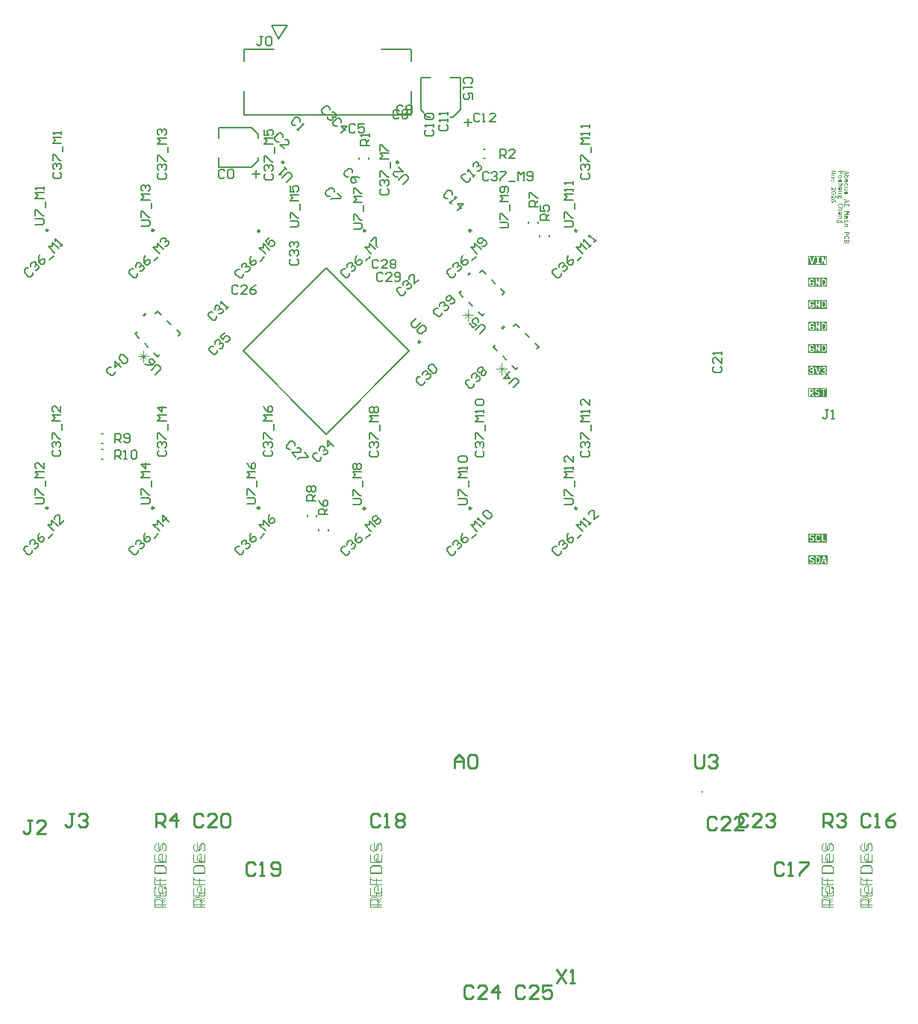
<source format=gto>
G04*
G04 #@! TF.GenerationSoftware,Altium Limited,Altium Designer,25.8.1 (18)*
G04*
G04 Layer_Color=65535*
%FSLAX25Y25*%
%MOIN*%
G70*
G04*
G04 #@! TF.SameCoordinates,D7B17AD9-CECF-4355-90E1-2D70A65D62F1*
G04*
G04*
G04 #@! TF.FilePolarity,Positive*
G04*
G01*
G75*
%ADD10C,0.00984*%
%ADD11C,0.00787*%
%ADD12C,0.00600*%
%ADD13C,0.00602*%
%ADD14C,0.00300*%
%ADD15C,0.01000*%
%ADD16C,0.00604*%
G36*
X279480Y313358D02*
X278773Y314066D01*
X279833Y315126D01*
X280540Y314419D01*
X279480Y313358D01*
D02*
G37*
G36*
X439546Y307676D02*
X438839Y308383D01*
X439899Y309444D01*
X440607Y308737D01*
X439546Y307676D01*
D02*
G37*
G36*
X424362Y331692D02*
X423655Y332399D01*
X424715Y333460D01*
X425422Y332753D01*
X424362Y331692D01*
D02*
G37*
G36*
X588361Y378030D02*
X586738Y377410D01*
Y377383D01*
X588361D01*
Y377089D01*
X586255D01*
Y377523D01*
X587878Y378143D01*
Y378171D01*
X586255D01*
Y378465D01*
X588361D01*
Y378030D01*
D02*
G37*
G36*
X591564Y377640D02*
X591562Y377585D01*
X591556Y377534D01*
X591547Y377487D01*
X591537Y377442D01*
X591524Y377402D01*
X591509Y377363D01*
X591494Y377329D01*
X591479Y377300D01*
X591462Y377272D01*
X591447Y377249D01*
X591432Y377227D01*
X591419Y377212D01*
X591409Y377200D01*
X591400Y377189D01*
X591396Y377185D01*
X591394Y377182D01*
X591362Y377155D01*
X591326Y377129D01*
X591289Y377108D01*
X591251Y377091D01*
X591213Y377074D01*
X591174Y377061D01*
X591136Y377050D01*
X591100Y377042D01*
X591066Y377035D01*
X591032Y377031D01*
X591004Y377027D01*
X590978Y377025D01*
X590957Y377023D01*
X590942D01*
X590934D01*
X590930D01*
X590876Y377025D01*
X590825Y377029D01*
X590776Y377038D01*
X590731Y377048D01*
X590691Y377059D01*
X590653Y377074D01*
X590619Y377087D01*
X590587Y377101D01*
X590559Y377116D01*
X590533Y377131D01*
X590514Y377146D01*
X590497Y377157D01*
X590482Y377168D01*
X590474Y377176D01*
X590467Y377180D01*
X590465Y377182D01*
X590435Y377214D01*
X590410Y377246D01*
X590388Y377283D01*
X590369Y377321D01*
X590352Y377359D01*
X590340Y377398D01*
X590329Y377434D01*
X590318Y377470D01*
X590312Y377504D01*
X590305Y377536D01*
X590303Y377566D01*
X590299Y377591D01*
Y377611D01*
X590297Y377628D01*
Y378092D01*
X589458D01*
Y378429D01*
X591564D01*
Y377640D01*
D02*
G37*
G36*
X594254Y378007D02*
Y377544D01*
X592147Y376929D01*
Y377287D01*
X592710Y377449D01*
Y378117D01*
X592147Y378279D01*
Y378622D01*
X594254Y378007D01*
D02*
G37*
G36*
X590303Y376701D02*
X590369Y376695D01*
X590431Y376684D01*
X590489Y376671D01*
X590542Y376656D01*
X590591Y376639D01*
X590633Y376622D01*
X590674Y376605D01*
X590710Y376586D01*
X590742Y376569D01*
X590768Y376552D01*
X590789Y376537D01*
X590808Y376524D01*
X590819Y376516D01*
X590827Y376509D01*
X590829Y376507D01*
X590868Y376469D01*
X590902Y376428D01*
X590932Y376384D01*
X590955Y376339D01*
X590976Y376294D01*
X590996Y376250D01*
X591010Y376205D01*
X591021Y376162D01*
X591032Y376122D01*
X591038Y376083D01*
X591042Y376051D01*
X591047Y376022D01*
X591049Y375998D01*
X591051Y375979D01*
Y375964D01*
X591049Y375900D01*
X591040Y375840D01*
X591030Y375785D01*
X591015Y375734D01*
X590998Y375685D01*
X590978Y375640D01*
X590959Y375600D01*
X590938Y375564D01*
X590919Y375532D01*
X590898Y375502D01*
X590880Y375478D01*
X590863Y375459D01*
X590848Y375442D01*
X590838Y375432D01*
X590832Y375425D01*
X590829Y375423D01*
X590787Y375389D01*
X590742Y375359D01*
X590695Y375331D01*
X590646Y375310D01*
X590597Y375291D01*
X590546Y375274D01*
X590499Y375261D01*
X590452Y375251D01*
X590408Y375242D01*
X590367Y375236D01*
X590329Y375231D01*
X590297Y375229D01*
X590271Y375227D01*
X590252Y375225D01*
X590239D01*
X590237D01*
X590235D01*
X590167Y375227D01*
X590101Y375234D01*
X590041Y375244D01*
X589984Y375257D01*
X589930Y375272D01*
X589882Y375289D01*
X589837Y375306D01*
X589798Y375325D01*
X589762Y375342D01*
X589730Y375361D01*
X589705Y375378D01*
X589683Y375393D01*
X589666Y375404D01*
X589654Y375414D01*
X589645Y375421D01*
X589643Y375423D01*
X589605Y375461D01*
X589573Y375502D01*
X589543Y375545D01*
X589517Y375589D01*
X589496Y375634D01*
X589479Y375679D01*
X589464Y375723D01*
X589453Y375766D01*
X589443Y375806D01*
X589436Y375845D01*
X589432Y375877D01*
X589428Y375907D01*
X589426Y375930D01*
X589424Y375949D01*
Y375964D01*
X589428Y376028D01*
X589434Y376088D01*
X589445Y376143D01*
X589460Y376196D01*
X589477Y376243D01*
X589496Y376288D01*
X589515Y376328D01*
X589534Y376367D01*
X589556Y376399D01*
X589575Y376426D01*
X589594Y376452D01*
X589609Y376471D01*
X589624Y376486D01*
X589634Y376499D01*
X589641Y376505D01*
X589643Y376507D01*
X589685Y376541D01*
X589730Y376571D01*
X589777Y376597D01*
X589826Y376620D01*
X589875Y376639D01*
X589924Y376654D01*
X589973Y376667D01*
X590020Y376678D01*
X590065Y376686D01*
X590105Y376693D01*
X590141Y376697D01*
X590173Y376699D01*
X590199Y376701D01*
X590218Y376703D01*
X590231D01*
X590235D01*
X590303Y376701D01*
D02*
G37*
G36*
X587100D02*
X587166Y376695D01*
X587228Y376684D01*
X587286Y376671D01*
X587339Y376656D01*
X587388Y376639D01*
X587430Y376622D01*
X587471Y376605D01*
X587507Y376586D01*
X587539Y376569D01*
X587565Y376552D01*
X587586Y376537D01*
X587605Y376524D01*
X587616Y376516D01*
X587624Y376509D01*
X587626Y376507D01*
X587665Y376469D01*
X587699Y376428D01*
X587729Y376384D01*
X587752Y376339D01*
X587773Y376294D01*
X587792Y376250D01*
X587807Y376205D01*
X587818Y376162D01*
X587829Y376122D01*
X587835Y376083D01*
X587839Y376051D01*
X587844Y376022D01*
X587846Y375998D01*
X587848Y375979D01*
Y375964D01*
X587846Y375900D01*
X587837Y375840D01*
X587826Y375785D01*
X587812Y375734D01*
X587794Y375685D01*
X587775Y375640D01*
X587756Y375600D01*
X587735Y375564D01*
X587716Y375532D01*
X587694Y375502D01*
X587677Y375478D01*
X587660Y375459D01*
X587645Y375442D01*
X587635Y375432D01*
X587628Y375425D01*
X587626Y375423D01*
X587584Y375389D01*
X587539Y375359D01*
X587492Y375331D01*
X587443Y375310D01*
X587394Y375291D01*
X587343Y375274D01*
X587296Y375261D01*
X587249Y375251D01*
X587205Y375242D01*
X587164Y375236D01*
X587126Y375231D01*
X587094Y375229D01*
X587068Y375227D01*
X587049Y375225D01*
X587036D01*
X587034D01*
X587032D01*
X586964Y375227D01*
X586898Y375234D01*
X586838Y375244D01*
X586781Y375257D01*
X586727Y375272D01*
X586678Y375289D01*
X586634Y375306D01*
X586595Y375325D01*
X586559Y375342D01*
X586527Y375361D01*
X586502Y375378D01*
X586480Y375393D01*
X586463Y375404D01*
X586450Y375414D01*
X586442Y375421D01*
X586440Y375423D01*
X586402Y375461D01*
X586370Y375502D01*
X586340Y375545D01*
X586314Y375589D01*
X586293Y375634D01*
X586276Y375679D01*
X586261Y375723D01*
X586250Y375766D01*
X586240Y375806D01*
X586233Y375845D01*
X586229Y375877D01*
X586225Y375907D01*
X586223Y375930D01*
X586221Y375949D01*
Y375964D01*
X586225Y376028D01*
X586231Y376088D01*
X586242Y376143D01*
X586257Y376196D01*
X586274Y376243D01*
X586293Y376288D01*
X586312Y376328D01*
X586331Y376367D01*
X586352Y376399D01*
X586372Y376426D01*
X586391Y376452D01*
X586406Y376471D01*
X586421Y376486D01*
X586431Y376499D01*
X586438Y376505D01*
X586440Y376507D01*
X586482Y376541D01*
X586527Y376571D01*
X586574Y376597D01*
X586623Y376620D01*
X586672Y376639D01*
X586721Y376654D01*
X586770Y376667D01*
X586817Y376678D01*
X586862Y376686D01*
X586902Y376693D01*
X586938Y376697D01*
X586970Y376699D01*
X586996Y376701D01*
X587015Y376703D01*
X587028D01*
X587032D01*
X587100Y376701D01*
D02*
G37*
G36*
X594382Y376303D02*
X593440D01*
Y376284D01*
X593489Y376256D01*
X593534Y376226D01*
X593572Y376196D01*
X593602Y376166D01*
X593628Y376141D01*
X593645Y376119D01*
X593651Y376111D01*
X593655Y376105D01*
X593660Y376102D01*
Y376100D01*
X593687Y376054D01*
X593707Y376007D01*
X593721Y375958D01*
X593730Y375913D01*
X593736Y375872D01*
X593739Y375855D01*
Y375840D01*
X593741Y375830D01*
Y375813D01*
X593739Y375762D01*
X593732Y375715D01*
X593721Y375668D01*
X593709Y375627D01*
X593694Y375587D01*
X593675Y375551D01*
X593658Y375519D01*
X593638Y375489D01*
X593617Y375461D01*
X593600Y375440D01*
X593583Y375419D01*
X593566Y375404D01*
X593553Y375391D01*
X593542Y375380D01*
X593536Y375376D01*
X593534Y375374D01*
X593494Y375346D01*
X593449Y375321D01*
X593402Y375300D01*
X593351Y375280D01*
X593302Y375265D01*
X593251Y375253D01*
X593200Y375242D01*
X593153Y375234D01*
X593106Y375227D01*
X593063Y375221D01*
X593025Y375216D01*
X592991Y375214D01*
X592963D01*
X592942Y375212D01*
X592936D01*
X592929D01*
X592927D01*
X592925D01*
X592852Y375214D01*
X592784Y375221D01*
X592720Y375227D01*
X592661Y375238D01*
X592607Y375251D01*
X592556Y375263D01*
X592512Y375278D01*
X592471Y375293D01*
X592435Y375308D01*
X592405Y375323D01*
X592377Y375338D01*
X592356Y375348D01*
X592339Y375359D01*
X592328Y375368D01*
X592320Y375372D01*
X592318Y375374D01*
X592282Y375406D01*
X592250Y375438D01*
X592224Y375474D01*
X592201Y375510D01*
X592179Y375547D01*
X592162Y375583D01*
X592149Y375619D01*
X592139Y375653D01*
X592130Y375685D01*
X592124Y375717D01*
X592120Y375743D01*
X592118Y375766D01*
X592115Y375785D01*
X592113Y375800D01*
Y375813D01*
X592118Y375875D01*
X592126Y375930D01*
X592139Y375979D01*
X592154Y376019D01*
X592160Y376039D01*
X592167Y376054D01*
X592173Y376068D01*
X592179Y376079D01*
X592186Y376088D01*
X592188Y376094D01*
X592192Y376098D01*
Y376100D01*
X592224Y376141D01*
X592260Y376177D01*
X592297Y376209D01*
X592331Y376235D01*
X592362Y376256D01*
X592388Y376271D01*
X592399Y376277D01*
X592405Y376279D01*
X592409Y376284D01*
X592412D01*
Y376303D01*
X592147D01*
Y376631D01*
X594382D01*
Y376303D01*
D02*
G37*
G36*
X589901Y374675D02*
X589862Y374637D01*
X589828Y374597D01*
X589798Y374558D01*
X589775Y374522D01*
X589756Y374492D01*
X589741Y374467D01*
X589737Y374458D01*
X589732Y374452D01*
X589730Y374447D01*
Y374445D01*
X589711Y374394D01*
X589696Y374343D01*
X589685Y374292D01*
X589679Y374245D01*
X589677Y374224D01*
X589675Y374205D01*
X589673Y374188D01*
Y374173D01*
X589671Y374160D01*
Y374143D01*
X589673Y374085D01*
X589679Y374034D01*
X589688Y373990D01*
X589698Y373953D01*
X589707Y373923D01*
X589715Y373902D01*
X589720Y373896D01*
X589722Y373889D01*
X589724Y373885D01*
X589735Y373868D01*
X589747Y373853D01*
X589775Y373830D01*
X589803Y373811D01*
X589830Y373800D01*
X589856Y373792D01*
X589875Y373787D01*
X589884Y373785D01*
X589890D01*
X589892D01*
X589894D01*
X589928Y373789D01*
X589956Y373798D01*
X589980Y373809D01*
X589999Y373821D01*
X590014Y373834D01*
X590024Y373845D01*
X590028Y373853D01*
X590031Y373855D01*
X590045Y373881D01*
X590056Y373909D01*
X590065Y373938D01*
X590071Y373964D01*
X590075Y373987D01*
X590080Y374007D01*
X590082Y374019D01*
Y374024D01*
X590122Y374273D01*
X590129Y374320D01*
X590137Y374362D01*
X590148Y374405D01*
X590156Y374441D01*
X590165Y374471D01*
X590173Y374494D01*
X590175Y374503D01*
X590178Y374509D01*
X590180Y374514D01*
Y374516D01*
X590199Y374558D01*
X590220Y374597D01*
X590244Y374628D01*
X590265Y374658D01*
X590284Y374680D01*
X590301Y374697D01*
X590312Y374707D01*
X590316Y374712D01*
X590352Y374737D01*
X590393Y374756D01*
X590435Y374769D01*
X590476Y374780D01*
X590510Y374786D01*
X590527Y374788D01*
X590540D01*
X590550Y374790D01*
X590559D01*
X590563D01*
X590565D01*
X590608Y374788D01*
X590648Y374782D01*
X590687Y374771D01*
X590723Y374761D01*
X590755Y374746D01*
X590785Y374731D01*
X590812Y374716D01*
X590836Y374699D01*
X590857Y374682D01*
X590876Y374665D01*
X590891Y374650D01*
X590904Y374637D01*
X590914Y374626D01*
X590921Y374618D01*
X590925Y374611D01*
X590927Y374609D01*
X590949Y374575D01*
X590968Y374537D01*
X590985Y374499D01*
X591000Y374458D01*
X591010Y374418D01*
X591021Y374379D01*
X591036Y374301D01*
X591040Y374266D01*
X591045Y374232D01*
X591047Y374203D01*
X591049Y374177D01*
X591051Y374158D01*
Y374128D01*
X591049Y374049D01*
X591040Y373977D01*
X591036Y373945D01*
X591032Y373913D01*
X591025Y373885D01*
X591019Y373860D01*
X591012Y373836D01*
X591008Y373815D01*
X591002Y373796D01*
X590998Y373781D01*
X590993Y373768D01*
X590989Y373760D01*
X590987Y373755D01*
Y373753D01*
X590961Y373696D01*
X590932Y373644D01*
X590902Y373598D01*
X590872Y373559D01*
X590846Y373530D01*
X590836Y373517D01*
X590825Y373506D01*
X590817Y373498D01*
X590810Y373491D01*
X590808Y373489D01*
X590806Y373487D01*
X590614Y373670D01*
X590640Y373696D01*
X590665Y373723D01*
X590687Y373753D01*
X590706Y373781D01*
X590721Y373806D01*
X590731Y373826D01*
X590736Y373834D01*
X590740Y373840D01*
X590742Y373843D01*
Y373845D01*
X590761Y373889D01*
X590774Y373938D01*
X590785Y373987D01*
X590793Y374034D01*
X590797Y374075D01*
X590800Y374094D01*
Y374109D01*
X590802Y374122D01*
Y374139D01*
X590800Y374196D01*
X590793Y374245D01*
X590782Y374288D01*
X590774Y374322D01*
X590763Y374349D01*
X590755Y374369D01*
X590748Y374379D01*
X590746Y374384D01*
X590725Y374411D01*
X590702Y374433D01*
X590676Y374447D01*
X590650Y374458D01*
X590627Y374465D01*
X590610Y374467D01*
X590597Y374469D01*
X590595D01*
X590593D01*
X590559Y374465D01*
X590529Y374456D01*
X590506Y374445D01*
X590486Y374433D01*
X590472Y374420D01*
X590463Y374409D01*
X590457Y374401D01*
X590454Y374398D01*
X590442Y374371D01*
X590431Y374343D01*
X590422Y374315D01*
X590416Y374288D01*
X590412Y374266D01*
X590408Y374247D01*
X590406Y374235D01*
Y374230D01*
X590365Y373981D01*
X590359Y373934D01*
X590350Y373889D01*
X590340Y373849D01*
X590329Y373813D01*
X590320Y373781D01*
X590312Y373757D01*
X590310Y373749D01*
X590308Y373743D01*
X590305Y373740D01*
Y373738D01*
X590288Y373696D01*
X590267Y373657D01*
X590246Y373623D01*
X590224Y373595D01*
X590203Y373572D01*
X590188Y373555D01*
X590178Y373547D01*
X590173Y373542D01*
X590137Y373517D01*
X590097Y373498D01*
X590056Y373483D01*
X590016Y373474D01*
X589980Y373468D01*
X589965Y373466D01*
X589950D01*
X589939Y373463D01*
X589930D01*
X589926D01*
X589924D01*
X589882Y373466D01*
X589841Y373472D01*
X589803Y373481D01*
X589767Y373493D01*
X589735Y373506D01*
X589705Y373523D01*
X589677Y373538D01*
X589651Y373555D01*
X589630Y373572D01*
X589611Y373589D01*
X589594Y373604D01*
X589579Y373619D01*
X589568Y373630D01*
X589562Y373638D01*
X589558Y373644D01*
X589556Y373647D01*
X589532Y373681D01*
X589513Y373719D01*
X589496Y373760D01*
X589481Y373800D01*
X589468Y373843D01*
X589458Y373883D01*
X589441Y373964D01*
X589436Y374002D01*
X589432Y374036D01*
X589428Y374066D01*
X589426Y374094D01*
Y374115D01*
X589424Y374132D01*
Y374147D01*
X589428Y374239D01*
X589430Y374281D01*
X589436Y374322D01*
X589443Y374360D01*
X589449Y374396D01*
X589456Y374430D01*
X589464Y374460D01*
X589470Y374488D01*
X589477Y374511D01*
X589483Y374533D01*
X589490Y374552D01*
X589496Y374565D01*
X589498Y374575D01*
X589502Y374582D01*
Y374584D01*
X589534Y374650D01*
X589571Y374707D01*
X589607Y374759D01*
X589624Y374780D01*
X589641Y374801D01*
X589656Y374818D01*
X589673Y374835D01*
X589685Y374848D01*
X589696Y374859D01*
X589707Y374869D01*
X589713Y374876D01*
X589717Y374878D01*
X589720Y374880D01*
X589901Y374675D01*
D02*
G37*
G36*
X587812Y374571D02*
X587153Y374356D01*
X586527Y374154D01*
Y374136D01*
X587153Y373934D01*
X587812Y373719D01*
Y373391D01*
X586255Y373949D01*
Y374354D01*
X587812Y374912D01*
Y374571D01*
D02*
G37*
G36*
X592622Y374873D02*
X592663Y374869D01*
X592699Y374861D01*
X592731Y374850D01*
X592763Y374837D01*
X592791Y374825D01*
X592816Y374810D01*
X592840Y374793D01*
X592861Y374778D01*
X592878Y374763D01*
X592893Y374748D01*
X592906Y374735D01*
X592914Y374724D01*
X592921Y374716D01*
X592925Y374712D01*
X592927Y374710D01*
X592948Y374675D01*
X592967Y374639D01*
X592982Y374599D01*
X592995Y374556D01*
X593016Y374471D01*
X593031Y374388D01*
X593036Y374349D01*
X593040Y374311D01*
X593042Y374279D01*
X593044Y374252D01*
X593046Y374226D01*
Y373894D01*
X593168D01*
X593223Y373898D01*
X593270Y373906D01*
X593310Y373921D01*
X593344Y373936D01*
X593370Y373951D01*
X593389Y373966D01*
X593400Y373975D01*
X593404Y373979D01*
X593432Y374013D01*
X593451Y374054D01*
X593466Y374094D01*
X593474Y374136D01*
X593481Y374173D01*
X593483Y374188D01*
Y374203D01*
X593485Y374213D01*
Y374230D01*
X593483Y374284D01*
X593474Y374330D01*
X593466Y374373D01*
X593455Y374407D01*
X593445Y374437D01*
X593434Y374458D01*
X593432Y374465D01*
X593428Y374471D01*
X593425Y374473D01*
Y374475D01*
X593402Y374509D01*
X593376Y374541D01*
X593351Y374567D01*
X593325Y374590D01*
X593304Y374607D01*
X593287Y374622D01*
X593274Y374631D01*
X593272Y374633D01*
X593270D01*
X593430Y374829D01*
X593453Y374816D01*
X593476Y374801D01*
X593519Y374765D01*
X593555Y374729D01*
X593587Y374693D01*
X593615Y374658D01*
X593623Y374643D01*
X593634Y374631D01*
X593641Y374620D01*
X593645Y374611D01*
X593649Y374607D01*
Y374605D01*
X593679Y374543D01*
X593700Y374475D01*
X593717Y374407D01*
X593728Y374343D01*
X593732Y374313D01*
X593736Y374288D01*
X593739Y374262D01*
Y374241D01*
X593741Y374224D01*
Y374200D01*
X593739Y374145D01*
X593734Y374094D01*
X593728Y374047D01*
X593719Y374002D01*
X593707Y373960D01*
X593696Y373921D01*
X593683Y373887D01*
X593670Y373855D01*
X593655Y373828D01*
X593643Y373804D01*
X593632Y373783D01*
X593621Y373766D01*
X593611Y373753D01*
X593604Y373745D01*
X593600Y373738D01*
X593598Y373736D01*
X593570Y373706D01*
X593540Y373681D01*
X593508Y373657D01*
X593474Y373638D01*
X593440Y373621D01*
X593406Y373608D01*
X593374Y373598D01*
X593340Y373587D01*
X593310Y373581D01*
X593281Y373574D01*
X593255Y373572D01*
X593234Y373568D01*
X593215D01*
X593202Y373566D01*
X593191D01*
X593189D01*
X592405D01*
Y373368D01*
X592147D01*
Y373570D01*
X592149Y373619D01*
X592158Y373664D01*
X592169Y373700D01*
X592184Y373730D01*
X592196Y373753D01*
X592207Y373770D01*
X592215Y373781D01*
X592218Y373785D01*
X592247Y373809D01*
X592277Y373830D01*
X592309Y373845D01*
X592339Y373855D01*
X592367Y373862D01*
X592388Y373866D01*
X592397Y373868D01*
X592403Y373870D01*
X592405D01*
X592407D01*
Y373885D01*
X592358Y373906D01*
X592313Y373930D01*
X592277Y373958D01*
X592245Y373985D01*
X592222Y374011D01*
X592205Y374032D01*
X592199Y374041D01*
X592194Y374047D01*
X592190Y374049D01*
Y374051D01*
X592164Y374098D01*
X592145Y374149D01*
X592133Y374200D01*
X592124Y374247D01*
X592118Y374290D01*
X592115Y374307D01*
Y374324D01*
X592113Y374337D01*
Y374354D01*
X592115Y374398D01*
X592118Y374439D01*
X592124Y374477D01*
X592133Y374516D01*
X592141Y374550D01*
X592152Y374580D01*
X592162Y374609D01*
X592175Y374635D01*
X592186Y374658D01*
X592196Y374677D01*
X592207Y374695D01*
X592215Y374710D01*
X592224Y374720D01*
X592231Y374729D01*
X592233Y374733D01*
X592235Y374735D01*
X592258Y374759D01*
X592286Y374780D01*
X592313Y374799D01*
X592341Y374816D01*
X592371Y374829D01*
X592399Y374839D01*
X592454Y374856D01*
X592480Y374863D01*
X592505Y374867D01*
X592526Y374871D01*
X592546Y374873D01*
X592561D01*
X592571Y374876D01*
X592580D01*
X592582D01*
X592622Y374873D01*
D02*
G37*
G36*
X592993Y373018D02*
X593059Y373012D01*
X593121Y373001D01*
X593178Y372989D01*
X593232Y372973D01*
X593281Y372956D01*
X593323Y372939D01*
X593364Y372922D01*
X593400Y372903D01*
X593432Y372886D01*
X593457Y372869D01*
X593479Y372854D01*
X593498Y372842D01*
X593508Y372833D01*
X593517Y372827D01*
X593519Y372824D01*
X593557Y372786D01*
X593591Y372746D01*
X593621Y372703D01*
X593645Y372658D01*
X593666Y372614D01*
X593685Y372569D01*
X593700Y372524D01*
X593711Y372481D01*
X593721Y372441D01*
X593728Y372403D01*
X593732Y372371D01*
X593736Y372341D01*
X593739Y372318D01*
X593741Y372298D01*
Y372283D01*
X593739Y372239D01*
X593736Y372198D01*
X593730Y372160D01*
X593724Y372122D01*
X593715Y372088D01*
X593707Y372056D01*
X593698Y372028D01*
X593689Y372000D01*
X593679Y371977D01*
X593670Y371957D01*
X593662Y371938D01*
X593653Y371923D01*
X593647Y371913D01*
X593643Y371904D01*
X593641Y371900D01*
X593638Y371898D01*
X593598Y371845D01*
X593555Y371800D01*
X593511Y371762D01*
X593468Y371732D01*
X593430Y371706D01*
X593415Y371698D01*
X593400Y371689D01*
X593389Y371685D01*
X593378Y371681D01*
X593374Y371676D01*
X593372D01*
X593234Y371934D01*
X593272Y371951D01*
X593308Y371970D01*
X593338Y371992D01*
X593362Y372013D01*
X593381Y372032D01*
X593396Y372047D01*
X593404Y372058D01*
X593406Y372062D01*
X593428Y372096D01*
X593442Y372134D01*
X593453Y372170D01*
X593462Y372205D01*
X593466Y372237D01*
X593468Y372260D01*
X593470Y372271D01*
Y372283D01*
X593468Y372318D01*
X593464Y372349D01*
X593451Y372407D01*
X593442Y372435D01*
X593432Y372458D01*
X593421Y372479D01*
X593410Y372498D01*
X593400Y372516D01*
X593391Y372531D01*
X593381Y372543D01*
X593372Y372554D01*
X593366Y372562D01*
X593359Y372569D01*
X593357Y372571D01*
X593355Y372573D01*
X593334Y372590D01*
X593310Y372607D01*
X593261Y372633D01*
X593212Y372652D01*
X593163Y372663D01*
X593121Y372671D01*
X593102Y372673D01*
X593087Y372675D01*
X593074Y372677D01*
X593063D01*
X593057D01*
X593055D01*
X592797D01*
X592763Y372675D01*
X592731Y372673D01*
X592671Y372660D01*
X592620Y372643D01*
X592597Y372635D01*
X592578Y372624D01*
X592558Y372616D01*
X592541Y372605D01*
X592529Y372597D01*
X592518Y372588D01*
X592510Y372582D01*
X592501Y372577D01*
X592499Y372575D01*
X592497Y372573D01*
X592478Y372552D01*
X592460Y372531D01*
X592446Y372507D01*
X592433Y372484D01*
X592412Y372435D01*
X592399Y372386D01*
X592388Y372343D01*
X592386Y372326D01*
X592384Y372309D01*
Y372296D01*
X592382Y372286D01*
Y372277D01*
X592386Y372226D01*
X592392Y372179D01*
X592405Y372139D01*
X592416Y372105D01*
X592428Y372077D01*
X592439Y372058D01*
X592448Y372045D01*
X592450Y372041D01*
X592478Y372007D01*
X592505Y371979D01*
X592537Y371953D01*
X592565Y371932D01*
X592590Y371915D01*
X592612Y371904D01*
X592620Y371900D01*
X592627Y371896D01*
X592629Y371894D01*
X592631D01*
X592482Y371653D01*
X592422Y371685D01*
X592371Y371721D01*
X592324Y371759D01*
X592286Y371796D01*
X592256Y371830D01*
X592243Y371845D01*
X592235Y371857D01*
X592226Y371868D01*
X592220Y371877D01*
X592218Y371881D01*
X592215Y371883D01*
X592199Y371913D01*
X592181Y371945D01*
X592158Y372011D01*
X592139Y372077D01*
X592126Y372139D01*
X592122Y372168D01*
X592120Y372196D01*
X592118Y372219D01*
X592115Y372241D01*
X592113Y372258D01*
Y372281D01*
X592118Y372345D01*
X592124Y372405D01*
X592135Y372462D01*
X592149Y372516D01*
X592167Y372562D01*
X592186Y372607D01*
X592205Y372650D01*
X592224Y372686D01*
X592245Y372718D01*
X592265Y372746D01*
X592284Y372771D01*
X592299Y372790D01*
X592313Y372805D01*
X592324Y372818D01*
X592331Y372824D01*
X592333Y372827D01*
X592375Y372861D01*
X592420Y372890D01*
X592467Y372916D01*
X592516Y372937D01*
X592565Y372956D01*
X592614Y372971D01*
X592663Y372984D01*
X592710Y372995D01*
X592754Y373003D01*
X592795Y373010D01*
X592831Y373014D01*
X592863Y373016D01*
X592889Y373018D01*
X592908Y373020D01*
X592921D01*
X592925D01*
X592993Y373018D01*
D02*
G37*
G36*
X591692Y372663D02*
X590751D01*
Y372648D01*
X590795Y372626D01*
X590836Y372603D01*
X590872Y372577D01*
X590904Y372552D01*
X590927Y372531D01*
X590946Y372511D01*
X590957Y372498D01*
X590961Y372496D01*
Y372494D01*
X590991Y372452D01*
X591012Y372403D01*
X591027Y372354D01*
X591038Y372305D01*
X591047Y372262D01*
X591049Y372243D01*
Y372228D01*
X591051Y372215D01*
Y372196D01*
X591049Y372153D01*
X591045Y372111D01*
X591036Y372073D01*
X591027Y372036D01*
X591015Y372002D01*
X591002Y371970D01*
X590989Y371943D01*
X590974Y371917D01*
X590959Y371894D01*
X590946Y371874D01*
X590934Y371857D01*
X590921Y371843D01*
X590912Y371832D01*
X590904Y371823D01*
X590900Y371819D01*
X590898Y371817D01*
X590868Y371791D01*
X590836Y371770D01*
X590800Y371751D01*
X590765Y371734D01*
X590729Y371721D01*
X590693Y371708D01*
X590623Y371691D01*
X590589Y371685D01*
X590559Y371681D01*
X590531Y371676D01*
X590508Y371674D01*
X590489D01*
X590474Y371672D01*
X590465D01*
X590461D01*
X589458D01*
Y372000D01*
X590412D01*
X590446Y372002D01*
X590478Y372004D01*
X590506Y372009D01*
X590533Y372013D01*
X590559Y372019D01*
X590582Y372028D01*
X590601Y372034D01*
X590621Y372043D01*
X590638Y372049D01*
X590653Y372058D01*
X590663Y372064D01*
X590674Y372070D01*
X590680Y372075D01*
X590687Y372079D01*
X590691Y372083D01*
X590708Y372098D01*
X590723Y372117D01*
X590744Y372156D01*
X590761Y372194D01*
X590774Y372234D01*
X590780Y372269D01*
X590782Y372283D01*
Y372298D01*
X590785Y372309D01*
Y372324D01*
X590782Y372371D01*
X590774Y372415D01*
X590763Y372456D01*
X590751Y372490D01*
X590738Y372518D01*
X590727Y372539D01*
X590723Y372545D01*
X590719Y372552D01*
X590717Y372554D01*
Y372556D01*
X590704Y372573D01*
X590689Y372590D01*
X590657Y372616D01*
X590623Y372633D01*
X590591Y372648D01*
X590561Y372656D01*
X590538Y372660D01*
X590527D01*
X590520Y372663D01*
X590516D01*
X590514D01*
X589458D01*
Y372991D01*
X591692D01*
Y372663D01*
D02*
G37*
G36*
X587933Y371252D02*
X587980Y371231D01*
X588022Y371210D01*
X588061Y371186D01*
X588093Y371167D01*
X588105Y371159D01*
X588116Y371152D01*
X588125Y371146D01*
X588131Y371142D01*
X588133Y371137D01*
X588135D01*
X588178Y371101D01*
X588214Y371063D01*
X588246Y371023D01*
X588274Y370986D01*
X588295Y370952D01*
X588304Y370937D01*
X588310Y370924D01*
X588316Y370916D01*
X588321Y370907D01*
X588323Y370903D01*
Y370901D01*
X588346Y370844D01*
X588365Y370782D01*
X588378Y370722D01*
X588387Y370667D01*
X588391Y370639D01*
X588393Y370616D01*
X588395Y370594D01*
Y370577D01*
X588397Y370562D01*
Y370541D01*
X588395Y370481D01*
X588389Y370424D01*
X588380Y370371D01*
X588368Y370322D01*
X588355Y370277D01*
X588340Y370236D01*
X588325Y370198D01*
X588308Y370164D01*
X588293Y370134D01*
X588276Y370107D01*
X588263Y370085D01*
X588250Y370066D01*
X588238Y370053D01*
X588229Y370043D01*
X588225Y370036D01*
X588223Y370034D01*
X588191Y370002D01*
X588155Y369977D01*
X588118Y369951D01*
X588082Y369932D01*
X588044Y369915D01*
X588007Y369900D01*
X587971Y369889D01*
X587937Y369879D01*
X587905Y369872D01*
X587876Y369866D01*
X587848Y369864D01*
X587824Y369860D01*
X587805D01*
X587792Y369857D01*
X587782D01*
X587780D01*
X587733Y369860D01*
X587690Y369864D01*
X587645Y369872D01*
X587605Y369881D01*
X587567Y369894D01*
X587530Y369904D01*
X587496Y369917D01*
X587466Y369932D01*
X587437Y369945D01*
X587413Y369957D01*
X587390Y369970D01*
X587373Y369981D01*
X587358Y369989D01*
X587347Y369996D01*
X587341Y370000D01*
X587339Y370002D01*
X587268Y370058D01*
X587200Y370117D01*
X587139Y370179D01*
X587111Y370209D01*
X587083Y370236D01*
X587060Y370262D01*
X587036Y370288D01*
X587017Y370309D01*
X587002Y370328D01*
X586987Y370345D01*
X586979Y370356D01*
X586972Y370364D01*
X586970Y370366D01*
X586540Y370878D01*
Y369787D01*
X586255D01*
Y371242D01*
X586576D01*
X587177Y370554D01*
X587230Y370496D01*
X587279Y370445D01*
X587326Y370403D01*
X587368Y370366D01*
X587403Y370339D01*
X587418Y370328D01*
X587428Y370320D01*
X587439Y370311D01*
X587445Y370307D01*
X587450Y370303D01*
X587452D01*
X587503Y370273D01*
X587552Y370251D01*
X587599Y370234D01*
X587639Y370224D01*
X587675Y370215D01*
X587690Y370213D01*
X587703D01*
X587714Y370211D01*
X587720D01*
X587724D01*
X587726D01*
X587760D01*
X587820Y370215D01*
X587871Y370226D01*
X587914Y370241D01*
X587950Y370258D01*
X587978Y370275D01*
X587997Y370290D01*
X588010Y370300D01*
X588014Y370303D01*
Y370305D01*
X588044Y370341D01*
X588065Y370384D01*
X588082Y370426D01*
X588093Y370469D01*
X588101Y370505D01*
X588103Y370522D01*
Y370537D01*
X588105Y370548D01*
Y370565D01*
X588101Y370626D01*
X588089Y370679D01*
X588074Y370726D01*
X588057Y370765D01*
X588039Y370795D01*
X588031Y370807D01*
X588025Y370818D01*
X588018Y370824D01*
X588014Y370831D01*
X588012Y370833D01*
X588010Y370835D01*
X587973Y370869D01*
X587935Y370897D01*
X587895Y370920D01*
X587858Y370939D01*
X587824Y370954D01*
X587809Y370961D01*
X587797Y370965D01*
X587788Y370969D01*
X587780Y370971D01*
X587775Y370973D01*
X587773D01*
X587884Y371269D01*
X587933Y371252D01*
D02*
G37*
G36*
X593704Y370865D02*
X592750D01*
X592716Y370863D01*
X592684Y370861D01*
X592657Y370856D01*
X592629Y370850D01*
X592603Y370844D01*
X592580Y370837D01*
X592561Y370831D01*
X592541Y370822D01*
X592524Y370816D01*
X592512Y370807D01*
X592499Y370801D01*
X592488Y370795D01*
X592482Y370788D01*
X592475Y370786D01*
X592473Y370782D01*
X592471D01*
X592454Y370765D01*
X592441Y370748D01*
X592418Y370709D01*
X592401Y370671D01*
X592390Y370631D01*
X592382Y370597D01*
X592380Y370582D01*
Y370567D01*
X592377Y370556D01*
Y370541D01*
X592380Y370492D01*
X592388Y370449D01*
X592399Y370409D01*
X592412Y370375D01*
X592422Y370347D01*
X592433Y370326D01*
X592437Y370320D01*
X592441Y370313D01*
X592444Y370311D01*
Y370309D01*
X592456Y370292D01*
X592471Y370275D01*
X592505Y370249D01*
X592537Y370230D01*
X592571Y370217D01*
X592601Y370209D01*
X592627Y370204D01*
X592635D01*
X592642Y370202D01*
X592646D01*
X592648D01*
X593704D01*
Y369874D01*
X592147D01*
Y370202D01*
X592412D01*
Y370217D01*
X592367Y370239D01*
X592326Y370262D01*
X592290Y370288D01*
X592258Y370313D01*
X592235Y370337D01*
X592215Y370356D01*
X592205Y370369D01*
X592201Y370371D01*
Y370373D01*
X592173Y370415D01*
X592152Y370462D01*
X592135Y370511D01*
X592126Y370560D01*
X592118Y370603D01*
X592115Y370622D01*
Y370637D01*
X592113Y370650D01*
Y370669D01*
X592115Y370711D01*
X592120Y370754D01*
X592128Y370792D01*
X592137Y370829D01*
X592147Y370863D01*
X592160Y370895D01*
X592175Y370922D01*
X592190Y370948D01*
X592203Y370971D01*
X592218Y370993D01*
X592231Y371010D01*
X592241Y371025D01*
X592250Y371035D01*
X592258Y371044D01*
X592262Y371048D01*
X592265Y371050D01*
X592294Y371076D01*
X592328Y371097D01*
X592362Y371116D01*
X592397Y371131D01*
X592433Y371146D01*
X592471Y371157D01*
X592541Y371174D01*
X592573Y371180D01*
X592603Y371184D01*
X592631Y371189D01*
X592654Y371191D01*
X592673D01*
X592688Y371193D01*
X592699D01*
X592701D01*
X593704D01*
Y370865D01*
D02*
G37*
G36*
X590303Y371248D02*
X590367Y371240D01*
X590429Y371231D01*
X590486Y371216D01*
X590540Y371201D01*
X590589Y371184D01*
X590633Y371167D01*
X590674Y371148D01*
X590710Y371131D01*
X590742Y371112D01*
X590768Y371095D01*
X590789Y371080D01*
X590808Y371067D01*
X590819Y371059D01*
X590827Y371052D01*
X590829Y371050D01*
X590868Y371012D01*
X590902Y370971D01*
X590932Y370929D01*
X590955Y370884D01*
X590976Y370839D01*
X590996Y370795D01*
X591010Y370752D01*
X591021Y370709D01*
X591032Y370671D01*
X591038Y370635D01*
X591042Y370601D01*
X591047Y370573D01*
X591049Y370550D01*
X591051Y370533D01*
Y370518D01*
X591049Y370456D01*
X591040Y370398D01*
X591030Y370345D01*
X591015Y370294D01*
X591000Y370247D01*
X590981Y370204D01*
X590961Y370166D01*
X590942Y370130D01*
X590921Y370098D01*
X590902Y370070D01*
X590885Y370047D01*
X590870Y370028D01*
X590855Y370013D01*
X590844Y370002D01*
X590838Y369996D01*
X590836Y369994D01*
X590795Y369960D01*
X590753Y369932D01*
X590706Y369906D01*
X590661Y369883D01*
X590614Y369866D01*
X590567Y369849D01*
X590523Y369836D01*
X590478Y369828D01*
X590437Y369819D01*
X590399Y369813D01*
X590365Y369808D01*
X590335Y369806D01*
X590312Y369804D01*
X590293Y369802D01*
X590282D01*
X590278D01*
X590156D01*
Y370920D01*
X590103D01*
X590069Y370918D01*
X590037Y370914D01*
X589977Y370901D01*
X589926Y370882D01*
X589905Y370873D01*
X589884Y370863D01*
X589864Y370852D01*
X589850Y370841D01*
X589835Y370831D01*
X589824Y370822D01*
X589816Y370816D01*
X589809Y370810D01*
X589805Y370807D01*
X589803Y370805D01*
X589783Y370782D01*
X589764Y370758D01*
X589749Y370733D01*
X589737Y370707D01*
X589715Y370654D01*
X589703Y370603D01*
X589696Y370579D01*
X589692Y370556D01*
X589690Y370537D01*
X589688Y370520D01*
Y370505D01*
X589685Y370494D01*
Y370486D01*
X589690Y370432D01*
X589696Y370384D01*
X589707Y370339D01*
X589720Y370300D01*
X589730Y370271D01*
X589737Y370258D01*
X589741Y370247D01*
X589745Y370239D01*
X589749Y370232D01*
X589752Y370230D01*
Y370228D01*
X589777Y370190D01*
X589807Y370156D01*
X589835Y370126D01*
X589862Y370100D01*
X589888Y370079D01*
X589907Y370066D01*
X589916Y370060D01*
X589922Y370055D01*
X589924Y370053D01*
X589926D01*
X589743Y369849D01*
X589694Y369881D01*
X589649Y369919D01*
X589611Y369960D01*
X589577Y369998D01*
X589551Y370034D01*
X589541Y370049D01*
X589532Y370064D01*
X589524Y370075D01*
X589519Y370083D01*
X589517Y370087D01*
X589515Y370090D01*
X589485Y370153D01*
X589464Y370222D01*
X589447Y370288D01*
X589436Y370352D01*
X589432Y370381D01*
X589430Y370407D01*
X589428Y370430D01*
X589426Y370452D01*
X589424Y370469D01*
Y370492D01*
X589428Y370558D01*
X589434Y370620D01*
X589445Y370677D01*
X589460Y370733D01*
X589477Y370782D01*
X589496Y370829D01*
X589515Y370871D01*
X589534Y370907D01*
X589556Y370941D01*
X589575Y370971D01*
X589594Y370995D01*
X589609Y371016D01*
X589624Y371031D01*
X589634Y371044D01*
X589641Y371050D01*
X589643Y371052D01*
X589685Y371086D01*
X589730Y371116D01*
X589777Y371144D01*
X589826Y371165D01*
X589875Y371184D01*
X589924Y371201D01*
X589973Y371214D01*
X590018Y371225D01*
X590063Y371233D01*
X590103Y371240D01*
X590139Y371244D01*
X590171Y371246D01*
X590197Y371248D01*
X590216Y371250D01*
X590229D01*
X590233D01*
X590303Y371248D01*
D02*
G37*
G36*
X592590Y369237D02*
X592552Y369199D01*
X592518Y369159D01*
X592488Y369120D01*
X592465Y369084D01*
X592446Y369054D01*
X592431Y369029D01*
X592426Y369020D01*
X592422Y369014D01*
X592420Y369010D01*
Y369007D01*
X592401Y368956D01*
X592386Y368905D01*
X592375Y368854D01*
X592369Y368807D01*
X592367Y368786D01*
X592365Y368767D01*
X592362Y368750D01*
Y368735D01*
X592360Y368722D01*
Y368705D01*
X592362Y368648D01*
X592369Y368596D01*
X592377Y368552D01*
X592388Y368515D01*
X592397Y368486D01*
X592405Y368464D01*
X592409Y368458D01*
X592412Y368451D01*
X592414Y368447D01*
X592424Y368430D01*
X592437Y368415D01*
X592465Y368392D01*
X592492Y368373D01*
X592520Y368362D01*
X592546Y368354D01*
X592565Y368349D01*
X592573Y368347D01*
X592580D01*
X592582D01*
X592584D01*
X592618Y368351D01*
X592646Y368360D01*
X592669Y368371D01*
X592688Y368383D01*
X592703Y368396D01*
X592714Y368407D01*
X592718Y368415D01*
X592720Y368418D01*
X592735Y368443D01*
X592746Y368471D01*
X592754Y368500D01*
X592761Y368526D01*
X592765Y368549D01*
X592769Y368569D01*
X592771Y368582D01*
Y368586D01*
X592812Y368835D01*
X592818Y368882D01*
X592827Y368924D01*
X592837Y368967D01*
X592846Y369003D01*
X592855Y369033D01*
X592863Y369057D01*
X592865Y369065D01*
X592867Y369071D01*
X592870Y369076D01*
Y369078D01*
X592889Y369120D01*
X592910Y369159D01*
X592933Y369191D01*
X592955Y369220D01*
X592974Y369242D01*
X592991Y369259D01*
X593002Y369269D01*
X593006Y369274D01*
X593042Y369299D01*
X593083Y369319D01*
X593125Y369331D01*
X593165Y369342D01*
X593200Y369348D01*
X593217Y369350D01*
X593229D01*
X593240Y369353D01*
X593249D01*
X593253D01*
X593255D01*
X593298Y369350D01*
X593338Y369344D01*
X593376Y369333D01*
X593413Y369323D01*
X593445Y369308D01*
X593474Y369293D01*
X593502Y369278D01*
X593526Y369261D01*
X593547Y369244D01*
X593566Y369227D01*
X593581Y369212D01*
X593594Y369199D01*
X593604Y369188D01*
X593611Y369180D01*
X593615Y369174D01*
X593617Y369172D01*
X593638Y369137D01*
X593658Y369099D01*
X593675Y369061D01*
X593689Y369020D01*
X593700Y368980D01*
X593711Y368941D01*
X593726Y368863D01*
X593730Y368829D01*
X593734Y368794D01*
X593736Y368765D01*
X593739Y368739D01*
X593741Y368720D01*
Y368690D01*
X593739Y368611D01*
X593730Y368539D01*
X593726Y368507D01*
X593721Y368475D01*
X593715Y368447D01*
X593709Y368422D01*
X593702Y368398D01*
X593698Y368377D01*
X593692Y368358D01*
X593687Y368343D01*
X593683Y368330D01*
X593679Y368322D01*
X593677Y368317D01*
Y368315D01*
X593651Y368258D01*
X593621Y368207D01*
X593591Y368160D01*
X593562Y368121D01*
X593536Y368092D01*
X593526Y368079D01*
X593515Y368068D01*
X593506Y368060D01*
X593500Y368053D01*
X593498Y368051D01*
X593496Y368049D01*
X593304Y368232D01*
X593329Y368258D01*
X593355Y368285D01*
X593376Y368315D01*
X593396Y368343D01*
X593410Y368369D01*
X593421Y368388D01*
X593425Y368396D01*
X593430Y368403D01*
X593432Y368405D01*
Y368407D01*
X593451Y368451D01*
X593464Y368500D01*
X593474Y368549D01*
X593483Y368596D01*
X593487Y368637D01*
X593489Y368656D01*
Y368671D01*
X593491Y368684D01*
Y368701D01*
X593489Y368758D01*
X593483Y368807D01*
X593472Y368850D01*
X593464Y368884D01*
X593453Y368912D01*
X593445Y368931D01*
X593438Y368941D01*
X593436Y368946D01*
X593415Y368973D01*
X593391Y368995D01*
X593366Y369010D01*
X593340Y369020D01*
X593317Y369027D01*
X593300Y369029D01*
X593287Y369031D01*
X593285D01*
X593283D01*
X593249Y369027D01*
X593219Y369018D01*
X593195Y369007D01*
X593176Y368995D01*
X593161Y368982D01*
X593153Y368971D01*
X593146Y368963D01*
X593144Y368961D01*
X593131Y368933D01*
X593121Y368905D01*
X593112Y368878D01*
X593106Y368850D01*
X593102Y368829D01*
X593097Y368809D01*
X593095Y368797D01*
Y368792D01*
X593055Y368543D01*
X593048Y368496D01*
X593040Y368451D01*
X593029Y368411D01*
X593019Y368375D01*
X593010Y368343D01*
X593002Y368320D01*
X592999Y368311D01*
X592997Y368305D01*
X592995Y368302D01*
Y368300D01*
X592978Y368258D01*
X592957Y368219D01*
X592936Y368185D01*
X592914Y368158D01*
X592893Y368134D01*
X592878Y368117D01*
X592867Y368109D01*
X592863Y368104D01*
X592827Y368079D01*
X592786Y368060D01*
X592746Y368045D01*
X592705Y368036D01*
X592669Y368030D01*
X592654Y368028D01*
X592639D01*
X592629Y368026D01*
X592620D01*
X592616D01*
X592614D01*
X592571Y368028D01*
X592531Y368034D01*
X592492Y368043D01*
X592456Y368055D01*
X592424Y368068D01*
X592394Y368085D01*
X592367Y368100D01*
X592341Y368117D01*
X592320Y368134D01*
X592301Y368151D01*
X592284Y368166D01*
X592269Y368181D01*
X592258Y368192D01*
X592252Y368200D01*
X592247Y368207D01*
X592245Y368209D01*
X592222Y368243D01*
X592203Y368281D01*
X592186Y368322D01*
X592171Y368362D01*
X592158Y368405D01*
X592147Y368445D01*
X592130Y368526D01*
X592126Y368564D01*
X592122Y368599D01*
X592118Y368628D01*
X592115Y368656D01*
Y368677D01*
X592113Y368694D01*
Y368709D01*
X592118Y368801D01*
X592120Y368844D01*
X592126Y368884D01*
X592133Y368922D01*
X592139Y368958D01*
X592145Y368993D01*
X592154Y369022D01*
X592160Y369050D01*
X592167Y369074D01*
X592173Y369095D01*
X592179Y369114D01*
X592186Y369127D01*
X592188Y369137D01*
X592192Y369144D01*
Y369146D01*
X592224Y369212D01*
X592260Y369269D01*
X592297Y369321D01*
X592313Y369342D01*
X592331Y369363D01*
X592346Y369380D01*
X592362Y369397D01*
X592375Y369410D01*
X592386Y369421D01*
X592397Y369431D01*
X592403Y369438D01*
X592407Y369440D01*
X592409Y369442D01*
X592590Y369237D01*
D02*
G37*
G36*
X591015Y369037D02*
X590751D01*
Y369022D01*
X590795Y369001D01*
X590836Y368978D01*
X590872Y368952D01*
X590904Y368927D01*
X590927Y368905D01*
X590946Y368886D01*
X590957Y368873D01*
X590961Y368871D01*
Y368869D01*
X590991Y368826D01*
X591012Y368777D01*
X591027Y368728D01*
X591038Y368679D01*
X591047Y368637D01*
X591049Y368618D01*
Y368603D01*
X591051Y368590D01*
Y368571D01*
X591049Y368528D01*
X591045Y368486D01*
X591036Y368447D01*
X591027Y368411D01*
X591015Y368377D01*
X591002Y368345D01*
X590989Y368317D01*
X590974Y368292D01*
X590959Y368268D01*
X590946Y368249D01*
X590934Y368232D01*
X590921Y368217D01*
X590912Y368207D01*
X590904Y368198D01*
X590900Y368194D01*
X590898Y368192D01*
X590868Y368166D01*
X590836Y368145D01*
X590800Y368126D01*
X590765Y368109D01*
X590729Y368096D01*
X590693Y368083D01*
X590623Y368066D01*
X590589Y368060D01*
X590559Y368055D01*
X590531Y368051D01*
X590508Y368049D01*
X590489D01*
X590474Y368047D01*
X590465D01*
X590461D01*
X589458D01*
Y368375D01*
X590412D01*
X590446Y368377D01*
X590478Y368379D01*
X590506Y368383D01*
X590533Y368388D01*
X590559Y368394D01*
X590582Y368403D01*
X590601Y368409D01*
X590621Y368418D01*
X590638Y368424D01*
X590653Y368432D01*
X590663Y368439D01*
X590674Y368445D01*
X590680Y368449D01*
X590687Y368454D01*
X590691Y368458D01*
X590708Y368473D01*
X590723Y368492D01*
X590744Y368530D01*
X590761Y368569D01*
X590774Y368609D01*
X590780Y368643D01*
X590782Y368658D01*
Y368673D01*
X590785Y368684D01*
Y368699D01*
X590782Y368745D01*
X590774Y368790D01*
X590763Y368831D01*
X590751Y368865D01*
X590738Y368893D01*
X590727Y368914D01*
X590723Y368920D01*
X590719Y368927D01*
X590717Y368929D01*
Y368931D01*
X590704Y368948D01*
X590689Y368965D01*
X590657Y368990D01*
X590623Y369007D01*
X590591Y369022D01*
X590561Y369031D01*
X590538Y369035D01*
X590527D01*
X590520Y369037D01*
X590516D01*
X590514D01*
X589458D01*
Y369365D01*
X591015D01*
Y369037D01*
D02*
G37*
G36*
X587400Y369485D02*
X587490Y369480D01*
X587573Y369470D01*
X587652Y369459D01*
X587724Y369444D01*
X587790Y369429D01*
X587850Y369412D01*
X587903Y369395D01*
X587952Y369378D01*
X587993Y369361D01*
X588029Y369344D01*
X588057Y369331D01*
X588080Y369319D01*
X588097Y369310D01*
X588105Y369303D01*
X588110Y369301D01*
X588159Y369263D01*
X588203Y369223D01*
X588242Y369178D01*
X588274Y369131D01*
X588302Y369082D01*
X588325Y369033D01*
X588344Y368986D01*
X588359Y368937D01*
X588370Y368893D01*
X588380Y368852D01*
X588387Y368814D01*
X588391Y368782D01*
X588393Y368754D01*
X588395Y368733D01*
Y368716D01*
X588391Y368643D01*
X588382Y368575D01*
X588368Y368513D01*
X588350Y368456D01*
X588329Y368403D01*
X588304Y368354D01*
X588278Y368311D01*
X588252Y368270D01*
X588225Y368238D01*
X588199Y368209D01*
X588176Y368183D01*
X588155Y368164D01*
X588135Y368147D01*
X588123Y368136D01*
X588114Y368130D01*
X588110Y368128D01*
X588054Y368094D01*
X587995Y368066D01*
X587931Y368040D01*
X587865Y368019D01*
X587799Y368002D01*
X587731Y367987D01*
X587665Y367974D01*
X587603Y367964D01*
X587541Y367957D01*
X587486Y367951D01*
X587437Y367947D01*
X587392Y367945D01*
X587373D01*
X587356Y367943D01*
X587343D01*
X587330D01*
X587320D01*
X587313D01*
X587309D01*
X587307D01*
X587213Y367945D01*
X587124Y367949D01*
X587041Y367959D01*
X586962Y367970D01*
X586889Y367985D01*
X586825Y368000D01*
X586764Y368017D01*
X586710Y368034D01*
X586663Y368051D01*
X586621Y368068D01*
X586585Y368085D01*
X586557Y368098D01*
X586534Y368111D01*
X586517Y368119D01*
X586508Y368126D01*
X586504Y368128D01*
X586455Y368166D01*
X586410Y368207D01*
X586374Y368251D01*
X586342Y368298D01*
X586314Y368347D01*
X586291Y368396D01*
X586272Y368445D01*
X586257Y368492D01*
X586244Y368537D01*
X586235Y368579D01*
X586229Y368618D01*
X586225Y368650D01*
X586223Y368677D01*
X586221Y368699D01*
Y368716D01*
X586225Y368788D01*
X586233Y368854D01*
X586248Y368918D01*
X586265Y368975D01*
X586286Y369029D01*
X586312Y369076D01*
X586338Y369118D01*
X586363Y369159D01*
X586389Y369193D01*
X586414Y369220D01*
X586438Y369246D01*
X586459Y369265D01*
X586478Y369282D01*
X586491Y369293D01*
X586502Y369299D01*
X586504Y369301D01*
X586559Y369333D01*
X586619Y369363D01*
X586683Y369389D01*
X586749Y369410D01*
X586815Y369427D01*
X586883Y369442D01*
X586949Y369455D01*
X587011Y369463D01*
X587073Y369472D01*
X587128Y369478D01*
X587177Y369482D01*
X587222Y369485D01*
X587241D01*
X587258D01*
X587273Y369487D01*
X587283D01*
X587294D01*
X587300D01*
X587305D01*
X587307D01*
X587400Y369485D01*
D02*
G37*
G36*
X587933Y367627D02*
X587980Y367606D01*
X588022Y367585D01*
X588061Y367561D01*
X588093Y367542D01*
X588105Y367533D01*
X588116Y367527D01*
X588125Y367521D01*
X588131Y367516D01*
X588133Y367512D01*
X588135D01*
X588178Y367476D01*
X588214Y367438D01*
X588246Y367397D01*
X588274Y367361D01*
X588295Y367327D01*
X588304Y367312D01*
X588310Y367299D01*
X588316Y367291D01*
X588321Y367282D01*
X588323Y367278D01*
Y367276D01*
X588346Y367218D01*
X588365Y367157D01*
X588378Y367097D01*
X588387Y367041D01*
X588391Y367014D01*
X588393Y366990D01*
X588395Y366969D01*
Y366952D01*
X588397Y366937D01*
Y366916D01*
X588395Y366856D01*
X588389Y366799D01*
X588380Y366745D01*
X588368Y366696D01*
X588355Y366652D01*
X588340Y366611D01*
X588325Y366573D01*
X588308Y366539D01*
X588293Y366509D01*
X588276Y366481D01*
X588263Y366460D01*
X588250Y366441D01*
X588238Y366428D01*
X588229Y366417D01*
X588225Y366411D01*
X588223Y366409D01*
X588191Y366377D01*
X588155Y366351D01*
X588118Y366326D01*
X588082Y366307D01*
X588044Y366290D01*
X588007Y366275D01*
X587971Y366264D01*
X587937Y366253D01*
X587905Y366247D01*
X587876Y366241D01*
X587848Y366238D01*
X587824Y366234D01*
X587805D01*
X587792Y366232D01*
X587782D01*
X587780D01*
X587733Y366234D01*
X587690Y366238D01*
X587645Y366247D01*
X587605Y366255D01*
X587567Y366268D01*
X587530Y366279D01*
X587496Y366292D01*
X587466Y366307D01*
X587437Y366319D01*
X587413Y366332D01*
X587390Y366345D01*
X587373Y366356D01*
X587358Y366364D01*
X587347Y366371D01*
X587341Y366375D01*
X587339Y366377D01*
X587268Y366432D01*
X587200Y366492D01*
X587139Y366554D01*
X587111Y366583D01*
X587083Y366611D01*
X587060Y366637D01*
X587036Y366662D01*
X587017Y366684D01*
X587002Y366703D01*
X586987Y366720D01*
X586979Y366730D01*
X586972Y366739D01*
X586970Y366741D01*
X586540Y367252D01*
Y366162D01*
X586255D01*
Y367617D01*
X586576D01*
X587177Y366929D01*
X587230Y366871D01*
X587279Y366820D01*
X587326Y366777D01*
X587368Y366741D01*
X587403Y366714D01*
X587418Y366703D01*
X587428Y366694D01*
X587439Y366686D01*
X587445Y366682D01*
X587450Y366677D01*
X587452D01*
X587503Y366647D01*
X587552Y366626D01*
X587599Y366609D01*
X587639Y366599D01*
X587675Y366590D01*
X587690Y366588D01*
X587703D01*
X587714Y366586D01*
X587720D01*
X587724D01*
X587726D01*
X587760D01*
X587820Y366590D01*
X587871Y366601D01*
X587914Y366616D01*
X587950Y366633D01*
X587978Y366650D01*
X587997Y366665D01*
X588010Y366675D01*
X588014Y366677D01*
Y366679D01*
X588044Y366716D01*
X588065Y366758D01*
X588082Y366801D01*
X588093Y366843D01*
X588101Y366880D01*
X588103Y366897D01*
Y366912D01*
X588105Y366922D01*
Y366939D01*
X588101Y367001D01*
X588089Y367054D01*
X588074Y367101D01*
X588057Y367140D01*
X588039Y367169D01*
X588031Y367182D01*
X588025Y367193D01*
X588018Y367199D01*
X588014Y367206D01*
X588012Y367208D01*
X588010Y367210D01*
X587973Y367244D01*
X587935Y367271D01*
X587895Y367295D01*
X587858Y367314D01*
X587824Y367329D01*
X587809Y367335D01*
X587797Y367340D01*
X587788Y367344D01*
X587780Y367346D01*
X587775Y367348D01*
X587773D01*
X587884Y367644D01*
X587933Y367627D01*
D02*
G37*
G36*
X589236Y367625D02*
X589274Y367617D01*
X589309Y367606D01*
X589338Y367591D01*
X589360Y367578D01*
X589377Y367568D01*
X589385Y367559D01*
X589390Y367557D01*
X589415Y367527D01*
X589434Y367497D01*
X589453Y367463D01*
X589466Y367431D01*
X589479Y367404D01*
X589485Y367380D01*
X589487Y367372D01*
X589490Y367365D01*
X589492Y367361D01*
Y367359D01*
X589522D01*
X589534Y367387D01*
X589547Y367412D01*
X589562Y367433D01*
X589575Y367450D01*
X589585Y367465D01*
X589596Y367476D01*
X589603Y367482D01*
X589605Y367484D01*
X589626Y367499D01*
X589651Y367510D01*
X589675Y367519D01*
X589698Y367523D01*
X589717Y367527D01*
X589735Y367529D01*
X589745D01*
X589749D01*
X589790Y367525D01*
X589824Y367516D01*
X589854Y367504D01*
X589879Y367489D01*
X589898Y367474D01*
X589914Y367463D01*
X589922Y367455D01*
X589924Y367450D01*
X589945Y367421D01*
X589965Y367387D01*
X589980Y367353D01*
X589992Y367320D01*
X590001Y367293D01*
X590009Y367269D01*
X590011Y367261D01*
Y367254D01*
X590014Y367250D01*
Y367248D01*
X590028D01*
X590056Y367297D01*
X590086Y367342D01*
X590116Y367380D01*
X590148Y367410D01*
X590173Y367436D01*
X590197Y367453D01*
X590205Y367459D01*
X590212Y367463D01*
X590214Y367467D01*
X590216D01*
X590263Y367493D01*
X590312Y367512D01*
X590361Y367527D01*
X590406Y367536D01*
X590446Y367542D01*
X590463Y367544D01*
X590478D01*
X590489Y367546D01*
X590499D01*
X590504D01*
X590506D01*
X590553Y367544D01*
X590595Y367538D01*
X590635Y367529D01*
X590674Y367519D01*
X590708Y367506D01*
X590742Y367491D01*
X590772Y367476D01*
X590797Y367459D01*
X590821Y367444D01*
X590842Y367427D01*
X590861Y367414D01*
X590876Y367399D01*
X590887Y367389D01*
X590895Y367380D01*
X590900Y367376D01*
X590902Y367374D01*
X590927Y367340D01*
X590951Y367306D01*
X590970Y367267D01*
X590987Y367229D01*
X591002Y367191D01*
X591015Y367152D01*
X591023Y367116D01*
X591032Y367080D01*
X591038Y367046D01*
X591042Y367014D01*
X591047Y366986D01*
X591049Y366961D01*
Y366941D01*
X591051Y366927D01*
Y366884D01*
X591049Y366854D01*
X591047Y366828D01*
X591045Y366805D01*
X591042Y366786D01*
X591040Y366771D01*
X591038Y366762D01*
Y366758D01*
X591034Y366730D01*
X591027Y366705D01*
X591021Y366682D01*
X591015Y366660D01*
X591008Y366643D01*
X591004Y366630D01*
X591002Y366622D01*
X591000Y366620D01*
X591051D01*
X591085Y366618D01*
X591115Y366611D01*
X591140Y366603D01*
X591162Y366594D01*
X591179Y366586D01*
X591191Y366577D01*
X591200Y366571D01*
X591202Y366569D01*
X591221Y366547D01*
X591236Y366522D01*
X591247Y366496D01*
X591255Y366471D01*
X591260Y366447D01*
X591262Y366428D01*
Y366128D01*
X591004D01*
Y366490D01*
X590932D01*
X590904Y366454D01*
X590874Y366422D01*
X590844Y366396D01*
X590814Y366373D01*
X590791Y366356D01*
X590770Y366345D01*
X590757Y366336D01*
X590755Y366334D01*
X590753D01*
X590712Y366315D01*
X590670Y366302D01*
X590627Y366292D01*
X590589Y366285D01*
X590555Y366281D01*
X590540D01*
X590527Y366279D01*
X590518D01*
X590510D01*
X590506D01*
X590504D01*
X590457Y366281D01*
X590414Y366287D01*
X590374Y366296D01*
X590335Y366307D01*
X590301Y366319D01*
X590267Y366334D01*
X590237Y366349D01*
X590212Y366366D01*
X590188Y366381D01*
X590167Y366398D01*
X590148Y366411D01*
X590135Y366424D01*
X590122Y366437D01*
X590114Y366445D01*
X590109Y366449D01*
X590107Y366452D01*
X590082Y366486D01*
X590060Y366520D01*
X590041Y366558D01*
X590024Y366596D01*
X590011Y366635D01*
X589999Y366673D01*
X589982Y366745D01*
X589975Y366782D01*
X589971Y366811D01*
X589967Y366841D01*
X589965Y366865D01*
Y366886D01*
X589962Y366901D01*
Y366950D01*
X589965Y366967D01*
Y366995D01*
X589967Y367005D01*
Y367014D01*
X589971Y367050D01*
X589973Y367065D01*
X589975Y367080D01*
X589977Y367091D01*
Y367099D01*
X589980Y367105D01*
Y367108D01*
X589973Y367129D01*
X589967Y367148D01*
X589958Y367167D01*
X589950Y367184D01*
X589941Y367197D01*
X589935Y367208D01*
X589930Y367214D01*
X589928Y367216D01*
X589914Y367233D01*
X589898Y367246D01*
X589882Y367257D01*
X589864Y367263D01*
X589850Y367267D01*
X589839Y367269D01*
X589830Y367271D01*
X589828D01*
X589805Y367267D01*
X589783Y367259D01*
X589769Y367248D01*
X589756Y367235D01*
X589747Y367222D01*
X589741Y367212D01*
X589739Y367203D01*
X589737Y367201D01*
X589730Y367174D01*
X589724Y367146D01*
X589722Y367116D01*
X589720Y367088D01*
X589717Y367065D01*
Y366677D01*
X589715Y366620D01*
X589711Y366569D01*
X589705Y366520D01*
X589698Y366475D01*
X589690Y366432D01*
X589679Y366396D01*
X589669Y366362D01*
X589658Y366332D01*
X589645Y366307D01*
X589634Y366285D01*
X589626Y366266D01*
X589617Y366251D01*
X589609Y366238D01*
X589603Y366230D01*
X589600Y366226D01*
X589598Y366224D01*
X589575Y366198D01*
X589551Y366177D01*
X589526Y366158D01*
X589500Y366143D01*
X589475Y366130D01*
X589449Y366117D01*
X589400Y366102D01*
X589377Y366096D01*
X589355Y366091D01*
X589338Y366089D01*
X589321Y366087D01*
X589309Y366085D01*
X589298D01*
X589291D01*
X589289D01*
X589247Y366087D01*
X589204Y366094D01*
X589168Y366102D01*
X589132Y366115D01*
X589100Y366132D01*
X589072Y366149D01*
X589044Y366166D01*
X589021Y366185D01*
X589000Y366204D01*
X588983Y366224D01*
X588968Y366241D01*
X588955Y366255D01*
X588946Y366268D01*
X588940Y366279D01*
X588936Y366285D01*
X588934Y366287D01*
X588912Y366328D01*
X588895Y366373D01*
X588880Y366420D01*
X588866Y366471D01*
X588846Y366573D01*
X588838Y366622D01*
X588831Y366671D01*
X588827Y366718D01*
X588825Y366762D01*
X588821Y366801D01*
Y366835D01*
X588819Y366865D01*
Y366903D01*
X588821Y366975D01*
X588823Y367041D01*
X588827Y367103D01*
X588834Y367159D01*
X588842Y367210D01*
X588851Y367257D01*
X588859Y367297D01*
X588870Y367335D01*
X588878Y367367D01*
X588887Y367393D01*
X588895Y367416D01*
X588904Y367436D01*
X588910Y367450D01*
X588914Y367459D01*
X588919Y367465D01*
Y367467D01*
X588938Y367497D01*
X588959Y367523D01*
X588980Y367544D01*
X589002Y367563D01*
X589025Y367578D01*
X589049Y367591D01*
X589070Y367602D01*
X589091Y367610D01*
X589132Y367621D01*
X589149Y367623D01*
X589164Y367625D01*
X589174Y367627D01*
X589183D01*
X589189D01*
X589191D01*
X589236Y367625D01*
D02*
G37*
G36*
X586787Y365565D02*
X586742Y365536D01*
X586704Y365504D01*
X586668Y365474D01*
X586638Y365446D01*
X586615Y365421D01*
X586597Y365401D01*
X586587Y365389D01*
X586583Y365387D01*
Y365384D01*
X586557Y365342D01*
X586536Y365295D01*
X586521Y365246D01*
X586512Y365201D01*
X586506Y365159D01*
X586504Y365142D01*
X586502Y365127D01*
X586500Y365114D01*
Y365097D01*
X586502Y365061D01*
X586506Y365029D01*
X586510Y364997D01*
X586517Y364967D01*
X586525Y364941D01*
X586536Y364916D01*
X586544Y364895D01*
X586555Y364873D01*
X586565Y364856D01*
X586574Y364841D01*
X586583Y364828D01*
X586591Y364818D01*
X586597Y364809D01*
X586604Y364803D01*
X586606Y364801D01*
X586608Y364799D01*
X586629Y364782D01*
X586651Y364764D01*
X586700Y364739D01*
X586747Y364720D01*
X586793Y364707D01*
X586836Y364701D01*
X586853Y364699D01*
X586870Y364696D01*
X586883Y364694D01*
X586891D01*
X586898D01*
X586900D01*
X586923D01*
X586957Y364696D01*
X586989Y364699D01*
X587047Y364711D01*
X587096Y364728D01*
X587117Y364739D01*
X587136Y364748D01*
X587153Y364758D01*
X587168Y364767D01*
X587181Y364777D01*
X587192Y364784D01*
X587200Y364790D01*
X587207Y364796D01*
X587209Y364799D01*
X587211Y364801D01*
X587228Y364820D01*
X587245Y364843D01*
X587271Y364890D01*
X587290Y364939D01*
X587302Y364986D01*
X587309Y365031D01*
X587311Y365048D01*
X587313Y365065D01*
X587315Y365078D01*
Y365097D01*
X587311Y365146D01*
X587305Y365191D01*
X587296Y365229D01*
X587288Y365261D01*
X587277Y365286D01*
X587271Y365305D01*
X587264Y365316D01*
X587262Y365320D01*
X587243Y365350D01*
X587224Y365378D01*
X587205Y365404D01*
X587185Y365423D01*
X587170Y365440D01*
X587158Y365453D01*
X587149Y365461D01*
X587147Y365463D01*
X587187Y365744D01*
X588361Y365666D01*
Y364451D01*
X588069D01*
Y365408D01*
X587320Y365463D01*
Y365438D01*
X587364Y365410D01*
X587403Y365382D01*
X587437Y365352D01*
X587466Y365325D01*
X587488Y365301D01*
X587505Y365282D01*
X587513Y365269D01*
X587518Y365267D01*
Y365265D01*
X587541Y365223D01*
X587560Y365176D01*
X587573Y365129D01*
X587581Y365084D01*
X587586Y365044D01*
X587588Y365026D01*
X587590Y365012D01*
Y364982D01*
X587586Y364916D01*
X587577Y364854D01*
X587565Y364799D01*
X587558Y364773D01*
X587552Y364750D01*
X587543Y364728D01*
X587537Y364711D01*
X587530Y364694D01*
X587524Y364681D01*
X587518Y364671D01*
X587515Y364662D01*
X587511Y364658D01*
Y364656D01*
X587479Y364605D01*
X587443Y364560D01*
X587407Y364520D01*
X587371Y364488D01*
X587339Y364462D01*
X587324Y364451D01*
X587311Y364443D01*
X587302Y364437D01*
X587294Y364432D01*
X587290Y364428D01*
X587288D01*
X587230Y364400D01*
X587170Y364379D01*
X587111Y364364D01*
X587055Y364353D01*
X587030Y364349D01*
X587006Y364347D01*
X586987Y364345D01*
X586968D01*
X586953Y364343D01*
X586942D01*
X586936D01*
X586934D01*
X586857Y364347D01*
X586787Y364358D01*
X586755Y364364D01*
X586723Y364370D01*
X586695Y364379D01*
X586668Y364387D01*
X586644Y364396D01*
X586623Y364405D01*
X586606Y364411D01*
X586589Y364417D01*
X586578Y364424D01*
X586568Y364428D01*
X586563Y364430D01*
X586561Y364432D01*
X586504Y364468D01*
X586455Y364511D01*
X586412Y364554D01*
X586376Y364596D01*
X586348Y364633D01*
X586336Y364650D01*
X586327Y364664D01*
X586318Y364675D01*
X586314Y364684D01*
X586312Y364690D01*
X586310Y364692D01*
X586280Y364758D01*
X586259Y364826D01*
X586242Y364897D01*
X586231Y364961D01*
X586229Y364990D01*
X586225Y365018D01*
X586223Y365041D01*
Y365063D01*
X586221Y365080D01*
Y365103D01*
X586223Y365171D01*
X586229Y365233D01*
X586237Y365288D01*
X586242Y365314D01*
X586246Y365337D01*
X586250Y365357D01*
X586255Y365376D01*
X586259Y365391D01*
X586263Y365406D01*
X586267Y365414D01*
X586269Y365423D01*
X586272Y365427D01*
Y365429D01*
X586293Y365478D01*
X586316Y365521D01*
X586340Y365561D01*
X586361Y365593D01*
X586380Y365621D01*
X586395Y365640D01*
X586406Y365653D01*
X586410Y365655D01*
Y365657D01*
X586442Y365689D01*
X586474Y365721D01*
X586506Y365746D01*
X586534Y365770D01*
X586557Y365787D01*
X586576Y365802D01*
X586589Y365810D01*
X586593Y365812D01*
X586787Y365565D01*
D02*
G37*
G36*
X594254Y365318D02*
Y364856D01*
X592147Y364241D01*
Y364598D01*
X592710Y364760D01*
Y365429D01*
X592147Y365591D01*
Y365934D01*
X594254Y365318D01*
D02*
G37*
G36*
Y362611D02*
X593998D01*
Y363107D01*
X592403D01*
Y362611D01*
X592147D01*
Y363940D01*
X592403D01*
Y363444D01*
X593998D01*
Y363940D01*
X594254D01*
Y362611D01*
D02*
G37*
G36*
X590606Y364004D02*
X590695Y363998D01*
X590780Y363989D01*
X590857Y363976D01*
X590930Y363962D01*
X590996Y363947D01*
X591057Y363927D01*
X591111Y363910D01*
X591159Y363891D01*
X591200Y363874D01*
X591236Y363857D01*
X591266Y363842D01*
X591287Y363829D01*
X591304Y363821D01*
X591313Y363814D01*
X591317Y363812D01*
X591366Y363774D01*
X591411Y363732D01*
X591447Y363685D01*
X591481Y363636D01*
X591507Y363587D01*
X591530Y363538D01*
X591549Y363489D01*
X591564Y363440D01*
X591577Y363395D01*
X591585Y363352D01*
X591592Y363314D01*
X591596Y363282D01*
X591598Y363254D01*
X591600Y363233D01*
Y363216D01*
X591598Y363144D01*
X591590Y363078D01*
X591583Y363048D01*
X591579Y363020D01*
X591573Y362995D01*
X591566Y362971D01*
X591558Y362950D01*
X591551Y362931D01*
X591547Y362916D01*
X591541Y362901D01*
X591537Y362892D01*
X591532Y362884D01*
X591530Y362879D01*
Y362877D01*
X591502Y362828D01*
X591470Y362784D01*
X591438Y362745D01*
X591409Y362716D01*
X591381Y362690D01*
X591360Y362671D01*
X591351Y362664D01*
X591347Y362660D01*
X591343Y362656D01*
X591340D01*
X591296Y362626D01*
X591251Y362598D01*
X591206Y362577D01*
X591166Y362558D01*
X591130Y362543D01*
X591115Y362537D01*
X591104Y362532D01*
X591093Y362528D01*
X591085Y362526D01*
X591081Y362524D01*
X591079D01*
X590976Y362828D01*
X591030Y362847D01*
X591079Y362867D01*
X591119Y362888D01*
X591155Y362909D01*
X591183Y362929D01*
X591204Y362943D01*
X591217Y362954D01*
X591221Y362958D01*
X591238Y362975D01*
X591253Y362995D01*
X591277Y363035D01*
X591296Y363078D01*
X591306Y363120D01*
X591315Y363158D01*
X591317Y363176D01*
X591319Y363191D01*
X591321Y363201D01*
Y363218D01*
X591319Y363259D01*
X591313Y363297D01*
X591304Y363331D01*
X591294Y363363D01*
X591279Y363393D01*
X591266Y363421D01*
X591249Y363444D01*
X591234Y363465D01*
X591217Y363484D01*
X591202Y363501D01*
X591187Y363514D01*
X591174Y363527D01*
X591164Y363535D01*
X591155Y363542D01*
X591151Y363544D01*
X591149Y363546D01*
X591117Y363563D01*
X591081Y363580D01*
X591006Y363606D01*
X590930Y363623D01*
X590857Y363636D01*
X590823Y363640D01*
X590791Y363642D01*
X590761Y363646D01*
X590738D01*
X590717Y363648D01*
X590702D01*
X590693D01*
X590689D01*
X590333D01*
X590280Y363646D01*
X590229Y363644D01*
X590182Y363640D01*
X590137Y363631D01*
X590097Y363625D01*
X590058Y363616D01*
X590022Y363606D01*
X589992Y363597D01*
X589965Y363587D01*
X589939Y363578D01*
X589920Y363570D01*
X589903Y363561D01*
X589888Y363555D01*
X589879Y363550D01*
X589873Y363548D01*
X589871Y363546D01*
X589841Y363525D01*
X589816Y363501D01*
X589794Y363478D01*
X589775Y363450D01*
X589758Y363425D01*
X589743Y363397D01*
X589732Y363369D01*
X589724Y363344D01*
X589715Y363318D01*
X589711Y363295D01*
X589707Y363274D01*
X589705Y363254D01*
X589703Y363239D01*
X589701Y363229D01*
Y363218D01*
X589703Y363186D01*
X589707Y363156D01*
X589717Y363103D01*
X589735Y363058D01*
X589752Y363022D01*
X589771Y362995D01*
X589786Y362973D01*
X589796Y362963D01*
X589801Y362958D01*
X589839Y362929D01*
X589879Y362903D01*
X589920Y362879D01*
X589958Y362860D01*
X589994Y362847D01*
X590007Y362841D01*
X590020Y362837D01*
X590031Y362833D01*
X590039Y362830D01*
X590043Y362828D01*
X590045D01*
X589943Y362524D01*
X589890Y362543D01*
X589841Y362564D01*
X589796Y362585D01*
X589758Y362607D01*
X589724Y362626D01*
X589711Y362634D01*
X589701Y362641D01*
X589692Y362647D01*
X589685Y362652D01*
X589681Y362656D01*
X589679D01*
X589637Y362690D01*
X589600Y362726D01*
X589568Y362762D01*
X589541Y362799D01*
X589519Y362828D01*
X589504Y362854D01*
X589498Y362865D01*
X589496Y362871D01*
X589492Y362875D01*
Y362877D01*
X589468Y362931D01*
X589453Y362988D01*
X589441Y363043D01*
X589432Y363097D01*
X589430Y363122D01*
X589428Y363146D01*
X589426Y363165D01*
Y363182D01*
X589424Y363197D01*
Y363216D01*
X589428Y363288D01*
X589436Y363357D01*
X589451Y363421D01*
X589468Y363478D01*
X589490Y363531D01*
X589513Y363580D01*
X589539Y363625D01*
X589564Y363663D01*
X589592Y363700D01*
X589617Y363729D01*
X589641Y363755D01*
X589662Y363776D01*
X589679Y363791D01*
X589692Y363804D01*
X589703Y363810D01*
X589705Y363812D01*
X589760Y363846D01*
X589820Y363876D01*
X589884Y363904D01*
X589950Y363925D01*
X590016Y363945D01*
X590084Y363959D01*
X590150Y363972D01*
X590214Y363983D01*
X590273Y363991D01*
X590329Y363996D01*
X590380Y364000D01*
X590425Y364004D01*
X590442D01*
X590459D01*
X590474Y364006D01*
X590486D01*
X590497D01*
X590504D01*
X590508D01*
X590510D01*
X590606Y364004D01*
D02*
G37*
G36*
X591692Y361787D02*
X590751D01*
Y361772D01*
X590795Y361751D01*
X590836Y361727D01*
X590872Y361702D01*
X590904Y361676D01*
X590927Y361655D01*
X590946Y361636D01*
X590957Y361623D01*
X590961Y361621D01*
Y361618D01*
X590991Y361576D01*
X591012Y361527D01*
X591027Y361478D01*
X591038Y361429D01*
X591047Y361386D01*
X591049Y361367D01*
Y361352D01*
X591051Y361339D01*
Y361320D01*
X591049Y361278D01*
X591045Y361235D01*
X591036Y361197D01*
X591027Y361161D01*
X591015Y361126D01*
X591002Y361094D01*
X590989Y361067D01*
X590974Y361041D01*
X590959Y361018D01*
X590946Y360999D01*
X590934Y360982D01*
X590921Y360967D01*
X590912Y360956D01*
X590904Y360948D01*
X590900Y360943D01*
X590898Y360941D01*
X590868Y360916D01*
X590836Y360894D01*
X590800Y360875D01*
X590765Y360858D01*
X590729Y360845D01*
X590693Y360833D01*
X590623Y360816D01*
X590589Y360809D01*
X590559Y360805D01*
X590531Y360801D01*
X590508Y360799D01*
X590489D01*
X590474Y360796D01*
X590465D01*
X590461D01*
X589458D01*
Y361124D01*
X590412D01*
X590446Y361126D01*
X590478Y361129D01*
X590506Y361133D01*
X590533Y361137D01*
X590559Y361143D01*
X590582Y361152D01*
X590601Y361158D01*
X590621Y361167D01*
X590638Y361173D01*
X590653Y361182D01*
X590663Y361188D01*
X590674Y361195D01*
X590680Y361199D01*
X590687Y361203D01*
X590691Y361207D01*
X590708Y361222D01*
X590723Y361242D01*
X590744Y361280D01*
X590761Y361318D01*
X590774Y361359D01*
X590780Y361393D01*
X590782Y361408D01*
Y361423D01*
X590785Y361433D01*
Y361448D01*
X590782Y361495D01*
X590774Y361540D01*
X590763Y361580D01*
X590751Y361614D01*
X590738Y361642D01*
X590727Y361663D01*
X590723Y361670D01*
X590719Y361676D01*
X590717Y361678D01*
Y361680D01*
X590704Y361697D01*
X590689Y361714D01*
X590657Y361740D01*
X590623Y361757D01*
X590591Y361772D01*
X590561Y361780D01*
X590538Y361785D01*
X590527D01*
X590520Y361787D01*
X590516D01*
X590514D01*
X589458D01*
Y362115D01*
X591692D01*
Y361787D01*
D02*
G37*
G36*
X594254Y359974D02*
X593417Y359650D01*
Y359629D01*
X594254Y359303D01*
Y358915D01*
X592147D01*
Y359212D01*
X593155D01*
X593792Y359203D01*
Y359229D01*
X592705Y359650D01*
X593792Y360072D01*
Y360098D01*
X593155Y360089D01*
X592147D01*
Y360385D01*
X594254D01*
Y359974D01*
D02*
G37*
G36*
X590303Y360372D02*
X590367Y360364D01*
X590429Y360355D01*
X590486Y360340D01*
X590540Y360326D01*
X590589Y360309D01*
X590633Y360292D01*
X590674Y360272D01*
X590710Y360255D01*
X590742Y360236D01*
X590768Y360219D01*
X590789Y360204D01*
X590808Y360191D01*
X590819Y360183D01*
X590827Y360176D01*
X590829Y360174D01*
X590868Y360136D01*
X590902Y360096D01*
X590932Y360053D01*
X590955Y360008D01*
X590976Y359963D01*
X590996Y359919D01*
X591010Y359876D01*
X591021Y359834D01*
X591032Y359795D01*
X591038Y359759D01*
X591042Y359725D01*
X591047Y359697D01*
X591049Y359674D01*
X591051Y359657D01*
Y359642D01*
X591049Y359580D01*
X591040Y359523D01*
X591030Y359469D01*
X591015Y359418D01*
X591000Y359371D01*
X590981Y359329D01*
X590961Y359290D01*
X590942Y359254D01*
X590921Y359222D01*
X590902Y359195D01*
X590885Y359171D01*
X590870Y359152D01*
X590855Y359137D01*
X590844Y359126D01*
X590838Y359120D01*
X590836Y359118D01*
X590795Y359084D01*
X590753Y359056D01*
X590706Y359031D01*
X590661Y359007D01*
X590614Y358990D01*
X590567Y358973D01*
X590523Y358960D01*
X590478Y358952D01*
X590437Y358943D01*
X590399Y358937D01*
X590365Y358933D01*
X590335Y358930D01*
X590312Y358928D01*
X590293Y358926D01*
X590282D01*
X590278D01*
X590156D01*
Y360044D01*
X590103D01*
X590069Y360042D01*
X590037Y360038D01*
X589977Y360025D01*
X589926Y360006D01*
X589905Y359998D01*
X589884Y359987D01*
X589864Y359976D01*
X589850Y359966D01*
X589835Y359955D01*
X589824Y359946D01*
X589816Y359940D01*
X589809Y359934D01*
X589805Y359932D01*
X589803Y359929D01*
X589783Y359906D01*
X589764Y359883D01*
X589749Y359857D01*
X589737Y359831D01*
X589715Y359778D01*
X589703Y359727D01*
X589696Y359704D01*
X589692Y359680D01*
X589690Y359661D01*
X589688Y359644D01*
Y359629D01*
X589685Y359618D01*
Y359610D01*
X589690Y359557D01*
X589696Y359508D01*
X589707Y359463D01*
X589720Y359425D01*
X589730Y359395D01*
X589737Y359382D01*
X589741Y359371D01*
X589745Y359363D01*
X589749Y359356D01*
X589752Y359354D01*
Y359352D01*
X589777Y359314D01*
X589807Y359280D01*
X589835Y359250D01*
X589862Y359224D01*
X589888Y359203D01*
X589907Y359190D01*
X589916Y359184D01*
X589922Y359180D01*
X589924Y359177D01*
X589926D01*
X589743Y358973D01*
X589694Y359005D01*
X589649Y359043D01*
X589611Y359084D01*
X589577Y359122D01*
X589551Y359158D01*
X589541Y359173D01*
X589532Y359188D01*
X589524Y359199D01*
X589519Y359207D01*
X589517Y359212D01*
X589515Y359214D01*
X589485Y359278D01*
X589464Y359346D01*
X589447Y359412D01*
X589436Y359476D01*
X589432Y359506D01*
X589430Y359531D01*
X589428Y359555D01*
X589426Y359576D01*
X589424Y359593D01*
Y359616D01*
X589428Y359682D01*
X589434Y359744D01*
X589445Y359802D01*
X589460Y359857D01*
X589477Y359906D01*
X589496Y359953D01*
X589515Y359995D01*
X589534Y360032D01*
X589556Y360066D01*
X589575Y360096D01*
X589594Y360119D01*
X589609Y360140D01*
X589624Y360155D01*
X589634Y360168D01*
X589641Y360174D01*
X589643Y360176D01*
X589685Y360211D01*
X589730Y360240D01*
X589777Y360268D01*
X589826Y360289D01*
X589875Y360309D01*
X589924Y360326D01*
X589973Y360338D01*
X590018Y360349D01*
X590063Y360357D01*
X590103Y360364D01*
X590139Y360368D01*
X590171Y360370D01*
X590197Y360372D01*
X590216Y360375D01*
X590229D01*
X590233D01*
X590303Y360372D01*
D02*
G37*
G36*
X591015Y358161D02*
X590751D01*
Y358147D01*
X590795Y358125D01*
X590836Y358102D01*
X590872Y358076D01*
X590904Y358051D01*
X590927Y358030D01*
X590946Y358010D01*
X590957Y357997D01*
X590961Y357995D01*
Y357993D01*
X590991Y357951D01*
X591012Y357902D01*
X591027Y357853D01*
X591038Y357804D01*
X591047Y357761D01*
X591049Y357742D01*
Y357727D01*
X591051Y357714D01*
Y357695D01*
X591049Y357652D01*
X591045Y357610D01*
X591036Y357572D01*
X591027Y357535D01*
X591015Y357501D01*
X591002Y357469D01*
X590989Y357442D01*
X590974Y357416D01*
X590959Y357393D01*
X590946Y357373D01*
X590934Y357356D01*
X590921Y357342D01*
X590912Y357331D01*
X590904Y357322D01*
X590900Y357318D01*
X590898Y357316D01*
X590868Y357290D01*
X590836Y357269D01*
X590800Y357250D01*
X590765Y357233D01*
X590729Y357220D01*
X590693Y357207D01*
X590623Y357190D01*
X590589Y357184D01*
X590559Y357180D01*
X590531Y357175D01*
X590508Y357173D01*
X590489D01*
X590474Y357171D01*
X590465D01*
X590461D01*
X589458D01*
Y357499D01*
X590412D01*
X590446Y357501D01*
X590478Y357503D01*
X590506Y357508D01*
X590533Y357512D01*
X590559Y357518D01*
X590582Y357527D01*
X590601Y357533D01*
X590621Y357542D01*
X590638Y357548D01*
X590653Y357557D01*
X590663Y357563D01*
X590674Y357569D01*
X590680Y357574D01*
X590687Y357578D01*
X590691Y357582D01*
X590708Y357597D01*
X590723Y357616D01*
X590744Y357655D01*
X590761Y357693D01*
X590774Y357733D01*
X590780Y357768D01*
X590782Y357782D01*
Y357797D01*
X590785Y357808D01*
Y357823D01*
X590782Y357870D01*
X590774Y357914D01*
X590763Y357955D01*
X590751Y357989D01*
X590738Y358017D01*
X590727Y358038D01*
X590723Y358044D01*
X590719Y358051D01*
X590717Y358053D01*
Y358055D01*
X590704Y358072D01*
X590689Y358089D01*
X590657Y358115D01*
X590623Y358132D01*
X590591Y358147D01*
X590561Y358155D01*
X590538Y358159D01*
X590527D01*
X590520Y358161D01*
X590516D01*
X590514D01*
X589458D01*
Y358489D01*
X591015D01*
Y358161D01*
D02*
G37*
G36*
X592622Y358560D02*
X592663Y358556D01*
X592699Y358547D01*
X592731Y358536D01*
X592763Y358524D01*
X592791Y358511D01*
X592816Y358496D01*
X592840Y358479D01*
X592861Y358464D01*
X592878Y358449D01*
X592893Y358434D01*
X592906Y358421D01*
X592914Y358411D01*
X592921Y358402D01*
X592925Y358398D01*
X592927Y358396D01*
X592948Y358362D01*
X592967Y358326D01*
X592982Y358285D01*
X592995Y358243D01*
X593016Y358157D01*
X593031Y358074D01*
X593036Y358036D01*
X593040Y357997D01*
X593042Y357966D01*
X593044Y357938D01*
X593046Y357912D01*
Y357580D01*
X593168D01*
X593223Y357584D01*
X593270Y357593D01*
X593310Y357608D01*
X593344Y357623D01*
X593370Y357638D01*
X593389Y357652D01*
X593400Y357661D01*
X593404Y357665D01*
X593432Y357699D01*
X593451Y357740D01*
X593466Y357780D01*
X593474Y357823D01*
X593481Y357859D01*
X593483Y357874D01*
Y357889D01*
X593485Y357899D01*
Y357917D01*
X593483Y357970D01*
X593474Y358017D01*
X593466Y358059D01*
X593455Y358093D01*
X593445Y358123D01*
X593434Y358144D01*
X593432Y358151D01*
X593428Y358157D01*
X593425Y358159D01*
Y358161D01*
X593402Y358196D01*
X593376Y358228D01*
X593351Y358253D01*
X593325Y358277D01*
X593304Y358294D01*
X593287Y358309D01*
X593274Y358317D01*
X593272Y358319D01*
X593270D01*
X593430Y358515D01*
X593453Y358502D01*
X593476Y358487D01*
X593519Y358451D01*
X593555Y358415D01*
X593587Y358379D01*
X593615Y358345D01*
X593623Y358330D01*
X593634Y358317D01*
X593641Y358306D01*
X593645Y358298D01*
X593649Y358294D01*
Y358291D01*
X593679Y358230D01*
X593700Y358161D01*
X593717Y358093D01*
X593728Y358030D01*
X593732Y358000D01*
X593736Y357974D01*
X593739Y357948D01*
Y357927D01*
X593741Y357910D01*
Y357887D01*
X593739Y357831D01*
X593734Y357780D01*
X593728Y357733D01*
X593719Y357689D01*
X593707Y357646D01*
X593696Y357608D01*
X593683Y357574D01*
X593670Y357542D01*
X593655Y357514D01*
X593643Y357491D01*
X593632Y357469D01*
X593621Y357452D01*
X593611Y357439D01*
X593604Y357431D01*
X593600Y357424D01*
X593598Y357422D01*
X593570Y357393D01*
X593540Y357367D01*
X593508Y357344D01*
X593474Y357324D01*
X593440Y357307D01*
X593406Y357295D01*
X593374Y357284D01*
X593340Y357273D01*
X593310Y357267D01*
X593281Y357260D01*
X593255Y357258D01*
X593234Y357254D01*
X593215D01*
X593202Y357252D01*
X593191D01*
X593189D01*
X592405D01*
Y357054D01*
X592147D01*
Y357256D01*
X592149Y357305D01*
X592158Y357350D01*
X592169Y357386D01*
X592184Y357416D01*
X592196Y357439D01*
X592207Y357456D01*
X592215Y357467D01*
X592218Y357471D01*
X592247Y357495D01*
X592277Y357516D01*
X592309Y357531D01*
X592339Y357542D01*
X592367Y357548D01*
X592388Y357552D01*
X592397Y357555D01*
X592403Y357557D01*
X592405D01*
X592407D01*
Y357572D01*
X592358Y357593D01*
X592313Y357616D01*
X592277Y357644D01*
X592245Y357672D01*
X592222Y357697D01*
X592205Y357718D01*
X592199Y357727D01*
X592194Y357733D01*
X592190Y357735D01*
Y357738D01*
X592164Y357785D01*
X592145Y357836D01*
X592133Y357887D01*
X592124Y357934D01*
X592118Y357976D01*
X592115Y357993D01*
Y358010D01*
X592113Y358023D01*
Y358040D01*
X592115Y358085D01*
X592118Y358125D01*
X592124Y358164D01*
X592133Y358202D01*
X592141Y358236D01*
X592152Y358266D01*
X592162Y358296D01*
X592175Y358321D01*
X592186Y358345D01*
X592196Y358364D01*
X592207Y358381D01*
X592215Y358396D01*
X592224Y358406D01*
X592231Y358415D01*
X592233Y358419D01*
X592235Y358421D01*
X592258Y358445D01*
X592286Y358466D01*
X592313Y358485D01*
X592341Y358502D01*
X592371Y358515D01*
X592399Y358526D01*
X592454Y358543D01*
X592480Y358549D01*
X592505Y358553D01*
X592526Y358558D01*
X592546Y358560D01*
X592561D01*
X592571Y358562D01*
X592580D01*
X592582D01*
X592622Y358560D01*
D02*
G37*
G36*
X593704Y355765D02*
X592412D01*
Y355267D01*
X592147D01*
Y356626D01*
X592412D01*
Y356093D01*
X593440D01*
Y356626D01*
X593704D01*
Y355765D01*
D02*
G37*
G36*
X594260Y356151D02*
X594284Y356147D01*
X594307Y356138D01*
X594324Y356130D01*
X594339Y356121D01*
X594350Y356113D01*
X594356Y356106D01*
X594358Y356104D01*
X594375Y356081D01*
X594388Y356055D01*
X594397Y356025D01*
X594403Y355997D01*
X594407Y355972D01*
X594410Y355951D01*
Y355931D01*
X594407Y355889D01*
X594401Y355853D01*
X594392Y355823D01*
X594384Y355797D01*
X594375Y355780D01*
X594367Y355767D01*
X594360Y355759D01*
X594358Y355757D01*
X594339Y355740D01*
X594318Y355727D01*
X594297Y355716D01*
X594277Y355712D01*
X594260Y355708D01*
X594245Y355706D01*
X594237D01*
X594233D01*
X594169D01*
X594141Y355708D01*
X594115Y355712D01*
X594094Y355720D01*
X594077Y355731D01*
X594062Y355740D01*
X594050Y355748D01*
X594043Y355755D01*
X594041Y355757D01*
X594024Y355778D01*
X594013Y355806D01*
X594005Y355833D01*
X593998Y355861D01*
X593994Y355887D01*
X593992Y355908D01*
Y355927D01*
X593994Y355970D01*
X594000Y356006D01*
X594007Y356038D01*
X594018Y356061D01*
X594026Y356081D01*
X594032Y356093D01*
X594039Y356102D01*
X594041Y356104D01*
X594062Y356121D01*
X594084Y356134D01*
X594105Y356142D01*
X594124Y356147D01*
X594141Y356151D01*
X594156Y356153D01*
X594165D01*
X594169D01*
X594233D01*
X594260Y356151D01*
D02*
G37*
G36*
X589236Y356749D02*
X589274Y356741D01*
X589309Y356730D01*
X589338Y356715D01*
X589360Y356702D01*
X589377Y356692D01*
X589385Y356683D01*
X589390Y356681D01*
X589415Y356651D01*
X589434Y356622D01*
X589453Y356587D01*
X589466Y356556D01*
X589479Y356528D01*
X589485Y356504D01*
X589487Y356496D01*
X589490Y356489D01*
X589492Y356485D01*
Y356483D01*
X589522D01*
X589534Y356511D01*
X589547Y356536D01*
X589562Y356558D01*
X589575Y356575D01*
X589585Y356590D01*
X589596Y356600D01*
X589603Y356607D01*
X589605Y356609D01*
X589626Y356624D01*
X589651Y356634D01*
X589675Y356643D01*
X589698Y356647D01*
X589717Y356651D01*
X589735Y356653D01*
X589745D01*
X589749D01*
X589790Y356649D01*
X589824Y356641D01*
X589854Y356628D01*
X589879Y356613D01*
X589898Y356598D01*
X589914Y356587D01*
X589922Y356579D01*
X589924Y356575D01*
X589945Y356545D01*
X589965Y356511D01*
X589980Y356477D01*
X589992Y356445D01*
X590001Y356417D01*
X590009Y356394D01*
X590011Y356385D01*
Y356379D01*
X590014Y356374D01*
Y356372D01*
X590028D01*
X590056Y356421D01*
X590086Y356466D01*
X590116Y356504D01*
X590148Y356534D01*
X590173Y356560D01*
X590197Y356577D01*
X590205Y356583D01*
X590212Y356587D01*
X590214Y356592D01*
X590216D01*
X590263Y356617D01*
X590312Y356636D01*
X590361Y356651D01*
X590406Y356660D01*
X590446Y356666D01*
X590463Y356668D01*
X590478D01*
X590489Y356670D01*
X590499D01*
X590504D01*
X590506D01*
X590553Y356668D01*
X590595Y356662D01*
X590635Y356653D01*
X590674Y356643D01*
X590708Y356630D01*
X590742Y356615D01*
X590772Y356600D01*
X590797Y356583D01*
X590821Y356568D01*
X590842Y356551D01*
X590861Y356539D01*
X590876Y356523D01*
X590887Y356513D01*
X590895Y356504D01*
X590900Y356500D01*
X590902Y356498D01*
X590927Y356464D01*
X590951Y356430D01*
X590970Y356392D01*
X590987Y356353D01*
X591002Y356315D01*
X591015Y356276D01*
X591023Y356240D01*
X591032Y356204D01*
X591038Y356170D01*
X591042Y356138D01*
X591047Y356110D01*
X591049Y356085D01*
Y356066D01*
X591051Y356051D01*
Y356008D01*
X591049Y355978D01*
X591047Y355953D01*
X591045Y355929D01*
X591042Y355910D01*
X591040Y355895D01*
X591038Y355887D01*
Y355882D01*
X591034Y355855D01*
X591027Y355829D01*
X591021Y355806D01*
X591015Y355784D01*
X591008Y355767D01*
X591004Y355755D01*
X591002Y355746D01*
X591000Y355744D01*
X591051D01*
X591085Y355742D01*
X591115Y355735D01*
X591140Y355727D01*
X591162Y355718D01*
X591179Y355710D01*
X591191Y355701D01*
X591200Y355695D01*
X591202Y355693D01*
X591221Y355672D01*
X591236Y355646D01*
X591247Y355620D01*
X591255Y355595D01*
X591260Y355571D01*
X591262Y355552D01*
Y355252D01*
X591004D01*
Y355614D01*
X590932D01*
X590904Y355578D01*
X590874Y355546D01*
X590844Y355520D01*
X590814Y355497D01*
X590791Y355480D01*
X590770Y355469D01*
X590757Y355461D01*
X590755Y355459D01*
X590753D01*
X590712Y355439D01*
X590670Y355427D01*
X590627Y355416D01*
X590589Y355410D01*
X590555Y355405D01*
X590540D01*
X590527Y355403D01*
X590518D01*
X590510D01*
X590506D01*
X590504D01*
X590457Y355405D01*
X590414Y355412D01*
X590374Y355420D01*
X590335Y355431D01*
X590301Y355444D01*
X590267Y355459D01*
X590237Y355473D01*
X590212Y355490D01*
X590188Y355505D01*
X590167Y355522D01*
X590148Y355535D01*
X590135Y355548D01*
X590122Y355561D01*
X590114Y355569D01*
X590109Y355574D01*
X590107Y355576D01*
X590082Y355610D01*
X590060Y355644D01*
X590041Y355682D01*
X590024Y355720D01*
X590011Y355759D01*
X589999Y355797D01*
X589982Y355870D01*
X589975Y355906D01*
X589971Y355936D01*
X589967Y355965D01*
X589965Y355989D01*
Y356010D01*
X589962Y356025D01*
Y356074D01*
X589965Y356091D01*
Y356119D01*
X589967Y356130D01*
Y356138D01*
X589971Y356174D01*
X589973Y356189D01*
X589975Y356204D01*
X589977Y356215D01*
Y356223D01*
X589980Y356230D01*
Y356232D01*
X589973Y356253D01*
X589967Y356272D01*
X589958Y356291D01*
X589950Y356308D01*
X589941Y356321D01*
X589935Y356332D01*
X589930Y356338D01*
X589928Y356340D01*
X589914Y356357D01*
X589898Y356370D01*
X589882Y356381D01*
X589864Y356387D01*
X589850Y356392D01*
X589839Y356394D01*
X589830Y356396D01*
X589828D01*
X589805Y356392D01*
X589783Y356383D01*
X589769Y356372D01*
X589756Y356360D01*
X589747Y356347D01*
X589741Y356336D01*
X589739Y356328D01*
X589737Y356326D01*
X589730Y356298D01*
X589724Y356270D01*
X589722Y356240D01*
X589720Y356213D01*
X589717Y356189D01*
Y355802D01*
X589715Y355744D01*
X589711Y355693D01*
X589705Y355644D01*
X589698Y355599D01*
X589690Y355557D01*
X589679Y355520D01*
X589669Y355486D01*
X589658Y355456D01*
X589645Y355431D01*
X589634Y355410D01*
X589626Y355390D01*
X589617Y355376D01*
X589609Y355363D01*
X589603Y355354D01*
X589600Y355350D01*
X589598Y355348D01*
X589575Y355322D01*
X589551Y355301D01*
X589526Y355282D01*
X589500Y355267D01*
X589475Y355254D01*
X589449Y355241D01*
X589400Y355226D01*
X589377Y355220D01*
X589355Y355216D01*
X589338Y355214D01*
X589321Y355211D01*
X589309Y355209D01*
X589298D01*
X589291D01*
X589289D01*
X589247Y355211D01*
X589204Y355218D01*
X589168Y355226D01*
X589132Y355239D01*
X589100Y355256D01*
X589072Y355273D01*
X589044Y355290D01*
X589021Y355310D01*
X589000Y355329D01*
X588983Y355348D01*
X588968Y355365D01*
X588955Y355380D01*
X588946Y355393D01*
X588940Y355403D01*
X588936Y355410D01*
X588934Y355412D01*
X588912Y355452D01*
X588895Y355497D01*
X588880Y355544D01*
X588866Y355595D01*
X588846Y355697D01*
X588838Y355746D01*
X588831Y355795D01*
X588827Y355842D01*
X588825Y355887D01*
X588821Y355925D01*
Y355959D01*
X588819Y355989D01*
Y356027D01*
X588821Y356100D01*
X588823Y356166D01*
X588827Y356227D01*
X588834Y356283D01*
X588842Y356334D01*
X588851Y356381D01*
X588859Y356421D01*
X588870Y356460D01*
X588878Y356492D01*
X588887Y356517D01*
X588895Y356541D01*
X588904Y356560D01*
X588910Y356575D01*
X588914Y356583D01*
X588919Y356590D01*
Y356592D01*
X588938Y356622D01*
X588959Y356647D01*
X588980Y356668D01*
X589002Y356688D01*
X589025Y356702D01*
X589049Y356715D01*
X589070Y356726D01*
X589091Y356734D01*
X589132Y356745D01*
X589149Y356747D01*
X589164Y356749D01*
X589174Y356751D01*
X589183D01*
X589189D01*
X589191D01*
X589236Y356749D01*
D02*
G37*
G36*
X593704Y354536D02*
X593440D01*
Y354521D01*
X593485Y354500D01*
X593526Y354477D01*
X593562Y354451D01*
X593594Y354426D01*
X593617Y354404D01*
X593636Y354385D01*
X593647Y354372D01*
X593651Y354370D01*
Y354368D01*
X593681Y354325D01*
X593702Y354276D01*
X593717Y354227D01*
X593728Y354178D01*
X593736Y354136D01*
X593739Y354117D01*
Y354102D01*
X593741Y354089D01*
Y354070D01*
X593739Y354027D01*
X593734Y353985D01*
X593726Y353946D01*
X593717Y353910D01*
X593704Y353876D01*
X593692Y353844D01*
X593679Y353816D01*
X593664Y353791D01*
X593649Y353767D01*
X593636Y353748D01*
X593623Y353731D01*
X593611Y353716D01*
X593602Y353706D01*
X593594Y353697D01*
X593589Y353693D01*
X593587Y353691D01*
X593557Y353665D01*
X593526Y353644D01*
X593489Y353625D01*
X593455Y353608D01*
X593419Y353595D01*
X593383Y353582D01*
X593313Y353565D01*
X593278Y353559D01*
X593249Y353554D01*
X593221Y353550D01*
X593197Y353548D01*
X593178D01*
X593163Y353546D01*
X593155D01*
X593151D01*
X592147D01*
Y353874D01*
X593102D01*
X593136Y353876D01*
X593168Y353878D01*
X593195Y353882D01*
X593223Y353887D01*
X593249Y353893D01*
X593272Y353902D01*
X593291Y353908D01*
X593310Y353916D01*
X593327Y353923D01*
X593342Y353931D01*
X593353Y353938D01*
X593364Y353944D01*
X593370Y353948D01*
X593376Y353953D01*
X593381Y353957D01*
X593398Y353972D01*
X593413Y353991D01*
X593434Y354029D01*
X593451Y354068D01*
X593464Y354108D01*
X593470Y354142D01*
X593472Y354157D01*
Y354172D01*
X593474Y354183D01*
Y354198D01*
X593472Y354244D01*
X593464Y354289D01*
X593453Y354330D01*
X593440Y354364D01*
X593428Y354391D01*
X593417Y354413D01*
X593413Y354419D01*
X593408Y354426D01*
X593406Y354428D01*
Y354430D01*
X593393Y354447D01*
X593378Y354464D01*
X593347Y354489D01*
X593313Y354506D01*
X593281Y354521D01*
X593251Y354530D01*
X593227Y354534D01*
X593217D01*
X593210Y354536D01*
X593206D01*
X593204D01*
X592147D01*
Y354864D01*
X593704D01*
Y354536D01*
D02*
G37*
G36*
X594254Y350451D02*
X594252Y350395D01*
X594245Y350344D01*
X594237Y350298D01*
X594226Y350253D01*
X594213Y350212D01*
X594199Y350174D01*
X594184Y350140D01*
X594169Y350110D01*
X594152Y350082D01*
X594137Y350059D01*
X594122Y350038D01*
X594109Y350023D01*
X594099Y350010D01*
X594090Y349999D01*
X594086Y349995D01*
X594084Y349993D01*
X594052Y349965D01*
X594015Y349940D01*
X593979Y349918D01*
X593941Y349901D01*
X593902Y349884D01*
X593864Y349872D01*
X593826Y349861D01*
X593790Y349852D01*
X593755Y349846D01*
X593721Y349842D01*
X593694Y349837D01*
X593668Y349835D01*
X593647Y349833D01*
X593632D01*
X593623D01*
X593619D01*
X593566Y349835D01*
X593515Y349840D01*
X593466Y349848D01*
X593421Y349859D01*
X593381Y349869D01*
X593342Y349884D01*
X593308Y349897D01*
X593276Y349912D01*
X593249Y349927D01*
X593223Y349942D01*
X593204Y349957D01*
X593187Y349967D01*
X593172Y349978D01*
X593163Y349987D01*
X593157Y349991D01*
X593155Y349993D01*
X593125Y350025D01*
X593099Y350057D01*
X593078Y350093D01*
X593059Y350131D01*
X593042Y350170D01*
X593029Y350208D01*
X593019Y350244D01*
X593008Y350280D01*
X593002Y350315D01*
X592995Y350346D01*
X592993Y350376D01*
X592989Y350402D01*
Y350421D01*
X592987Y350438D01*
Y350903D01*
X592147D01*
Y351239D01*
X594254D01*
Y350451D01*
D02*
G37*
G36*
X593295Y349503D02*
X593385Y349497D01*
X593470Y349488D01*
X593547Y349475D01*
X593619Y349461D01*
X593685Y349446D01*
X593747Y349426D01*
X593800Y349409D01*
X593849Y349390D01*
X593890Y349373D01*
X593926Y349356D01*
X593956Y349341D01*
X593977Y349328D01*
X593994Y349320D01*
X594003Y349313D01*
X594007Y349311D01*
X594056Y349273D01*
X594101Y349230D01*
X594137Y349184D01*
X594171Y349135D01*
X594197Y349086D01*
X594220Y349037D01*
X594239Y348988D01*
X594254Y348939D01*
X594267Y348894D01*
X594275Y348851D01*
X594282Y348813D01*
X594286Y348781D01*
X594288Y348753D01*
X594290Y348732D01*
Y348715D01*
X594288Y348642D01*
X594279Y348576D01*
X594273Y348547D01*
X594269Y348519D01*
X594263Y348493D01*
X594256Y348470D01*
X594248Y348449D01*
X594241Y348430D01*
X594237Y348415D01*
X594231Y348400D01*
X594226Y348391D01*
X594222Y348383D01*
X594220Y348378D01*
Y348376D01*
X594192Y348327D01*
X594160Y348283D01*
X594128Y348244D01*
X594099Y348214D01*
X594071Y348189D01*
X594050Y348170D01*
X594041Y348163D01*
X594037Y348159D01*
X594032Y348155D01*
X594030D01*
X593986Y348125D01*
X593941Y348097D01*
X593896Y348076D01*
X593856Y348057D01*
X593819Y348042D01*
X593805Y348036D01*
X593794Y348031D01*
X593783Y348027D01*
X593775Y348025D01*
X593770Y348023D01*
X593768D01*
X593666Y348327D01*
X593719Y348346D01*
X593768Y348366D01*
X593809Y348387D01*
X593845Y348408D01*
X593873Y348427D01*
X593894Y348442D01*
X593907Y348453D01*
X593911Y348457D01*
X593928Y348474D01*
X593943Y348493D01*
X593966Y348534D01*
X593986Y348576D01*
X593996Y348619D01*
X594005Y348657D01*
X594007Y348675D01*
X594009Y348689D01*
X594011Y348700D01*
Y348717D01*
X594009Y348758D01*
X594003Y348796D01*
X593994Y348830D01*
X593983Y348862D01*
X593968Y348892D01*
X593956Y348920D01*
X593939Y348943D01*
X593924Y348964D01*
X593907Y348983D01*
X593892Y349000D01*
X593877Y349013D01*
X593864Y349026D01*
X593854Y349035D01*
X593845Y349041D01*
X593841Y349043D01*
X593839Y349045D01*
X593807Y349062D01*
X593770Y349079D01*
X593696Y349105D01*
X593619Y349122D01*
X593547Y349135D01*
X593513Y349139D01*
X593481Y349141D01*
X593451Y349145D01*
X593428D01*
X593406Y349147D01*
X593391D01*
X593383D01*
X593378D01*
X593023D01*
X592970Y349145D01*
X592918Y349143D01*
X592872Y349139D01*
X592827Y349130D01*
X592786Y349124D01*
X592748Y349115D01*
X592712Y349105D01*
X592682Y349096D01*
X592654Y349086D01*
X592629Y349077D01*
X592610Y349069D01*
X592593Y349060D01*
X592578Y349054D01*
X592569Y349049D01*
X592563Y349047D01*
X592561Y349045D01*
X592531Y349024D01*
X592505Y349000D01*
X592484Y348977D01*
X592465Y348949D01*
X592448Y348924D01*
X592433Y348896D01*
X592422Y348868D01*
X592414Y348843D01*
X592405Y348817D01*
X592401Y348794D01*
X592397Y348773D01*
X592394Y348753D01*
X592392Y348738D01*
X592390Y348728D01*
Y348717D01*
X592392Y348685D01*
X592397Y348655D01*
X592407Y348602D01*
X592424Y348557D01*
X592441Y348521D01*
X592460Y348493D01*
X592475Y348472D01*
X592486Y348462D01*
X592490Y348457D01*
X592529Y348427D01*
X592569Y348402D01*
X592610Y348378D01*
X592648Y348359D01*
X592684Y348346D01*
X592697Y348340D01*
X592710Y348336D01*
X592720Y348332D01*
X592729Y348329D01*
X592733Y348327D01*
X592735D01*
X592633Y348023D01*
X592580Y348042D01*
X592531Y348063D01*
X592486Y348084D01*
X592448Y348106D01*
X592414Y348125D01*
X592401Y348133D01*
X592390Y348140D01*
X592382Y348146D01*
X592375Y348150D01*
X592371Y348155D01*
X592369D01*
X592326Y348189D01*
X592290Y348225D01*
X592258Y348261D01*
X592231Y348298D01*
X592209Y348327D01*
X592194Y348353D01*
X592188Y348363D01*
X592186Y348370D01*
X592181Y348374D01*
Y348376D01*
X592158Y348430D01*
X592143Y348487D01*
X592130Y348542D01*
X592122Y348596D01*
X592120Y348621D01*
X592118Y348645D01*
X592115Y348664D01*
Y348681D01*
X592113Y348696D01*
Y348715D01*
X592118Y348787D01*
X592126Y348855D01*
X592141Y348920D01*
X592158Y348977D01*
X592179Y349030D01*
X592203Y349079D01*
X592228Y349124D01*
X592254Y349162D01*
X592282Y349199D01*
X592307Y349228D01*
X592331Y349254D01*
X592352Y349275D01*
X592369Y349290D01*
X592382Y349303D01*
X592392Y349309D01*
X592394Y349311D01*
X592450Y349345D01*
X592510Y349375D01*
X592573Y349403D01*
X592639Y349424D01*
X592705Y349443D01*
X592774Y349458D01*
X592840Y349471D01*
X592904Y349482D01*
X592963Y349490D01*
X593019Y349495D01*
X593070Y349499D01*
X593114Y349503D01*
X593131D01*
X593149D01*
X593163Y349505D01*
X593176D01*
X593187D01*
X593193D01*
X593197D01*
X593200D01*
X593295Y349503D01*
D02*
G37*
G36*
X594254Y346890D02*
X594252Y346836D01*
X594248Y346787D01*
X594239Y346743D01*
X594231Y346700D01*
X594218Y346659D01*
X594205Y346623D01*
X594192Y346589D01*
X594179Y346559D01*
X594165Y346534D01*
X594152Y346510D01*
X594139Y346491D01*
X594128Y346474D01*
X594118Y346464D01*
X594111Y346453D01*
X594107Y346449D01*
X594105Y346446D01*
X594077Y346419D01*
X594045Y346393D01*
X594013Y346374D01*
X593979Y346355D01*
X593947Y346340D01*
X593913Y346327D01*
X593881Y346317D01*
X593849Y346308D01*
X593819Y346302D01*
X593792Y346295D01*
X593766Y346291D01*
X593745Y346289D01*
X593728D01*
X593713Y346287D01*
X593704D01*
X593702D01*
X593636Y346291D01*
X593579Y346302D01*
X593530Y346315D01*
X593506Y346323D01*
X593487Y346332D01*
X593468Y346340D01*
X593453Y346349D01*
X593440Y346355D01*
X593430Y346361D01*
X593419Y346368D01*
X593413Y346372D01*
X593410Y346374D01*
X593408Y346376D01*
X593370Y346412D01*
X593338Y346453D01*
X593313Y346493D01*
X593291Y346532D01*
X593274Y346568D01*
X593268Y346583D01*
X593263Y346596D01*
X593259Y346606D01*
X593257Y346615D01*
X593255Y346619D01*
Y346621D01*
X593240D01*
X593221Y346555D01*
X593197Y346498D01*
X593170Y346446D01*
X593155Y346425D01*
X593142Y346404D01*
X593129Y346387D01*
X593117Y346372D01*
X593106Y346357D01*
X593095Y346346D01*
X593087Y346338D01*
X593083Y346332D01*
X593078Y346329D01*
X593076Y346327D01*
X593053Y346308D01*
X593027Y346291D01*
X593002Y346276D01*
X592974Y346263D01*
X592918Y346242D01*
X592865Y346229D01*
X592840Y346225D01*
X592816Y346221D01*
X592795Y346219D01*
X592778Y346217D01*
X592763Y346214D01*
X592750D01*
X592744D01*
X592742D01*
X592693Y346217D01*
X592648Y346223D01*
X592603Y346229D01*
X592563Y346240D01*
X592524Y346253D01*
X592490Y346266D01*
X592458Y346280D01*
X592428Y346295D01*
X592403Y346310D01*
X592380Y346325D01*
X592360Y346340D01*
X592343Y346351D01*
X592331Y346361D01*
X592322Y346370D01*
X592316Y346374D01*
X592313Y346376D01*
X592286Y346408D01*
X592260Y346440D01*
X592239Y346476D01*
X592220Y346510D01*
X592203Y346547D01*
X592190Y346583D01*
X592179Y346619D01*
X592171Y346653D01*
X592162Y346685D01*
X592158Y346715D01*
X592154Y346741D01*
X592152Y346764D01*
X592149Y346783D01*
X592147Y346796D01*
Y347616D01*
X594254D01*
Y346890D01*
D02*
G37*
G36*
X584445Y277559D02*
X575984D01*
Y281617D01*
X584445D01*
Y277559D01*
D02*
G37*
G36*
X584676Y202756D02*
X575984D01*
Y206814D01*
X584676D01*
Y202756D01*
D02*
G37*
G36*
X584484Y212598D02*
X575984D01*
Y216656D01*
X584484D01*
Y212598D01*
D02*
G37*
G36*
X584468Y287402D02*
X575984D01*
Y291459D01*
X584468D01*
Y287402D01*
D02*
G37*
G36*
X584509Y297244D02*
X575984D01*
Y301302D01*
X584509D01*
Y297244D01*
D02*
G37*
G36*
Y307087D02*
X575984D01*
Y311144D01*
X584509D01*
Y307087D01*
D02*
G37*
G36*
Y316929D02*
X575984D01*
Y320987D01*
X584509D01*
Y316929D01*
D02*
G37*
G36*
Y326772D02*
X575984D01*
Y330829D01*
X584509D01*
Y326772D01*
D02*
G37*
G36*
X584496Y336614D02*
X575984D01*
Y340566D01*
X584496D01*
Y336614D01*
D02*
G37*
%LPC*%
G36*
X591285Y378092D02*
X590576D01*
Y377692D01*
X590578Y377636D01*
X590587Y377587D01*
X590599Y377547D01*
X590612Y377515D01*
X590625Y377489D01*
X590638Y377470D01*
X590646Y377459D01*
X590648Y377455D01*
X590680Y377430D01*
X590714Y377410D01*
X590751Y377395D01*
X590787Y377387D01*
X590819Y377380D01*
X590832Y377378D01*
X590844D01*
X590855Y377376D01*
X590861D01*
X590866D01*
X590868D01*
X590998D01*
X591049Y377380D01*
X591093Y377389D01*
X591130Y377402D01*
X591159Y377415D01*
X591183Y377430D01*
X591200Y377442D01*
X591209Y377451D01*
X591213Y377455D01*
X591236Y377487D01*
X591255Y377525D01*
X591268Y377564D01*
X591277Y377602D01*
X591281Y377638D01*
X591283Y377653D01*
X591285Y377666D01*
Y378092D01*
D02*
G37*
G36*
X592989Y378056D02*
Y377510D01*
X593915Y377770D01*
Y377796D01*
X592989Y378056D01*
D02*
G37*
G36*
X590376Y376360D02*
X590365D01*
X590356D01*
X590354D01*
X590118D01*
X590077Y376358D01*
X590041Y376354D01*
X590007Y376350D01*
X589975Y376343D01*
X589945Y376335D01*
X589918Y376324D01*
X589894Y376315D01*
X589873Y376305D01*
X589854Y376294D01*
X589837Y376286D01*
X589822Y376277D01*
X589811Y376269D01*
X589803Y376262D01*
X589794Y376256D01*
X589792Y376254D01*
X589790Y376252D01*
X589771Y376230D01*
X589754Y376209D01*
X589739Y376186D01*
X589726Y376162D01*
X589707Y376113D01*
X589694Y376068D01*
X589685Y376026D01*
X589683Y376009D01*
X589681Y375994D01*
X589679Y375981D01*
Y375964D01*
X589681Y375930D01*
X589685Y375900D01*
X589698Y375843D01*
X589715Y375794D01*
X589735Y375753D01*
X589745Y375734D01*
X589756Y375719D01*
X589764Y375706D01*
X589773Y375696D01*
X589779Y375687D01*
X589786Y375681D01*
X589788Y375679D01*
X589790Y375676D01*
X589811Y375657D01*
X589837Y375640D01*
X589862Y375627D01*
X589888Y375615D01*
X589943Y375596D01*
X589996Y375583D01*
X590020Y375578D01*
X590043Y375574D01*
X590065Y375572D01*
X590082Y375570D01*
X590097Y375568D01*
X590109D01*
X590116D01*
X590118D01*
X590354D01*
X590395Y375570D01*
X590431Y375572D01*
X590465Y375578D01*
X590497Y375585D01*
X590527Y375593D01*
X590553Y375604D01*
X590578Y375613D01*
X590599Y375623D01*
X590619Y375634D01*
X590635Y375642D01*
X590648Y375651D01*
X590659Y375659D01*
X590670Y375666D01*
X590676Y375672D01*
X590678Y375674D01*
X590680Y375676D01*
X590699Y375698D01*
X590717Y375719D01*
X590731Y375743D01*
X590744Y375766D01*
X590765Y375815D01*
X590778Y375860D01*
X590787Y375900D01*
X590789Y375919D01*
X590791Y375934D01*
X590793Y375947D01*
Y375964D01*
X590791Y375996D01*
X590787Y376028D01*
X590774Y376085D01*
X590757Y376134D01*
X590736Y376175D01*
X590725Y376194D01*
X590717Y376209D01*
X590706Y376222D01*
X590697Y376232D01*
X590691Y376241D01*
X590685Y376247D01*
X590682Y376250D01*
X590680Y376252D01*
X590659Y376271D01*
X590635Y376288D01*
X590610Y376301D01*
X590584Y376313D01*
X590529Y376332D01*
X590476Y376345D01*
X590452Y376350D01*
X590429Y376354D01*
X590408Y376356D01*
X590391Y376358D01*
X590376Y376360D01*
D02*
G37*
G36*
X587173D02*
X587162D01*
X587153D01*
X587151D01*
X586915D01*
X586874Y376358D01*
X586838Y376354D01*
X586804Y376350D01*
X586772Y376343D01*
X586742Y376335D01*
X586715Y376324D01*
X586691Y376315D01*
X586670Y376305D01*
X586651Y376294D01*
X586634Y376286D01*
X586619Y376277D01*
X586608Y376269D01*
X586600Y376262D01*
X586591Y376256D01*
X586589Y376254D01*
X586587Y376252D01*
X586568Y376230D01*
X586551Y376209D01*
X586536Y376186D01*
X586523Y376162D01*
X586504Y376113D01*
X586491Y376068D01*
X586482Y376026D01*
X586480Y376009D01*
X586478Y375994D01*
X586476Y375981D01*
Y375964D01*
X586478Y375930D01*
X586482Y375900D01*
X586495Y375843D01*
X586512Y375794D01*
X586531Y375753D01*
X586542Y375734D01*
X586553Y375719D01*
X586561Y375706D01*
X586570Y375696D01*
X586576Y375687D01*
X586583Y375681D01*
X586585Y375679D01*
X586587Y375676D01*
X586608Y375657D01*
X586634Y375640D01*
X586659Y375627D01*
X586685Y375615D01*
X586740Y375596D01*
X586793Y375583D01*
X586817Y375578D01*
X586840Y375574D01*
X586862Y375572D01*
X586879Y375570D01*
X586894Y375568D01*
X586906D01*
X586913D01*
X586915D01*
X587151D01*
X587192Y375570D01*
X587228Y375572D01*
X587262Y375578D01*
X587294Y375585D01*
X587324Y375593D01*
X587349Y375604D01*
X587375Y375613D01*
X587396Y375623D01*
X587415Y375634D01*
X587432Y375642D01*
X587445Y375651D01*
X587456Y375659D01*
X587466Y375666D01*
X587473Y375672D01*
X587475Y375674D01*
X587477Y375676D01*
X587496Y375698D01*
X587513Y375719D01*
X587528Y375743D01*
X587541Y375766D01*
X587562Y375815D01*
X587575Y375860D01*
X587584Y375900D01*
X587586Y375919D01*
X587588Y375934D01*
X587590Y375947D01*
Y375964D01*
X587588Y375996D01*
X587584Y376028D01*
X587571Y376085D01*
X587554Y376134D01*
X587533Y376175D01*
X587522Y376194D01*
X587513Y376209D01*
X587503Y376222D01*
X587494Y376232D01*
X587488Y376241D01*
X587481Y376247D01*
X587479Y376250D01*
X587477Y376252D01*
X587456Y376271D01*
X587432Y376288D01*
X587407Y376301D01*
X587381Y376313D01*
X587326Y376332D01*
X587273Y376345D01*
X587249Y376350D01*
X587226Y376354D01*
X587205Y376356D01*
X587187Y376358D01*
X587173Y376360D01*
D02*
G37*
G36*
X593193Y376303D02*
X593189D01*
X593187D01*
X592665D01*
X592639Y376301D01*
X592614Y376296D01*
X592571Y376284D01*
X592535Y376269D01*
X592503Y376250D01*
X592480Y376230D01*
X592463Y376213D01*
X592454Y376203D01*
X592450Y376198D01*
X592426Y376158D01*
X592407Y376115D01*
X592394Y376075D01*
X592386Y376034D01*
X592382Y376000D01*
X592380Y375985D01*
Y375973D01*
X592377Y375964D01*
Y375949D01*
X592380Y375915D01*
X592384Y375883D01*
X592397Y375826D01*
X592405Y375800D01*
X592416Y375777D01*
X592426Y375755D01*
X592437Y375734D01*
X592448Y375717D01*
X592456Y375702D01*
X592467Y375691D01*
X592475Y375681D01*
X592482Y375672D01*
X592488Y375666D01*
X592490Y375664D01*
X592492Y375662D01*
X592514Y375645D01*
X592537Y375627D01*
X592588Y375602D01*
X592639Y375583D01*
X592688Y375570D01*
X592731Y375564D01*
X592750Y375561D01*
X592767Y375559D01*
X592780Y375557D01*
X592791D01*
X592797D01*
X592799D01*
X593053D01*
X593089Y375559D01*
X593121Y375561D01*
X593183Y375574D01*
X593210Y375583D01*
X593234Y375591D01*
X593257Y375600D01*
X593278Y375610D01*
X593295Y375619D01*
X593313Y375630D01*
X593325Y375638D01*
X593336Y375645D01*
X593347Y375653D01*
X593353Y375657D01*
X593355Y375659D01*
X593357Y375662D01*
X593376Y375681D01*
X593396Y375702D01*
X593410Y375726D01*
X593423Y375749D01*
X593445Y375796D01*
X593457Y375843D01*
X593468Y375885D01*
X593470Y375902D01*
X593472Y375917D01*
Y375932D01*
X593474Y375941D01*
Y375949D01*
X593472Y376002D01*
X593464Y376049D01*
X593451Y376092D01*
X593438Y376128D01*
X593425Y376158D01*
X593413Y376179D01*
X593408Y376188D01*
X593404Y376194D01*
X593402Y376196D01*
Y376198D01*
X593387Y376215D01*
X593372Y376232D01*
X593338Y376256D01*
X593302Y376275D01*
X593268Y376288D01*
X593236Y376296D01*
X593210Y376301D01*
X593200D01*
X593193Y376303D01*
D02*
G37*
G36*
X592629Y374546D02*
X592627D01*
X592625D01*
X592563D01*
X592526Y374541D01*
X592495Y374533D01*
X592467Y374520D01*
X592446Y374507D01*
X592428Y374492D01*
X592416Y374479D01*
X592407Y374471D01*
X592405Y374469D01*
X592388Y374437D01*
X592373Y374403D01*
X592365Y374369D01*
X592358Y374335D01*
X592354Y374305D01*
X592352Y374281D01*
X592350Y374273D01*
Y374260D01*
X592354Y374203D01*
X592362Y374151D01*
X592373Y374107D01*
X592386Y374068D01*
X592401Y374039D01*
X592412Y374015D01*
X592416Y374009D01*
X592420Y374002D01*
X592422Y374000D01*
Y373998D01*
X592437Y373981D01*
X592452Y373964D01*
X592482Y373938D01*
X592514Y373921D01*
X592544Y373909D01*
X592571Y373900D01*
X592593Y373896D01*
X592601Y373894D01*
X592607D01*
X592610D01*
X592612D01*
X592840D01*
Y374220D01*
X592837Y374252D01*
X592833Y374279D01*
X592829Y374307D01*
X592825Y374330D01*
X592821Y374354D01*
X592810Y374390D01*
X592799Y374420D01*
X592791Y374441D01*
X592784Y374454D01*
X592782Y374458D01*
X592761Y374488D01*
X592735Y374509D01*
X592710Y374524D01*
X592684Y374535D01*
X592661Y374541D01*
X592642Y374543D01*
X592629Y374546D01*
D02*
G37*
G36*
X590395Y370920D02*
X590388D01*
X590386D01*
X590365D01*
Y370134D01*
X590397D01*
X590431Y370136D01*
X590463Y370141D01*
X590520Y370153D01*
X590572Y370170D01*
X590593Y370179D01*
X590614Y370190D01*
X590631Y370198D01*
X590646Y370209D01*
X590661Y370217D01*
X590672Y370224D01*
X590680Y370232D01*
X590687Y370236D01*
X590689Y370239D01*
X590691Y370241D01*
X590710Y370260D01*
X590727Y370281D01*
X590742Y370303D01*
X590755Y370326D01*
X590774Y370373D01*
X590787Y370417D01*
X590795Y370456D01*
X590797Y370473D01*
X590800Y370488D01*
X590802Y370501D01*
Y370518D01*
X590800Y370550D01*
X590795Y370582D01*
X590782Y370639D01*
X590763Y370688D01*
X590742Y370728D01*
X590731Y370748D01*
X590721Y370763D01*
X590710Y370775D01*
X590702Y370788D01*
X590695Y370797D01*
X590689Y370803D01*
X590687Y370805D01*
X590685Y370807D01*
X590663Y370827D01*
X590640Y370844D01*
X590614Y370858D01*
X590591Y370871D01*
X590540Y370890D01*
X590493Y370905D01*
X590450Y370914D01*
X590433Y370916D01*
X590416Y370918D01*
X590403D01*
X590395Y370920D01*
D02*
G37*
G36*
X587515Y369142D02*
X587501D01*
X587492D01*
X587488D01*
X587126D01*
X587073D01*
X587021Y369137D01*
X586974Y369133D01*
X586930Y369127D01*
X586889Y369120D01*
X586851Y369112D01*
X586815Y369103D01*
X586785Y369093D01*
X586757Y369084D01*
X586732Y369076D01*
X586713Y369067D01*
X586695Y369059D01*
X586681Y369052D01*
X586672Y369048D01*
X586666Y369044D01*
X586663D01*
X586634Y369022D01*
X586608Y369001D01*
X586587Y368975D01*
X586568Y368950D01*
X586551Y368922D01*
X586536Y368897D01*
X586525Y368869D01*
X586517Y368841D01*
X586508Y368816D01*
X586504Y368792D01*
X586500Y368771D01*
X586497Y368752D01*
X586495Y368737D01*
X586493Y368726D01*
Y368716D01*
X586495Y368673D01*
X586502Y368635D01*
X586510Y368601D01*
X586521Y368567D01*
X586534Y368537D01*
X586549Y368509D01*
X586563Y368486D01*
X586580Y368464D01*
X586595Y368445D01*
X586610Y368430D01*
X586625Y368415D01*
X586638Y368405D01*
X586649Y368396D01*
X586657Y368390D01*
X586661Y368388D01*
X586663Y368386D01*
X586695Y368369D01*
X586732Y368351D01*
X586806Y368328D01*
X586883Y368311D01*
X586957Y368298D01*
X586992Y368294D01*
X587023Y368292D01*
X587053Y368290D01*
X587077D01*
X587098Y368287D01*
X587113D01*
X587121D01*
X587126D01*
X587488D01*
X587541D01*
X587592Y368292D01*
X587639Y368296D01*
X587684Y368302D01*
X587724Y368309D01*
X587763Y368317D01*
X587797Y368326D01*
X587829Y368337D01*
X587856Y368345D01*
X587880Y368354D01*
X587901Y368362D01*
X587918Y368371D01*
X587931Y368377D01*
X587939Y368381D01*
X587946Y368383D01*
X587948Y368386D01*
X587978Y368405D01*
X588003Y368428D01*
X588027Y368454D01*
X588046Y368479D01*
X588063Y368507D01*
X588076Y368535D01*
X588089Y368562D01*
X588097Y368588D01*
X588105Y368613D01*
X588110Y368637D01*
X588114Y368658D01*
X588116Y368677D01*
X588118Y368694D01*
X588120Y368705D01*
Y368716D01*
X588118Y368756D01*
X588112Y368794D01*
X588103Y368831D01*
X588093Y368863D01*
X588078Y368893D01*
X588065Y368920D01*
X588048Y368944D01*
X588033Y368965D01*
X588016Y368984D01*
X588001Y368999D01*
X587986Y369014D01*
X587973Y369024D01*
X587963Y369033D01*
X587954Y369039D01*
X587950Y369042D01*
X587948Y369044D01*
X587916Y369061D01*
X587880Y369076D01*
X587805Y369101D01*
X587729Y369118D01*
X587656Y369131D01*
X587622Y369133D01*
X587590Y369137D01*
X587560Y369140D01*
X587537D01*
X587515Y369142D01*
D02*
G37*
%LPD*%
G36*
X587362Y368899D02*
X587383Y368895D01*
X587400Y368888D01*
X587415Y368882D01*
X587426Y368873D01*
X587437Y368867D01*
X587441Y368863D01*
X587443Y368861D01*
X587456Y368841D01*
X587466Y368820D01*
X587473Y368797D01*
X587479Y368771D01*
X587481Y368750D01*
X587484Y368733D01*
Y368716D01*
X587481Y368679D01*
X587477Y368650D01*
X587471Y368624D01*
X587464Y368603D01*
X587456Y368588D01*
X587450Y368577D01*
X587445Y368571D01*
X587443Y368569D01*
X587428Y368554D01*
X587411Y368545D01*
X587392Y368537D01*
X587377Y368532D01*
X587362Y368530D01*
X587352Y368528D01*
X587343D01*
X587341D01*
X587273D01*
X587251D01*
X587230Y368535D01*
X587213Y368541D01*
X587198Y368547D01*
X587187Y368556D01*
X587177Y368562D01*
X587173Y368567D01*
X587170Y368569D01*
X587158Y368588D01*
X587147Y368609D01*
X587141Y368635D01*
X587134Y368658D01*
X587132Y368679D01*
X587130Y368699D01*
Y368716D01*
X587132Y368752D01*
X587136Y368782D01*
X587143Y368807D01*
X587151Y368826D01*
X587158Y368841D01*
X587164Y368852D01*
X587168Y368858D01*
X587170Y368861D01*
X587187Y368875D01*
X587205Y368884D01*
X587222Y368893D01*
X587236Y368897D01*
X587251Y368899D01*
X587262Y368901D01*
X587271D01*
X587273D01*
X587341D01*
X587362Y368899D01*
D02*
G37*
%LPC*%
G36*
X590561Y367225D02*
X590555D01*
X590550D01*
X590548D01*
X590465D01*
X590420Y367220D01*
X590380Y367212D01*
X590346Y367201D01*
X590316Y367186D01*
X590295Y367171D01*
X590278Y367161D01*
X590267Y367152D01*
X590263Y367148D01*
X590237Y367116D01*
X590220Y367078D01*
X590205Y367039D01*
X590197Y367001D01*
X590190Y366967D01*
X590188Y366950D01*
Y366937D01*
X590186Y366927D01*
Y366914D01*
X590190Y366858D01*
X590199Y366809D01*
X590212Y366769D01*
X590224Y366735D01*
X590239Y366709D01*
X590252Y366692D01*
X590261Y366682D01*
X590263Y366677D01*
X590293Y366652D01*
X590327Y366633D01*
X590361Y366620D01*
X590393Y366609D01*
X590420Y366605D01*
X590444Y366603D01*
X590452Y366601D01*
X590459D01*
X590463D01*
X590465D01*
X590548D01*
X590593Y366605D01*
X590633Y366613D01*
X590667Y366624D01*
X590695Y366639D01*
X590719Y366654D01*
X590736Y366665D01*
X590744Y366673D01*
X590748Y366677D01*
X590774Y366709D01*
X590793Y366745D01*
X590808Y366786D01*
X590817Y366824D01*
X590823Y366858D01*
X590825Y366873D01*
Y366888D01*
X590827Y366899D01*
Y366914D01*
X590823Y366969D01*
X590814Y367016D01*
X590802Y367056D01*
X590787Y367091D01*
X590772Y367116D01*
X590761Y367133D01*
X590753Y367144D01*
X590748Y367148D01*
X590719Y367174D01*
X590687Y367193D01*
X590653Y367206D01*
X590621Y367214D01*
X590593Y367220D01*
X590569Y367222D01*
X590561Y367225D01*
D02*
G37*
G36*
X589274Y367342D02*
X589266D01*
X589264D01*
X589232Y367338D01*
X589202Y367329D01*
X589177Y367318D01*
X589155Y367303D01*
X589138Y367291D01*
X589125Y367278D01*
X589117Y367269D01*
X589115Y367267D01*
X589104Y367252D01*
X589093Y367235D01*
X589079Y367197D01*
X589066Y367154D01*
X589059Y367114D01*
X589053Y367078D01*
X589051Y367063D01*
Y367048D01*
X589049Y367037D01*
Y366775D01*
X589051Y366709D01*
X589059Y366652D01*
X589064Y366628D01*
X589068Y366605D01*
X589072Y366583D01*
X589079Y366564D01*
X589083Y366547D01*
X589089Y366532D01*
X589093Y366520D01*
X589098Y366511D01*
X589102Y366503D01*
X589104Y366496D01*
X589106Y366494D01*
Y366492D01*
X589117Y366475D01*
X589127Y366460D01*
X589153Y366434D01*
X589181Y366417D01*
X589206Y366405D01*
X589232Y366398D01*
X589251Y366394D01*
X589264Y366392D01*
X589266D01*
X589268D01*
X589296Y366394D01*
X589321Y366400D01*
X589343Y366411D01*
X589360Y366424D01*
X589375Y366434D01*
X589385Y366445D01*
X589392Y366454D01*
X589394Y366456D01*
X589402Y366469D01*
X589409Y366486D01*
X589419Y366520D01*
X589428Y366558D01*
X589434Y366596D01*
X589438Y366630D01*
Y366645D01*
X589441Y366658D01*
Y367227D01*
X589430Y367246D01*
X589417Y367263D01*
X589406Y367278D01*
X589396Y367291D01*
X589385Y367299D01*
X589377Y367306D01*
X589372Y367310D01*
X589370Y367312D01*
X589353Y367323D01*
X589334Y367329D01*
X589300Y367338D01*
X589285Y367340D01*
X589274Y367342D01*
D02*
G37*
G36*
X592989Y365367D02*
Y364822D01*
X593915Y365082D01*
Y365107D01*
X592989Y365367D01*
D02*
G37*
G36*
X590395Y360044D02*
X590388D01*
X590386D01*
X590365D01*
Y359259D01*
X590397D01*
X590431Y359261D01*
X590463Y359265D01*
X590520Y359278D01*
X590572Y359295D01*
X590593Y359303D01*
X590614Y359314D01*
X590631Y359322D01*
X590646Y359333D01*
X590661Y359342D01*
X590672Y359348D01*
X590680Y359356D01*
X590687Y359361D01*
X590689Y359363D01*
X590691Y359365D01*
X590710Y359384D01*
X590727Y359405D01*
X590742Y359427D01*
X590755Y359450D01*
X590774Y359497D01*
X590787Y359542D01*
X590795Y359580D01*
X590797Y359597D01*
X590800Y359612D01*
X590802Y359625D01*
Y359642D01*
X590800Y359674D01*
X590795Y359706D01*
X590782Y359763D01*
X590763Y359812D01*
X590742Y359853D01*
X590731Y359872D01*
X590721Y359887D01*
X590710Y359900D01*
X590702Y359912D01*
X590695Y359921D01*
X590689Y359927D01*
X590687Y359929D01*
X590685Y359932D01*
X590663Y359951D01*
X590640Y359968D01*
X590614Y359983D01*
X590591Y359995D01*
X590540Y360015D01*
X590493Y360030D01*
X590450Y360038D01*
X590433Y360040D01*
X590416Y360042D01*
X590403D01*
X590395Y360044D01*
D02*
G37*
G36*
X592629Y358232D02*
X592627D01*
X592625D01*
X592563D01*
X592526Y358228D01*
X592495Y358219D01*
X592467Y358206D01*
X592446Y358193D01*
X592428Y358179D01*
X592416Y358166D01*
X592407Y358157D01*
X592405Y358155D01*
X592388Y358123D01*
X592373Y358089D01*
X592365Y358055D01*
X592358Y358021D01*
X592354Y357991D01*
X592352Y357968D01*
X592350Y357959D01*
Y357946D01*
X592354Y357889D01*
X592362Y357838D01*
X592373Y357793D01*
X592386Y357755D01*
X592401Y357725D01*
X592412Y357701D01*
X592416Y357695D01*
X592420Y357689D01*
X592422Y357686D01*
Y357684D01*
X592437Y357667D01*
X592452Y357650D01*
X592482Y357625D01*
X592514Y357608D01*
X592544Y357595D01*
X592571Y357586D01*
X592593Y357582D01*
X592601Y357580D01*
X592607D01*
X592610D01*
X592612D01*
X592840D01*
Y357906D01*
X592837Y357938D01*
X592833Y357966D01*
X592829Y357993D01*
X592825Y358017D01*
X592821Y358040D01*
X592810Y358076D01*
X592799Y358106D01*
X592791Y358127D01*
X592784Y358140D01*
X592782Y358144D01*
X592761Y358174D01*
X592735Y358196D01*
X592710Y358210D01*
X592684Y358221D01*
X592661Y358228D01*
X592642Y358230D01*
X592629Y358232D01*
D02*
G37*
G36*
X590561Y356349D02*
X590555D01*
X590550D01*
X590548D01*
X590465D01*
X590420Y356345D01*
X590380Y356336D01*
X590346Y356326D01*
X590316Y356311D01*
X590295Y356296D01*
X590278Y356285D01*
X590267Y356276D01*
X590263Y356272D01*
X590237Y356240D01*
X590220Y356202D01*
X590205Y356164D01*
X590197Y356125D01*
X590190Y356091D01*
X590188Y356074D01*
Y356061D01*
X590186Y356051D01*
Y356038D01*
X590190Y355982D01*
X590199Y355933D01*
X590212Y355893D01*
X590224Y355859D01*
X590239Y355833D01*
X590252Y355816D01*
X590261Y355806D01*
X590263Y355802D01*
X590293Y355776D01*
X590327Y355757D01*
X590361Y355744D01*
X590393Y355733D01*
X590420Y355729D01*
X590444Y355727D01*
X590452Y355725D01*
X590459D01*
X590463D01*
X590465D01*
X590548D01*
X590593Y355729D01*
X590633Y355738D01*
X590667Y355748D01*
X590695Y355763D01*
X590719Y355778D01*
X590736Y355789D01*
X590744Y355797D01*
X590748Y355802D01*
X590774Y355833D01*
X590793Y355870D01*
X590808Y355910D01*
X590817Y355948D01*
X590823Y355982D01*
X590825Y355997D01*
Y356012D01*
X590827Y356023D01*
Y356038D01*
X590823Y356093D01*
X590814Y356140D01*
X590802Y356181D01*
X590787Y356215D01*
X590772Y356240D01*
X590761Y356257D01*
X590753Y356268D01*
X590748Y356272D01*
X590719Y356298D01*
X590687Y356317D01*
X590653Y356330D01*
X590621Y356338D01*
X590593Y356345D01*
X590569Y356347D01*
X590561Y356349D01*
D02*
G37*
G36*
X589274Y356466D02*
X589266D01*
X589264D01*
X589232Y356462D01*
X589202Y356453D01*
X589177Y356443D01*
X589155Y356428D01*
X589138Y356415D01*
X589125Y356402D01*
X589117Y356394D01*
X589115Y356392D01*
X589104Y356377D01*
X589093Y356360D01*
X589079Y356321D01*
X589066Y356279D01*
X589059Y356238D01*
X589053Y356202D01*
X589051Y356187D01*
Y356172D01*
X589049Y356161D01*
Y355900D01*
X589051Y355833D01*
X589059Y355776D01*
X589064Y355752D01*
X589068Y355729D01*
X589072Y355708D01*
X589079Y355689D01*
X589083Y355672D01*
X589089Y355657D01*
X589093Y355644D01*
X589098Y355635D01*
X589102Y355627D01*
X589104Y355620D01*
X589106Y355618D01*
Y355616D01*
X589117Y355599D01*
X589127Y355584D01*
X589153Y355559D01*
X589181Y355542D01*
X589206Y355529D01*
X589232Y355522D01*
X589251Y355518D01*
X589264Y355516D01*
X589266D01*
X589268D01*
X589296Y355518D01*
X589321Y355525D01*
X589343Y355535D01*
X589360Y355548D01*
X589375Y355559D01*
X589385Y355569D01*
X589392Y355578D01*
X589394Y355580D01*
X589402Y355593D01*
X589409Y355610D01*
X589419Y355644D01*
X589428Y355682D01*
X589434Y355720D01*
X589438Y355755D01*
Y355769D01*
X589441Y355782D01*
Y356351D01*
X589430Y356370D01*
X589417Y356387D01*
X589406Y356402D01*
X589396Y356415D01*
X589385Y356423D01*
X589377Y356430D01*
X589372Y356434D01*
X589370Y356436D01*
X589353Y356447D01*
X589334Y356453D01*
X589300Y356462D01*
X589285Y356464D01*
X589274Y356466D01*
D02*
G37*
G36*
X593975Y350903D02*
X593266D01*
Y350502D01*
X593268Y350447D01*
X593276Y350398D01*
X593289Y350357D01*
X593302Y350325D01*
X593315Y350300D01*
X593327Y350280D01*
X593336Y350270D01*
X593338Y350266D01*
X593370Y350240D01*
X593404Y350221D01*
X593440Y350206D01*
X593476Y350197D01*
X593508Y350191D01*
X593521Y350189D01*
X593534D01*
X593545Y350187D01*
X593551D01*
X593555D01*
X593557D01*
X593687D01*
X593739Y350191D01*
X593783Y350200D01*
X593819Y350212D01*
X593849Y350225D01*
X593873Y350240D01*
X593890Y350253D01*
X593898Y350261D01*
X593902Y350266D01*
X593926Y350298D01*
X593945Y350336D01*
X593958Y350374D01*
X593966Y350413D01*
X593971Y350449D01*
X593973Y350464D01*
X593975Y350477D01*
Y350903D01*
D02*
G37*
G36*
X593996Y347286D02*
X593347D01*
Y346960D01*
X593349Y346904D01*
X593357Y346855D01*
X593368Y346813D01*
X593378Y346779D01*
X593391Y346751D01*
X593400Y346732D01*
X593408Y346721D01*
X593410Y346717D01*
X593438Y346689D01*
X593470Y346668D01*
X593504Y346653D01*
X593538Y346642D01*
X593568Y346636D01*
X593594Y346634D01*
X593604Y346632D01*
X593611D01*
X593615D01*
X593617D01*
X593726D01*
X593775Y346636D01*
X593817Y346647D01*
X593854Y346659D01*
X593883Y346674D01*
X593905Y346691D01*
X593920Y346704D01*
X593930Y346713D01*
X593932Y346717D01*
X593954Y346751D01*
X593968Y346789D01*
X593981Y346830D01*
X593988Y346870D01*
X593992Y346904D01*
X593994Y346919D01*
X593996Y346934D01*
Y347286D01*
D02*
G37*
G36*
X593102D02*
X592405D01*
Y346911D01*
X592407Y346851D01*
X592416Y346800D01*
X592426Y346755D01*
X592441Y346719D01*
X592454Y346689D01*
X592465Y346670D01*
X592473Y346657D01*
X592475Y346653D01*
X592505Y346623D01*
X592541Y346600D01*
X592578Y346583D01*
X592614Y346572D01*
X592648Y346566D01*
X592663Y346564D01*
X592673Y346562D01*
X592684Y346559D01*
X592693D01*
X592697D01*
X592699D01*
X592808D01*
X592861Y346564D01*
X592908Y346574D01*
X592946Y346589D01*
X592978Y346606D01*
X593002Y346623D01*
X593019Y346638D01*
X593027Y346649D01*
X593031Y346651D01*
Y346653D01*
X593055Y346689D01*
X593072Y346732D01*
X593085Y346775D01*
X593093Y346815D01*
X593097Y346853D01*
X593099Y346868D01*
X593102Y346883D01*
Y347286D01*
D02*
G37*
G36*
X580103Y281223D02*
X580055D01*
X580020Y281220D01*
X579975Y281217D01*
X579927Y281210D01*
X579872Y281204D01*
X579811Y281194D01*
X579751Y281182D01*
X579684Y281166D01*
X579620Y281146D01*
X579552Y281124D01*
X579485Y281098D01*
X579424Y281066D01*
X579364Y281031D01*
X579306Y280990D01*
X579303Y280986D01*
X579293Y280980D01*
X579280Y280964D01*
X579261Y280945D01*
X579239Y280922D01*
X579216Y280894D01*
X579188Y280858D01*
X579162Y280817D01*
X579133Y280772D01*
X579108Y280721D01*
X579085Y280663D01*
X579063Y280602D01*
X579043Y280538D01*
X579028Y280465D01*
X579018Y280388D01*
X579015Y280308D01*
Y280305D01*
Y280295D01*
Y280276D01*
X579018Y280254D01*
Y280225D01*
X579021Y280193D01*
X579028Y280157D01*
X579034Y280116D01*
X579056Y280030D01*
X579069Y279982D01*
X579088Y279934D01*
X579108Y279886D01*
X579133Y279838D01*
X579162Y279790D01*
X579194Y279745D01*
X579197Y279742D01*
X579204Y279735D01*
X579213Y279722D01*
X579229Y279706D01*
X579252Y279687D01*
X579277Y279665D01*
X579309Y279642D01*
X579344Y279617D01*
X579386Y279591D01*
X579431Y279562D01*
X579482Y279537D01*
X579539Y279511D01*
X579603Y279486D01*
X579671Y279463D01*
X579744Y279444D01*
X579824Y279428D01*
X580170Y279374D01*
X580173D01*
X580183Y279370D01*
X580196Y279367D01*
X580218Y279364D01*
X580240Y279358D01*
X580266Y279351D01*
X580327Y279335D01*
X580394Y279313D01*
X580461Y279284D01*
X580525Y279252D01*
X580551Y279233D01*
X580576Y279210D01*
X580583Y279204D01*
X580596Y279191D01*
X580615Y279166D01*
X580637Y279130D01*
X580660Y279086D01*
X580679Y279031D01*
X580692Y278967D01*
X580695Y278897D01*
Y278894D01*
Y278887D01*
Y278871D01*
X580692Y278855D01*
X580688Y278833D01*
X580685Y278810D01*
X580672Y278753D01*
X580653Y278692D01*
X580624Y278625D01*
X580605Y278593D01*
X580586Y278564D01*
X580560Y278532D01*
X580532Y278506D01*
X580528D01*
X580525Y278500D01*
X580515Y278494D01*
X580503Y278484D01*
X580487Y278474D01*
X580464Y278465D01*
X580442Y278452D01*
X580413Y278439D01*
X580384Y278426D01*
X580349Y278414D01*
X580311Y278401D01*
X580269Y278391D01*
X580224Y278382D01*
X580176Y278375D01*
X580125Y278372D01*
X580071Y278369D01*
X580045D01*
X580029Y278372D01*
X580003D01*
X579978Y278375D01*
X579949Y278378D01*
X579917Y278382D01*
X579844Y278394D01*
X579767Y278414D01*
X579687Y278436D01*
X579607Y278471D01*
X579603D01*
X579597Y278478D01*
X579588Y278484D01*
X579572Y278490D01*
X579552Y278503D01*
X579533Y278516D01*
X579482Y278551D01*
X579421Y278596D01*
X579357Y278650D01*
X579290Y278714D01*
X579223Y278791D01*
X578896Y278478D01*
X578899Y278474D01*
X578906Y278468D01*
X578916Y278455D01*
X578928Y278439D01*
X578947Y278417D01*
X578967Y278394D01*
X578992Y278369D01*
X579021Y278340D01*
X579053Y278311D01*
X579085Y278279D01*
X579165Y278215D01*
X579255Y278154D01*
X579357Y278097D01*
X579360D01*
X579370Y278090D01*
X579386Y278084D01*
X579408Y278074D01*
X579437Y278065D01*
X579469Y278052D01*
X579507Y278039D01*
X579552Y278026D01*
X579600Y278013D01*
X579652Y278001D01*
X579709Y277988D01*
X579770Y277975D01*
X579834Y277969D01*
X579904Y277959D01*
X579978Y277956D01*
X580052Y277953D01*
X580077D01*
X580106Y277956D01*
X580144D01*
X580192Y277962D01*
X580247Y277969D01*
X580304Y277975D01*
X580372Y277988D01*
X580439Y278001D01*
X580509Y278017D01*
X580580Y278039D01*
X580650Y278065D01*
X580720Y278094D01*
X580788Y278129D01*
X580852Y278170D01*
X580909Y278215D01*
X580912Y278218D01*
X580922Y278228D01*
X580938Y278244D01*
X580954Y278263D01*
X580976Y278289D01*
X581002Y278321D01*
X581028Y278359D01*
X581056Y278401D01*
X581085Y278449D01*
X581111Y278503D01*
X581136Y278561D01*
X581159Y278625D01*
X581178Y278692D01*
X581191Y278766D01*
X581200Y278842D01*
X581204Y278922D01*
Y278954D01*
X581200Y278980D01*
X581197Y279009D01*
X581194Y279044D01*
X581188Y279079D01*
X581181Y279121D01*
X581159Y279214D01*
X581143Y279258D01*
X581123Y279306D01*
X581101Y279354D01*
X581076Y279402D01*
X581047Y279447D01*
X581011Y279492D01*
X581008Y279495D01*
X581002Y279502D01*
X580992Y279514D01*
X580973Y279530D01*
X580954Y279550D01*
X580928Y279569D01*
X580896Y279591D01*
X580861Y279617D01*
X580820Y279642D01*
X580775Y279671D01*
X580723Y279697D01*
X580666Y279722D01*
X580605Y279745D01*
X580538Y279767D01*
X580464Y279790D01*
X580388Y279805D01*
X580052Y279863D01*
X580048D01*
X580039Y279866D01*
X580023Y279870D01*
X580003Y279873D01*
X579981Y279879D01*
X579956Y279886D01*
X579892Y279902D01*
X579824Y279924D01*
X579757Y279949D01*
X579693Y279985D01*
X579668Y280004D01*
X579642Y280023D01*
X579635Y280030D01*
X579623Y280046D01*
X579603Y280071D01*
X579581Y280106D01*
X579559Y280148D01*
X579539Y280202D01*
X579527Y280263D01*
X579524Y280330D01*
Y280334D01*
Y280340D01*
Y280353D01*
X579527Y280369D01*
X579530Y280388D01*
X579533Y280410D01*
X579543Y280462D01*
X579562Y280519D01*
X579588Y280577D01*
X579626Y280634D01*
X579648Y280660D01*
X579674Y280682D01*
X579677D01*
X579680Y280689D01*
X579690Y280692D01*
X579703Y280701D01*
X579715Y280711D01*
X579735Y280721D01*
X579757Y280730D01*
X579783Y280743D01*
X579811Y280753D01*
X579844Y280766D01*
X579879Y280775D01*
X579917Y280785D01*
X579959Y280791D01*
X580003Y280798D01*
X580103Y280804D01*
X580128D01*
X580148Y280801D01*
X580170D01*
X580196Y280798D01*
X580256Y280791D01*
X580324Y280778D01*
X580397Y280762D01*
X580474Y280737D01*
X580544Y280705D01*
X580548D01*
X580554Y280701D01*
X580564Y280695D01*
X580576Y280689D01*
X580608Y280666D01*
X580653Y280638D01*
X580701Y280602D01*
X580752Y280557D01*
X580807Y280506D01*
X580855Y280449D01*
X581175Y280766D01*
X581172Y280769D01*
X581168Y280775D01*
X581159Y280788D01*
X581146Y280801D01*
X581130Y280820D01*
X581108Y280839D01*
X581085Y280865D01*
X581060Y280890D01*
X580999Y280945D01*
X580925Y280999D01*
X580839Y281053D01*
X580743Y281101D01*
X580739D01*
X580730Y281108D01*
X580717Y281114D01*
X580695Y281121D01*
X580669Y281130D01*
X580640Y281140D01*
X580602Y281150D01*
X580564Y281162D01*
X580519Y281175D01*
X580471Y281185D01*
X580416Y281194D01*
X580362Y281204D01*
X580301Y281213D01*
X580237Y281217D01*
X580103Y281223D01*
D02*
G37*
G36*
X584052Y281169D02*
X581556D01*
Y280746D01*
X582551D01*
Y278004D01*
X583056D01*
Y280746D01*
X584052D01*
Y281169D01*
D02*
G37*
G36*
X577562D02*
X576378D01*
Y278004D01*
X576877D01*
Y279281D01*
X577303D01*
X577975Y278004D01*
X578538D01*
X577805Y279326D01*
X577808D01*
X577821Y279329D01*
X577837Y279332D01*
X577860Y279338D01*
X577888Y279345D01*
X577920Y279358D01*
X577956Y279367D01*
X577994Y279383D01*
X578077Y279421D01*
X578119Y279447D01*
X578160Y279473D01*
X578202Y279505D01*
X578240Y279537D01*
X578279Y279575D01*
X578314Y279617D01*
X578317Y279620D01*
X578320Y279626D01*
X578330Y279642D01*
X578343Y279658D01*
X578356Y279681D01*
X578368Y279710D01*
X578384Y279742D01*
X578404Y279780D01*
X578419Y279821D01*
X578436Y279866D01*
X578448Y279914D01*
X578461Y279969D01*
X578474Y280023D01*
X578484Y280084D01*
X578487Y280148D01*
X578490Y280215D01*
Y280222D01*
Y280234D01*
Y280257D01*
X578487Y280289D01*
X578484Y280327D01*
X578477Y280369D01*
X578471Y280420D01*
X578461Y280471D01*
X578448Y280526D01*
X578432Y280583D01*
X578413Y280641D01*
X578388Y280698D01*
X578362Y280756D01*
X578330Y280810D01*
X578292Y280865D01*
X578250Y280913D01*
X578247Y280916D01*
X578240Y280922D01*
X578224Y280935D01*
X578205Y280951D01*
X578183Y280970D01*
X578151Y280993D01*
X578116Y281015D01*
X578074Y281041D01*
X578029Y281063D01*
X577978Y281086D01*
X577920Y281108D01*
X577860Y281127D01*
X577792Y281143D01*
X577722Y281156D01*
X577645Y281166D01*
X577562Y281169D01*
D02*
G37*
%LPD*%
G36*
X577546Y280746D02*
X577568Y280743D01*
X577623Y280737D01*
X577680Y280724D01*
X577738Y280705D01*
X577796Y280676D01*
X577844Y280641D01*
X577850Y280634D01*
X577863Y280622D01*
X577882Y280596D01*
X577904Y280561D01*
X577923Y280516D01*
X577943Y280462D01*
X577956Y280394D01*
X577962Y280317D01*
Y280119D01*
Y280116D01*
Y280110D01*
Y280100D01*
X577959Y280084D01*
X577956Y280046D01*
X577946Y279998D01*
X577933Y279943D01*
X577911Y279889D01*
X577882Y279838D01*
X577844Y279793D01*
X577837Y279790D01*
X577821Y279777D01*
X577792Y279761D01*
X577754Y279742D01*
X577706Y279719D01*
X577645Y279703D01*
X577572Y279690D01*
X577488Y279687D01*
X576877D01*
Y280750D01*
X577527D01*
X577546Y280746D01*
D02*
G37*
%LPC*%
G36*
X577584Y206420D02*
X577536D01*
X577501Y206417D01*
X577456Y206414D01*
X577408Y206407D01*
X577354Y206401D01*
X577293Y206391D01*
X577232Y206378D01*
X577165Y206362D01*
X577101Y206343D01*
X577034Y206321D01*
X576967Y206295D01*
X576906Y206263D01*
X576845Y206228D01*
X576788Y206186D01*
X576784Y206183D01*
X576775Y206177D01*
X576762Y206161D01*
X576743Y206142D01*
X576720Y206119D01*
X576698Y206090D01*
X576669Y206055D01*
X576644Y206014D01*
X576615Y205969D01*
X576589Y205918D01*
X576567Y205860D01*
X576544Y205799D01*
X576525Y205735D01*
X576509Y205662D01*
X576500Y205585D01*
X576496Y205505D01*
Y205502D01*
Y205492D01*
Y205473D01*
X576500Y205450D01*
Y205422D01*
X576503Y205390D01*
X576509Y205354D01*
X576515Y205313D01*
X576538Y205226D01*
X576551Y205178D01*
X576570Y205130D01*
X576589Y205082D01*
X576615Y205034D01*
X576644Y204986D01*
X576676Y204942D01*
X576679Y204938D01*
X576685Y204932D01*
X576695Y204919D01*
X576711Y204903D01*
X576733Y204884D01*
X576759Y204862D01*
X576791Y204839D01*
X576826Y204814D01*
X576868Y204788D01*
X576912Y204759D01*
X576964Y204734D01*
X577021Y204708D01*
X577085Y204682D01*
X577152Y204660D01*
X577226Y204641D01*
X577306Y204625D01*
X577652Y204570D01*
X577655D01*
X577664Y204567D01*
X577677Y204564D01*
X577700Y204561D01*
X577722Y204554D01*
X577747Y204548D01*
X577808Y204532D01*
X577876Y204510D01*
X577943Y204481D01*
X578007Y204449D01*
X578032Y204430D01*
X578058Y204407D01*
X578064Y204401D01*
X578077Y204388D01*
X578096Y204362D01*
X578119Y204327D01*
X578141Y204282D01*
X578160Y204228D01*
X578173Y204164D01*
X578176Y204094D01*
Y204090D01*
Y204084D01*
Y204068D01*
X578173Y204052D01*
X578170Y204030D01*
X578167Y204007D01*
X578154Y203950D01*
X578135Y203889D01*
X578106Y203822D01*
X578087Y203790D01*
X578068Y203761D01*
X578042Y203729D01*
X578013Y203703D01*
X578010D01*
X578007Y203697D01*
X577997Y203690D01*
X577984Y203681D01*
X577968Y203671D01*
X577946Y203662D01*
X577923Y203649D01*
X577895Y203636D01*
X577866Y203623D01*
X577831Y203610D01*
X577792Y203598D01*
X577751Y203588D01*
X577706Y203578D01*
X577658Y203572D01*
X577607Y203569D01*
X577552Y203566D01*
X577527D01*
X577511Y203569D01*
X577485D01*
X577460Y203572D01*
X577431Y203575D01*
X577399Y203578D01*
X577325Y203591D01*
X577248Y203610D01*
X577168Y203633D01*
X577088Y203668D01*
X577085D01*
X577079Y203674D01*
X577069Y203681D01*
X577053Y203687D01*
X577034Y203700D01*
X577015Y203713D01*
X576964Y203748D01*
X576903Y203793D01*
X576839Y203847D01*
X576772Y203911D01*
X576704Y203988D01*
X576378Y203674D01*
X576381Y203671D01*
X576388Y203665D01*
X576397Y203652D01*
X576410Y203636D01*
X576429Y203614D01*
X576448Y203591D01*
X576474Y203566D01*
X576503Y203537D01*
X576535Y203508D01*
X576567Y203476D01*
X576647Y203412D01*
X576736Y203351D01*
X576839Y203294D01*
X576842D01*
X576852Y203287D01*
X576868Y203281D01*
X576890Y203271D01*
X576919Y203262D01*
X576951Y203249D01*
X576989Y203236D01*
X577034Y203223D01*
X577082Y203210D01*
X577133Y203198D01*
X577191Y203185D01*
X577252Y203172D01*
X577316Y203166D01*
X577386Y203156D01*
X577460Y203153D01*
X577533Y203150D01*
X577559D01*
X577588Y203153D01*
X577626D01*
X577674Y203159D01*
X577728Y203166D01*
X577786Y203172D01*
X577853Y203185D01*
X577920Y203198D01*
X577991Y203214D01*
X578061Y203236D01*
X578131Y203262D01*
X578202Y203290D01*
X578269Y203326D01*
X578333Y203367D01*
X578391Y203412D01*
X578394Y203415D01*
X578404Y203425D01*
X578419Y203441D01*
X578436Y203460D01*
X578458Y203486D01*
X578484Y203518D01*
X578509Y203556D01*
X578538Y203598D01*
X578567Y203646D01*
X578592Y203700D01*
X578618Y203758D01*
X578640Y203822D01*
X578660Y203889D01*
X578672Y203962D01*
X578682Y204039D01*
X578685Y204119D01*
Y204151D01*
X578682Y204177D01*
X578679Y204206D01*
X578676Y204241D01*
X578669Y204276D01*
X578663Y204318D01*
X578640Y204410D01*
X578624Y204455D01*
X578605Y204503D01*
X578583Y204551D01*
X578557Y204599D01*
X578528Y204644D01*
X578493Y204689D01*
X578490Y204692D01*
X578484Y204698D01*
X578474Y204711D01*
X578455Y204727D01*
X578436Y204746D01*
X578410Y204766D01*
X578378Y204788D01*
X578343Y204814D01*
X578301Y204839D01*
X578256Y204868D01*
X578205Y204894D01*
X578148Y204919D01*
X578087Y204942D01*
X578020Y204964D01*
X577946Y204986D01*
X577869Y205002D01*
X577533Y205060D01*
X577530D01*
X577520Y205063D01*
X577504Y205066D01*
X577485Y205070D01*
X577463Y205076D01*
X577437Y205082D01*
X577373Y205098D01*
X577306Y205121D01*
X577239Y205146D01*
X577175Y205182D01*
X577149Y205201D01*
X577123Y205220D01*
X577117Y205226D01*
X577104Y205242D01*
X577085Y205268D01*
X577063Y205303D01*
X577040Y205345D01*
X577021Y205399D01*
X577008Y205460D01*
X577005Y205527D01*
Y205530D01*
Y205537D01*
Y205550D01*
X577008Y205566D01*
X577011Y205585D01*
X577015Y205607D01*
X577024Y205658D01*
X577043Y205716D01*
X577069Y205774D01*
X577107Y205831D01*
X577130Y205857D01*
X577156Y205879D01*
X577159D01*
X577162Y205886D01*
X577172Y205889D01*
X577184Y205898D01*
X577197Y205908D01*
X577216Y205918D01*
X577239Y205927D01*
X577264Y205940D01*
X577293Y205950D01*
X577325Y205962D01*
X577360Y205972D01*
X577399Y205982D01*
X577440Y205988D01*
X577485Y205994D01*
X577584Y206001D01*
X577610D01*
X577629Y205998D01*
X577652D01*
X577677Y205994D01*
X577738Y205988D01*
X577805Y205975D01*
X577879Y205959D01*
X577956Y205934D01*
X578026Y205902D01*
X578029D01*
X578035Y205898D01*
X578045Y205892D01*
X578058Y205886D01*
X578090Y205863D01*
X578135Y205834D01*
X578183Y205799D01*
X578234Y205754D01*
X578288Y205703D01*
X578336Y205646D01*
X578656Y205962D01*
X578653Y205966D01*
X578650Y205972D01*
X578640Y205985D01*
X578627Y205998D01*
X578612Y206017D01*
X578589Y206036D01*
X578567Y206062D01*
X578541Y206087D01*
X578480Y206142D01*
X578407Y206196D01*
X578320Y206250D01*
X578224Y206298D01*
X578221D01*
X578211Y206305D01*
X578199Y206311D01*
X578176Y206318D01*
X578151Y206327D01*
X578122Y206337D01*
X578084Y206346D01*
X578045Y206359D01*
X578000Y206372D01*
X577952Y206382D01*
X577898Y206391D01*
X577844Y206401D01*
X577783Y206410D01*
X577719Y206414D01*
X577584Y206420D01*
D02*
G37*
G36*
X583357Y206366D02*
X582663D01*
X581738Y203201D01*
X582253D01*
X582496Y204046D01*
X583501D01*
X583744Y203201D01*
X584282D01*
X583357Y206366D01*
D02*
G37*
G36*
X580240D02*
X579299D01*
Y203201D01*
X580266D01*
X580298Y203204D01*
X580339Y203207D01*
X580388Y203214D01*
X580445Y203223D01*
X580509Y203236D01*
X580580Y203252D01*
X580650Y203271D01*
X580723Y203300D01*
X580797Y203332D01*
X580871Y203370D01*
X580944Y203418D01*
X581015Y203470D01*
X581079Y203534D01*
X581136Y203604D01*
X581140Y203610D01*
X581149Y203623D01*
X581165Y203646D01*
X581184Y203681D01*
X581207Y203722D01*
X581229Y203774D01*
X581258Y203834D01*
X581284Y203902D01*
X581312Y203982D01*
X581338Y204068D01*
X581364Y204164D01*
X581386Y204270D01*
X581405Y204385D01*
X581418Y204510D01*
X581427Y204641D01*
X581431Y204782D01*
Y204855D01*
X581427Y204881D01*
Y204910D01*
X581421Y204974D01*
X581415Y205050D01*
X581408Y205130D01*
X581396Y205220D01*
X581380Y205316D01*
X581360Y205412D01*
X581338Y205511D01*
X581309Y205607D01*
X581274Y205703D01*
X581236Y205796D01*
X581188Y205882D01*
X581136Y205962D01*
X581133Y205966D01*
X581123Y205978D01*
X581104Y206001D01*
X581082Y206026D01*
X581050Y206055D01*
X581011Y206090D01*
X580967Y206126D01*
X580915Y206164D01*
X580855Y206202D01*
X580788Y206238D01*
X580714Y206273D01*
X580634Y206302D01*
X580548Y206327D01*
X580452Y206350D01*
X580349Y206362D01*
X580240Y206366D01*
D02*
G37*
%LPD*%
G36*
X583408Y204465D02*
X582589D01*
X582980Y205857D01*
X583018D01*
X583408Y204465D01*
D02*
G37*
G36*
X580240Y205950D02*
X580266D01*
X580295Y205946D01*
X580327Y205940D01*
X580362Y205934D01*
X580404Y205921D01*
X580445Y205908D01*
X580487Y205895D01*
X580532Y205876D01*
X580573Y205850D01*
X580615Y205825D01*
X580656Y205793D01*
X580692Y205758D01*
X580727Y205716D01*
X580730Y205713D01*
X580733Y205706D01*
X580743Y205690D01*
X580752Y205674D01*
X580768Y205649D01*
X580781Y205620D01*
X580797Y205585D01*
X580813Y205546D01*
X580829Y205502D01*
X580845Y205450D01*
X580861Y205396D01*
X580874Y205335D01*
X580884Y205271D01*
X580893Y205201D01*
X580896Y205127D01*
X580899Y205047D01*
Y204519D01*
Y204513D01*
Y204500D01*
Y204478D01*
X580896Y204449D01*
X580893Y204410D01*
X580890Y204369D01*
X580887Y204324D01*
X580877Y204273D01*
X580858Y204164D01*
X580826Y204052D01*
X580807Y203998D01*
X580784Y203946D01*
X580759Y203895D01*
X580727Y203850D01*
X580723Y203847D01*
X580720Y203841D01*
X580708Y203828D01*
X580695Y203815D01*
X580676Y203796D01*
X580653Y203777D01*
X580627Y203754D01*
X580599Y203732D01*
X580564Y203713D01*
X580525Y203690D01*
X580480Y203671D01*
X580436Y203652D01*
X580384Y203636D01*
X580330Y203623D01*
X580272Y203617D01*
X580208Y203614D01*
X579799D01*
Y205953D01*
X580224D01*
X580240Y205950D01*
D02*
G37*
%LPC*%
G36*
X577584Y216263D02*
X577536D01*
X577501Y216259D01*
X577456Y216256D01*
X577408Y216250D01*
X577354Y216243D01*
X577293Y216234D01*
X577232Y216221D01*
X577165Y216205D01*
X577101Y216186D01*
X577034Y216163D01*
X576967Y216138D01*
X576906Y216106D01*
X576845Y216071D01*
X576788Y216029D01*
X576784Y216026D01*
X576775Y216019D01*
X576762Y216003D01*
X576743Y215984D01*
X576720Y215962D01*
X576698Y215933D01*
X576669Y215898D01*
X576644Y215856D01*
X576615Y215811D01*
X576589Y215760D01*
X576567Y215703D01*
X576544Y215642D01*
X576525Y215578D01*
X576509Y215504D01*
X576500Y215427D01*
X576496Y215347D01*
Y215344D01*
Y215335D01*
Y215315D01*
X576500Y215293D01*
Y215264D01*
X576503Y215232D01*
X576509Y215197D01*
X576515Y215155D01*
X576538Y215069D01*
X576551Y215021D01*
X576570Y214973D01*
X576589Y214925D01*
X576615Y214877D01*
X576644Y214829D01*
X576676Y214784D01*
X576679Y214781D01*
X576685Y214774D01*
X576695Y214762D01*
X576711Y214746D01*
X576733Y214726D01*
X576759Y214704D01*
X576791Y214682D01*
X576826Y214656D01*
X576868Y214631D01*
X576912Y214602D01*
X576964Y214576D01*
X577021Y214550D01*
X577085Y214525D01*
X577152Y214503D01*
X577226Y214483D01*
X577306Y214467D01*
X577652Y214413D01*
X577655D01*
X577664Y214410D01*
X577677Y214406D01*
X577700Y214403D01*
X577722Y214397D01*
X577747Y214390D01*
X577808Y214374D01*
X577876Y214352D01*
X577943Y214323D01*
X578007Y214291D01*
X578032Y214272D01*
X578058Y214250D01*
X578064Y214243D01*
X578077Y214230D01*
X578096Y214205D01*
X578119Y214170D01*
X578141Y214125D01*
X578160Y214071D01*
X578173Y214006D01*
X578176Y213936D01*
Y213933D01*
Y213927D01*
Y213911D01*
X578173Y213895D01*
X578170Y213872D01*
X578167Y213850D01*
X578154Y213792D01*
X578135Y213731D01*
X578106Y213664D01*
X578087Y213632D01*
X578068Y213603D01*
X578042Y213571D01*
X578013Y213546D01*
X578010D01*
X578007Y213539D01*
X577997Y213533D01*
X577984Y213523D01*
X577968Y213514D01*
X577946Y213504D01*
X577923Y213491D01*
X577895Y213478D01*
X577866Y213466D01*
X577831Y213453D01*
X577792Y213440D01*
X577751Y213431D01*
X577706Y213421D01*
X577658Y213415D01*
X577607Y213411D01*
X577552Y213408D01*
X577527D01*
X577511Y213411D01*
X577485D01*
X577460Y213415D01*
X577431Y213418D01*
X577399Y213421D01*
X577325Y213434D01*
X577248Y213453D01*
X577168Y213475D01*
X577088Y213510D01*
X577085D01*
X577079Y213517D01*
X577069Y213523D01*
X577053Y213530D01*
X577034Y213543D01*
X577015Y213555D01*
X576964Y213591D01*
X576903Y213635D01*
X576839Y213690D01*
X576772Y213754D01*
X576704Y213830D01*
X576378Y213517D01*
X576381Y213514D01*
X576388Y213507D01*
X576397Y213494D01*
X576410Y213478D01*
X576429Y213456D01*
X576448Y213434D01*
X576474Y213408D01*
X576503Y213379D01*
X576535Y213351D01*
X576567Y213318D01*
X576647Y213254D01*
X576736Y213194D01*
X576839Y213136D01*
X576842D01*
X576852Y213130D01*
X576868Y213123D01*
X576890Y213114D01*
X576919Y213104D01*
X576951Y213091D01*
X576989Y213078D01*
X577034Y213066D01*
X577082Y213053D01*
X577133Y213040D01*
X577191Y213027D01*
X577252Y213015D01*
X577316Y213008D01*
X577386Y212999D01*
X577460Y212995D01*
X577533Y212992D01*
X577559D01*
X577588Y212995D01*
X577626D01*
X577674Y213002D01*
X577728Y213008D01*
X577786Y213015D01*
X577853Y213027D01*
X577920Y213040D01*
X577991Y213056D01*
X578061Y213078D01*
X578131Y213104D01*
X578202Y213133D01*
X578269Y213168D01*
X578333Y213210D01*
X578391Y213254D01*
X578394Y213258D01*
X578404Y213267D01*
X578419Y213283D01*
X578436Y213302D01*
X578458Y213328D01*
X578484Y213360D01*
X578509Y213399D01*
X578538Y213440D01*
X578567Y213488D01*
X578592Y213543D01*
X578618Y213600D01*
X578640Y213664D01*
X578660Y213731D01*
X578672Y213805D01*
X578682Y213882D01*
X578685Y213962D01*
Y213994D01*
X578682Y214019D01*
X578679Y214048D01*
X578676Y214083D01*
X578669Y214119D01*
X578663Y214160D01*
X578640Y214253D01*
X578624Y214298D01*
X578605Y214346D01*
X578583Y214394D01*
X578557Y214442D01*
X578528Y214487D01*
X578493Y214531D01*
X578490Y214534D01*
X578484Y214541D01*
X578474Y214554D01*
X578455Y214570D01*
X578436Y214589D01*
X578410Y214608D01*
X578378Y214631D01*
X578343Y214656D01*
X578301Y214682D01*
X578256Y214710D01*
X578205Y214736D01*
X578148Y214762D01*
X578087Y214784D01*
X578020Y214807D01*
X577946Y214829D01*
X577869Y214845D01*
X577533Y214902D01*
X577530D01*
X577520Y214906D01*
X577504Y214909D01*
X577485Y214912D01*
X577463Y214918D01*
X577437Y214925D01*
X577373Y214941D01*
X577306Y214963D01*
X577239Y214989D01*
X577175Y215024D01*
X577149Y215043D01*
X577123Y215062D01*
X577117Y215069D01*
X577104Y215085D01*
X577085Y215110D01*
X577063Y215146D01*
X577040Y215187D01*
X577021Y215242D01*
X577008Y215302D01*
X577005Y215370D01*
Y215373D01*
Y215379D01*
Y215392D01*
X577008Y215408D01*
X577011Y215427D01*
X577015Y215450D01*
X577024Y215501D01*
X577043Y215559D01*
X577069Y215616D01*
X577107Y215674D01*
X577130Y215699D01*
X577156Y215722D01*
X577159D01*
X577162Y215728D01*
X577172Y215731D01*
X577184Y215741D01*
X577197Y215751D01*
X577216Y215760D01*
X577239Y215770D01*
X577264Y215782D01*
X577293Y215792D01*
X577325Y215805D01*
X577360Y215814D01*
X577399Y215824D01*
X577440Y215830D01*
X577485Y215837D01*
X577584Y215843D01*
X577610D01*
X577629Y215840D01*
X577652D01*
X577677Y215837D01*
X577738Y215830D01*
X577805Y215818D01*
X577879Y215802D01*
X577956Y215776D01*
X578026Y215744D01*
X578029D01*
X578035Y215741D01*
X578045Y215735D01*
X578058Y215728D01*
X578090Y215706D01*
X578135Y215677D01*
X578183Y215642D01*
X578234Y215597D01*
X578288Y215546D01*
X578336Y215488D01*
X578656Y215805D01*
X578653Y215808D01*
X578650Y215814D01*
X578640Y215827D01*
X578627Y215840D01*
X578612Y215859D01*
X578589Y215879D01*
X578567Y215904D01*
X578541Y215930D01*
X578480Y215984D01*
X578407Y216038D01*
X578320Y216093D01*
X578224Y216141D01*
X578221D01*
X578211Y216147D01*
X578199Y216154D01*
X578176Y216160D01*
X578151Y216170D01*
X578122Y216179D01*
X578084Y216189D01*
X578045Y216202D01*
X578000Y216214D01*
X577952Y216224D01*
X577898Y216234D01*
X577844Y216243D01*
X577783Y216253D01*
X577719Y216256D01*
X577584Y216263D01*
D02*
G37*
G36*
X580375D02*
X580349D01*
X580317Y216259D01*
X580276Y216256D01*
X580228Y216250D01*
X580170Y216240D01*
X580106Y216227D01*
X580039Y216208D01*
X579965Y216186D01*
X579892Y216157D01*
X579818Y216122D01*
X579744Y216083D01*
X579671Y216032D01*
X579600Y215978D01*
X579536Y215911D01*
X579479Y215837D01*
X579476Y215830D01*
X579466Y215818D01*
X579453Y215792D01*
X579434Y215760D01*
X579412Y215715D01*
X579386Y215661D01*
X579360Y215600D01*
X579331Y215527D01*
X579306Y215446D01*
X579277Y215354D01*
X579255Y215254D01*
X579232Y215146D01*
X579213Y215031D01*
X579200Y214902D01*
X579191Y214768D01*
X579188Y214624D01*
Y214570D01*
X579191Y214547D01*
Y214522D01*
Y214496D01*
X579197Y214429D01*
X579204Y214352D01*
X579210Y214269D01*
X579223Y214179D01*
X579239Y214083D01*
X579258Y213984D01*
X579280Y213882D01*
X579309Y213783D01*
X579341Y213683D01*
X579383Y213587D01*
X579427Y213498D01*
X579479Y213415D01*
X579482Y213411D01*
X579492Y213395D01*
X579511Y213376D01*
X579533Y213351D01*
X579565Y213318D01*
X579603Y213283D01*
X579648Y213245D01*
X579703Y213203D01*
X579760Y213165D01*
X579827Y213126D01*
X579901Y213091D01*
X579981Y213059D01*
X580068Y213034D01*
X580164Y213011D01*
X580266Y212999D01*
X580375Y212992D01*
X580404D01*
X580426Y212995D01*
X580452D01*
X580480Y212999D01*
X580515Y213002D01*
X580554Y213005D01*
X580634Y213018D01*
X580717Y213037D01*
X580803Y213059D01*
X580884Y213094D01*
X580887D01*
X580893Y213101D01*
X580903Y213104D01*
X580919Y213114D01*
X580957Y213136D01*
X581002Y213168D01*
X581056Y213210D01*
X581111Y213258D01*
X581165Y213312D01*
X581216Y213376D01*
Y213379D01*
X581223Y213386D01*
X581229Y213395D01*
X581239Y213408D01*
X581248Y213424D01*
X581261Y213443D01*
X581290Y213494D01*
X581322Y213552D01*
X581354Y213619D01*
X581386Y213693D01*
X581415Y213773D01*
X580957Y213927D01*
Y213923D01*
X580954Y213917D01*
X580951Y213904D01*
X580944Y213888D01*
X580938Y213869D01*
X580928Y213850D01*
X580909Y213795D01*
X580880Y213738D01*
X580845Y213677D01*
X580807Y213616D01*
X580762Y213559D01*
X580756Y213552D01*
X580739Y213536D01*
X580708Y213514D01*
X580666Y213485D01*
X580612Y213459D01*
X580544Y213434D01*
X580464Y213418D01*
X580419Y213411D01*
X580372Y213408D01*
X580356D01*
X580339Y213411D01*
X580317Y213415D01*
X580288Y213418D01*
X580256Y213424D01*
X580221Y213431D01*
X580183Y213443D01*
X580144Y213456D01*
X580103Y213472D01*
X580061Y213494D01*
X580023Y213520D01*
X579981Y213549D01*
X579946Y213581D01*
X579911Y213619D01*
X579879Y213664D01*
X579876Y213667D01*
X579872Y213677D01*
X579866Y213690D01*
X579856Y213712D01*
X579844Y213738D01*
X579831Y213767D01*
X579818Y213805D01*
X579802Y213846D01*
X579789Y213891D01*
X579773Y213946D01*
X579760Y214003D01*
X579751Y214064D01*
X579738Y214131D01*
X579732Y214202D01*
X579728Y214279D01*
X579725Y214358D01*
Y214893D01*
Y214899D01*
Y214912D01*
Y214934D01*
X579728Y214967D01*
Y215002D01*
X579735Y215047D01*
X579738Y215094D01*
X579744Y215146D01*
X579764Y215254D01*
X579789Y215370D01*
X579827Y215482D01*
X579853Y215536D01*
X579879Y215584D01*
X579882Y215587D01*
X579885Y215594D01*
X579895Y215606D01*
X579908Y215622D01*
X579927Y215642D01*
X579946Y215664D01*
X579972Y215686D01*
X580000Y215712D01*
X580032Y215735D01*
X580068Y215760D01*
X580109Y215779D01*
X580154Y215802D01*
X580202Y215818D01*
X580253Y215830D01*
X580311Y215840D01*
X580372Y215843D01*
X580397D01*
X580413Y215840D01*
X580436Y215837D01*
X580461Y215834D01*
X580519Y215821D01*
X580583Y215805D01*
X580647Y215776D01*
X580708Y215741D01*
X580736Y215719D01*
X580762Y215693D01*
X580768Y215686D01*
X580784Y215667D01*
X580807Y215635D01*
X580835Y215594D01*
X580868Y215539D01*
X580899Y215478D01*
X580928Y215405D01*
X580957Y215325D01*
X581415Y215478D01*
Y215482D01*
X581412Y215488D01*
X581408Y215501D01*
X581402Y215517D01*
X581396Y215533D01*
X581386Y215555D01*
X581364Y215610D01*
X581335Y215670D01*
X581303Y215738D01*
X581261Y215805D01*
X581216Y215872D01*
Y215875D01*
X581210Y215882D01*
X581204Y215888D01*
X581194Y215901D01*
X581165Y215933D01*
X581127Y215974D01*
X581082Y216019D01*
X581024Y216067D01*
X580957Y216115D01*
X580884Y216157D01*
X580880D01*
X580874Y216160D01*
X580861Y216166D01*
X580848Y216173D01*
X580826Y216182D01*
X580803Y216189D01*
X580775Y216198D01*
X580743Y216211D01*
X580708Y216221D01*
X580669Y216231D01*
X580627Y216237D01*
X580583Y216247D01*
X580484Y216259D01*
X580375Y216263D01*
D02*
G37*
G36*
X582644Y216208D02*
X582138D01*
Y213043D01*
X584090D01*
Y213466D01*
X582644D01*
Y216208D01*
D02*
G37*
G36*
X581539Y291011D02*
X581015D01*
X580592Y289415D01*
X580317Y288339D01*
X580288D01*
X580013Y289415D01*
X579594Y291011D01*
X579047D01*
X579940Y287846D01*
X580647D01*
X581539Y291011D01*
D02*
G37*
G36*
X582976Y291066D02*
X582938D01*
X582909Y291062D01*
X582877Y291059D01*
X582839Y291056D01*
X582794Y291050D01*
X582749Y291043D01*
X582647Y291024D01*
X582538Y290999D01*
X582432Y290960D01*
X582384Y290934D01*
X582336Y290909D01*
X582333Y290906D01*
X582327Y290902D01*
X582314Y290893D01*
X582295Y290883D01*
X582276Y290867D01*
X582253Y290851D01*
X582196Y290810D01*
X582135Y290755D01*
X582071Y290694D01*
X582007Y290624D01*
X581949Y290547D01*
X582295Y290250D01*
Y290253D01*
X582301Y290259D01*
X582307Y290269D01*
X582314Y290279D01*
X582336Y290314D01*
X582368Y290355D01*
X582410Y290400D01*
X582455Y290448D01*
X582509Y290493D01*
X582567Y290534D01*
X582570D01*
X582573Y290538D01*
X582583Y290544D01*
X582596Y290550D01*
X582612Y290560D01*
X582631Y290570D01*
X582676Y290589D01*
X582733Y290608D01*
X582800Y290624D01*
X582874Y290637D01*
X582957Y290643D01*
X582980D01*
X582996Y290640D01*
X583018D01*
X583040Y290637D01*
X583095Y290627D01*
X583156Y290615D01*
X583219Y290592D01*
X583280Y290563D01*
X583338Y290525D01*
X583341D01*
X583344Y290518D01*
X583360Y290503D01*
X583383Y290477D01*
X583412Y290442D01*
X583437Y290394D01*
X583460Y290336D01*
X583479Y290269D01*
X583482Y290230D01*
X583485Y290192D01*
Y290160D01*
Y290157D01*
Y290150D01*
Y290141D01*
X583482Y290128D01*
X583479Y290090D01*
X583466Y290045D01*
X583450Y289994D01*
X583421Y289939D01*
X583386Y289885D01*
X583360Y289859D01*
X583335Y289834D01*
X583331D01*
X583328Y289827D01*
X583319Y289821D01*
X583306Y289814D01*
X583290Y289805D01*
X583271Y289795D01*
X583248Y289783D01*
X583223Y289770D01*
X583194Y289760D01*
X583159Y289747D01*
X583123Y289735D01*
X583082Y289725D01*
X583037Y289719D01*
X582989Y289709D01*
X582938Y289706D01*
X582884Y289703D01*
X582557D01*
Y289280D01*
X582925D01*
X582947Y289277D01*
X582973D01*
X583005Y289274D01*
X583037Y289267D01*
X583072Y289261D01*
X583149Y289245D01*
X583229Y289223D01*
X583306Y289191D01*
X583341Y289168D01*
X583373Y289146D01*
X583376D01*
X583380Y289139D01*
X583399Y289123D01*
X583427Y289091D01*
X583456Y289053D01*
X583488Y288999D01*
X583514Y288934D01*
X583533Y288861D01*
X583539Y288819D01*
X583543Y288774D01*
Y288739D01*
Y288736D01*
Y288730D01*
Y288717D01*
X583539Y288698D01*
X583536Y288679D01*
X583533Y288653D01*
X583520Y288598D01*
X583501Y288534D01*
X583472Y288471D01*
X583453Y288439D01*
X583434Y288410D01*
X583408Y288378D01*
X583380Y288352D01*
X583376D01*
X583373Y288346D01*
X583364Y288339D01*
X583351Y288330D01*
X583335Y288320D01*
X583316Y288311D01*
X583290Y288298D01*
X583264Y288285D01*
X583232Y288272D01*
X583200Y288259D01*
X583162Y288246D01*
X583120Y288237D01*
X583079Y288227D01*
X583031Y288221D01*
X582980Y288218D01*
X582925Y288214D01*
X582900D01*
X582880Y288218D01*
X582855D01*
X582829Y288221D01*
X582765Y288230D01*
X582695Y288246D01*
X582621Y288266D01*
X582548Y288298D01*
X582480Y288336D01*
X582477D01*
X582474Y288342D01*
X582464Y288349D01*
X582455Y288358D01*
X582423Y288384D01*
X582384Y288419D01*
X582339Y288464D01*
X582295Y288519D01*
X582247Y288579D01*
X582202Y288647D01*
X581824Y288355D01*
X581827Y288349D01*
X581844Y288330D01*
X581863Y288301D01*
X581892Y288266D01*
X581927Y288224D01*
X581968Y288176D01*
X582013Y288128D01*
X582064Y288080D01*
X582068D01*
X582071Y288074D01*
X582090Y288058D01*
X582122Y288035D01*
X582164Y288006D01*
X582215Y287975D01*
X582272Y287939D01*
X582343Y287904D01*
X582416Y287872D01*
X582419D01*
X582426Y287869D01*
X582439Y287866D01*
X582455Y287859D01*
X582474Y287853D01*
X582500Y287846D01*
X582525Y287840D01*
X582557Y287834D01*
X582592Y287827D01*
X582631Y287821D01*
X582717Y287808D01*
X582813Y287799D01*
X582919Y287795D01*
X582941D01*
X582970Y287799D01*
X583005D01*
X583050Y287805D01*
X583104Y287808D01*
X583162Y287818D01*
X583223Y287827D01*
X583290Y287840D01*
X583357Y287859D01*
X583427Y287878D01*
X583498Y287901D01*
X583565Y287930D01*
X583632Y287965D01*
X583696Y288000D01*
X583757Y288045D01*
X583760Y288048D01*
X583770Y288058D01*
X583786Y288071D01*
X583805Y288090D01*
X583831Y288115D01*
X583856Y288147D01*
X583885Y288182D01*
X583914Y288224D01*
X583943Y288269D01*
X583972Y288320D01*
X583997Y288374D01*
X584023Y288435D01*
X584042Y288499D01*
X584058Y288566D01*
X584071Y288640D01*
X584074Y288717D01*
Y288755D01*
X584071Y288774D01*
X584068Y288797D01*
X584061Y288851D01*
X584052Y288912D01*
X584032Y288976D01*
X584010Y289043D01*
X583978Y289107D01*
Y289110D01*
X583975Y289114D01*
X583962Y289133D01*
X583940Y289165D01*
X583914Y289200D01*
X583876Y289242D01*
X583834Y289286D01*
X583786Y289328D01*
X583732Y289367D01*
X583728D01*
X583725Y289370D01*
X583706Y289383D01*
X583674Y289399D01*
X583632Y289421D01*
X583584Y289443D01*
X583527Y289466D01*
X583463Y289485D01*
X583396Y289501D01*
Y289523D01*
X583399D01*
X583408Y289527D01*
X583421Y289530D01*
X583440Y289536D01*
X583463Y289543D01*
X583488Y289549D01*
X583549Y289575D01*
X583616Y289606D01*
X583690Y289645D01*
X583764Y289696D01*
X583831Y289760D01*
X583834Y289763D01*
X583837Y289770D01*
X583847Y289779D01*
X583860Y289795D01*
X583872Y289811D01*
X583888Y289834D01*
X583904Y289862D01*
X583920Y289891D01*
X583936Y289923D01*
X583952Y289962D01*
X583968Y290000D01*
X583981Y290045D01*
X584003Y290141D01*
X584010Y290195D01*
X584013Y290250D01*
Y290253D01*
Y290263D01*
Y290275D01*
X584010Y290295D01*
Y290317D01*
X584007Y290342D01*
X583997Y290403D01*
X583981Y290471D01*
X583956Y290544D01*
X583923Y290621D01*
X583879Y290691D01*
Y290694D01*
X583872Y290701D01*
X583866Y290707D01*
X583853Y290720D01*
X583824Y290755D01*
X583783Y290794D01*
X583728Y290839D01*
X583668Y290886D01*
X583594Y290931D01*
X583511Y290970D01*
X583507D01*
X583501Y290973D01*
X583488Y290979D01*
X583469Y290986D01*
X583447Y290992D01*
X583421Y291002D01*
X583389Y291008D01*
X583357Y291018D01*
X583319Y291027D01*
X583277Y291037D01*
X583188Y291050D01*
X583085Y291062D01*
X582976Y291066D01*
D02*
G37*
G36*
X577530D02*
X577492D01*
X577463Y291062D01*
X577431Y291059D01*
X577392Y291056D01*
X577348Y291050D01*
X577303Y291043D01*
X577200Y291024D01*
X577092Y290999D01*
X576986Y290960D01*
X576938Y290934D01*
X576890Y290909D01*
X576887Y290906D01*
X576880Y290902D01*
X576868Y290893D01*
X576848Y290883D01*
X576829Y290867D01*
X576807Y290851D01*
X576749Y290810D01*
X576688Y290755D01*
X576624Y290694D01*
X576560Y290624D01*
X576503Y290547D01*
X576848Y290250D01*
Y290253D01*
X576855Y290259D01*
X576861Y290269D01*
X576868Y290279D01*
X576890Y290314D01*
X576922Y290355D01*
X576964Y290400D01*
X577008Y290448D01*
X577063Y290493D01*
X577120Y290534D01*
X577123D01*
X577127Y290538D01*
X577136Y290544D01*
X577149Y290550D01*
X577165Y290560D01*
X577184Y290570D01*
X577229Y290589D01*
X577287Y290608D01*
X577354Y290624D01*
X577427Y290637D01*
X577511Y290643D01*
X577533D01*
X577549Y290640D01*
X577572D01*
X577594Y290637D01*
X577648Y290627D01*
X577709Y290615D01*
X577773Y290592D01*
X577834Y290563D01*
X577892Y290525D01*
X577895D01*
X577898Y290518D01*
X577914Y290503D01*
X577936Y290477D01*
X577965Y290442D01*
X577991Y290394D01*
X578013Y290336D01*
X578032Y290269D01*
X578035Y290230D01*
X578039Y290192D01*
Y290160D01*
Y290157D01*
Y290150D01*
Y290141D01*
X578035Y290128D01*
X578032Y290090D01*
X578020Y290045D01*
X578004Y289994D01*
X577975Y289939D01*
X577940Y289885D01*
X577914Y289859D01*
X577888Y289834D01*
X577885D01*
X577882Y289827D01*
X577872Y289821D01*
X577860Y289814D01*
X577844Y289805D01*
X577824Y289795D01*
X577802Y289783D01*
X577776Y289770D01*
X577747Y289760D01*
X577712Y289747D01*
X577677Y289735D01*
X577635Y289725D01*
X577591Y289719D01*
X577543Y289709D01*
X577492Y289706D01*
X577437Y289703D01*
X577111D01*
Y289280D01*
X577479D01*
X577501Y289277D01*
X577527D01*
X577559Y289274D01*
X577591Y289267D01*
X577626Y289261D01*
X577703Y289245D01*
X577783Y289223D01*
X577860Y289191D01*
X577895Y289168D01*
X577927Y289146D01*
X577930D01*
X577933Y289139D01*
X577952Y289123D01*
X577981Y289091D01*
X578010Y289053D01*
X578042Y288999D01*
X578068Y288934D01*
X578087Y288861D01*
X578093Y288819D01*
X578096Y288774D01*
Y288739D01*
Y288736D01*
Y288730D01*
Y288717D01*
X578093Y288698D01*
X578090Y288679D01*
X578087Y288653D01*
X578074Y288598D01*
X578055Y288534D01*
X578026Y288471D01*
X578007Y288439D01*
X577988Y288410D01*
X577962Y288378D01*
X577933Y288352D01*
X577930D01*
X577927Y288346D01*
X577917Y288339D01*
X577904Y288330D01*
X577888Y288320D01*
X577869Y288311D01*
X577844Y288298D01*
X577818Y288285D01*
X577786Y288272D01*
X577754Y288259D01*
X577715Y288246D01*
X577674Y288237D01*
X577632Y288227D01*
X577584Y288221D01*
X577533Y288218D01*
X577479Y288214D01*
X577453D01*
X577434Y288218D01*
X577408D01*
X577383Y288221D01*
X577319Y288230D01*
X577248Y288246D01*
X577175Y288266D01*
X577101Y288298D01*
X577034Y288336D01*
X577031D01*
X577028Y288342D01*
X577018Y288349D01*
X577008Y288358D01*
X576976Y288384D01*
X576938Y288419D01*
X576893Y288464D01*
X576848Y288519D01*
X576800Y288579D01*
X576756Y288647D01*
X576378Y288355D01*
X576381Y288349D01*
X576397Y288330D01*
X576416Y288301D01*
X576445Y288266D01*
X576480Y288224D01*
X576522Y288176D01*
X576567Y288128D01*
X576618Y288080D01*
X576621D01*
X576624Y288074D01*
X576644Y288058D01*
X576676Y288035D01*
X576717Y288006D01*
X576768Y287975D01*
X576826Y287939D01*
X576896Y287904D01*
X576970Y287872D01*
X576973D01*
X576980Y287869D01*
X576992Y287866D01*
X577008Y287859D01*
X577028Y287853D01*
X577053Y287846D01*
X577079Y287840D01*
X577111Y287834D01*
X577146Y287827D01*
X577184Y287821D01*
X577271Y287808D01*
X577367Y287799D01*
X577472Y287795D01*
X577495D01*
X577524Y287799D01*
X577559D01*
X577603Y287805D01*
X577658Y287808D01*
X577715Y287818D01*
X577776Y287827D01*
X577844Y287840D01*
X577911Y287859D01*
X577981Y287878D01*
X578052Y287901D01*
X578119Y287930D01*
X578186Y287965D01*
X578250Y288000D01*
X578311Y288045D01*
X578314Y288048D01*
X578324Y288058D01*
X578339Y288071D01*
X578359Y288090D01*
X578384Y288115D01*
X578410Y288147D01*
X578439Y288182D01*
X578468Y288224D01*
X578496Y288269D01*
X578525Y288320D01*
X578551Y288374D01*
X578576Y288435D01*
X578596Y288499D01*
X578612Y288566D01*
X578624Y288640D01*
X578627Y288717D01*
Y288755D01*
X578624Y288774D01*
X578621Y288797D01*
X578615Y288851D01*
X578605Y288912D01*
X578586Y288976D01*
X578564Y289043D01*
X578532Y289107D01*
Y289110D01*
X578528Y289114D01*
X578515Y289133D01*
X578493Y289165D01*
X578468Y289200D01*
X578429Y289242D01*
X578388Y289286D01*
X578339Y289328D01*
X578285Y289367D01*
X578282D01*
X578279Y289370D01*
X578260Y289383D01*
X578228Y289399D01*
X578186Y289421D01*
X578138Y289443D01*
X578080Y289466D01*
X578016Y289485D01*
X577949Y289501D01*
Y289523D01*
X577952D01*
X577962Y289527D01*
X577975Y289530D01*
X577994Y289536D01*
X578016Y289543D01*
X578042Y289549D01*
X578103Y289575D01*
X578170Y289606D01*
X578243Y289645D01*
X578317Y289696D01*
X578384Y289760D01*
X578388Y289763D01*
X578391Y289770D01*
X578400Y289779D01*
X578413Y289795D01*
X578426Y289811D01*
X578442Y289834D01*
X578458Y289862D01*
X578474Y289891D01*
X578490Y289923D01*
X578506Y289962D01*
X578522Y290000D01*
X578535Y290045D01*
X578557Y290141D01*
X578564Y290195D01*
X578567Y290250D01*
Y290253D01*
Y290263D01*
Y290275D01*
X578564Y290295D01*
Y290317D01*
X578560Y290342D01*
X578551Y290403D01*
X578535Y290471D01*
X578509Y290544D01*
X578477Y290621D01*
X578432Y290691D01*
Y290694D01*
X578426Y290701D01*
X578419Y290707D01*
X578407Y290720D01*
X578378Y290755D01*
X578336Y290794D01*
X578282Y290839D01*
X578221Y290886D01*
X578148Y290931D01*
X578064Y290970D01*
X578061D01*
X578055Y290973D01*
X578042Y290979D01*
X578023Y290986D01*
X578000Y290992D01*
X577975Y291002D01*
X577943Y291008D01*
X577911Y291018D01*
X577872Y291027D01*
X577831Y291037D01*
X577741Y291050D01*
X577639Y291062D01*
X577530Y291066D01*
D02*
G37*
G36*
X577539Y300908D02*
X577514D01*
X577482Y300905D01*
X577444Y300902D01*
X577396Y300895D01*
X577338Y300886D01*
X577277Y300873D01*
X577210Y300854D01*
X577140Y300831D01*
X577066Y300806D01*
X576992Y300771D01*
X576922Y300729D01*
X576852Y300681D01*
X576784Y300623D01*
X576720Y300556D01*
X576663Y300483D01*
X576660Y300476D01*
X576650Y300463D01*
X576637Y300438D01*
X576618Y300403D01*
X576596Y300358D01*
X576573Y300307D01*
X576547Y300243D01*
X576519Y300169D01*
X576493Y300086D01*
X576468Y299993D01*
X576442Y299894D01*
X576423Y299782D01*
X576404Y299663D01*
X576391Y299532D01*
X576381Y299395D01*
X576378Y299247D01*
Y299196D01*
X576381Y299174D01*
Y299148D01*
Y299119D01*
X576384Y299055D01*
X576391Y298982D01*
X576400Y298899D01*
X576410Y298809D01*
X576423Y298713D01*
X576439Y298617D01*
X576458Y298518D01*
X576484Y298419D01*
X576512Y298323D01*
X576544Y298227D01*
X576583Y298140D01*
X576627Y298057D01*
X576631Y298054D01*
X576640Y298038D01*
X576653Y298019D01*
X576676Y297993D01*
X576701Y297961D01*
X576733Y297926D01*
X576772Y297887D01*
X576813Y297849D01*
X576864Y297811D01*
X576919Y297772D01*
X576980Y297737D01*
X577047Y297705D01*
X577117Y297676D01*
X577197Y297657D01*
X577280Y297644D01*
X577370Y297638D01*
X577383D01*
X577399Y297641D01*
X577421D01*
X577447Y297644D01*
X577476Y297647D01*
X577511Y297654D01*
X577546Y297660D01*
X577623Y297676D01*
X577700Y297702D01*
X577776Y297737D01*
X577811Y297759D01*
X577844Y297785D01*
X577847Y297788D01*
X577850Y297791D01*
X577872Y297811D01*
X577901Y297839D01*
X577936Y297881D01*
X577975Y297929D01*
X578016Y297987D01*
X578052Y298051D01*
X578084Y298121D01*
X578116D01*
Y297689D01*
X578576D01*
Y299305D01*
X577501D01*
Y298927D01*
X578116D01*
Y298639D01*
Y298636D01*
Y298627D01*
Y298614D01*
X578112Y298595D01*
X578109Y298572D01*
X578106Y298547D01*
X578096Y298489D01*
X578077Y298422D01*
X578052Y298348D01*
X578013Y298278D01*
X577991Y298246D01*
X577965Y298214D01*
Y298211D01*
X577959Y298207D01*
X577949Y298198D01*
X577940Y298188D01*
X577923Y298175D01*
X577904Y298163D01*
X577882Y298150D01*
X577860Y298134D01*
X577831Y298118D01*
X577799Y298102D01*
X577764Y298089D01*
X577725Y298076D01*
X577687Y298067D01*
X577642Y298057D01*
X577594Y298051D01*
X577543Y298047D01*
X577527D01*
X577511Y298051D01*
X577488Y298054D01*
X577460Y298057D01*
X577427Y298063D01*
X577392Y298073D01*
X577354Y298086D01*
X577316Y298102D01*
X577274Y298118D01*
X577232Y298140D01*
X577194Y298169D01*
X577156Y298198D01*
X577117Y298236D01*
X577085Y298275D01*
X577056Y298323D01*
Y298326D01*
X577050Y298335D01*
X577043Y298351D01*
X577034Y298371D01*
X577024Y298399D01*
X577011Y298431D01*
X576999Y298470D01*
X576986Y298511D01*
X576973Y298563D01*
X576960Y298614D01*
X576947Y298675D01*
X576935Y298739D01*
X576928Y298806D01*
X576922Y298879D01*
X576916Y298956D01*
Y299036D01*
Y299539D01*
Y299545D01*
Y299558D01*
Y299580D01*
X576919Y299612D01*
Y299647D01*
X576925Y299692D01*
X576928Y299740D01*
X576935Y299791D01*
X576954Y299900D01*
X576980Y300015D01*
X577018Y300127D01*
X577040Y300182D01*
X577066Y300230D01*
X577069Y300233D01*
X577072Y300239D01*
X577082Y300252D01*
X577095Y300268D01*
X577111Y300287D01*
X577130Y300310D01*
X577156Y300332D01*
X577181Y300358D01*
X577213Y300380D01*
X577248Y300406D01*
X577287Y300425D01*
X577331Y300447D01*
X577376Y300463D01*
X577427Y300476D01*
X577485Y300486D01*
X577543Y300489D01*
X577568D01*
X577584Y300486D01*
X577607Y300483D01*
X577632Y300479D01*
X577687Y300467D01*
X577751Y300447D01*
X577815Y300422D01*
X577876Y300383D01*
X577901Y300358D01*
X577927Y300332D01*
Y300329D01*
X577933Y300326D01*
X577940Y300316D01*
X577949Y300307D01*
X577972Y300275D01*
X578000Y300233D01*
X578029Y300179D01*
X578061Y300118D01*
X578093Y300047D01*
X578119Y299971D01*
X578576Y300124D01*
Y300127D01*
X578573Y300134D01*
X578570Y300147D01*
X578564Y300163D01*
X578557Y300179D01*
X578551Y300201D01*
X578528Y300255D01*
X578503Y300316D01*
X578471Y300383D01*
X578432Y300451D01*
X578388Y300518D01*
Y300521D01*
X578381Y300524D01*
X578375Y300534D01*
X578365Y300547D01*
X578336Y300579D01*
X578298Y300620D01*
X578253Y300665D01*
X578196Y300710D01*
X578128Y300758D01*
X578055Y300799D01*
X578052D01*
X578045Y300803D01*
X578032Y300809D01*
X578016Y300815D01*
X577997Y300825D01*
X577972Y300835D01*
X577946Y300844D01*
X577914Y300854D01*
X577876Y300863D01*
X577837Y300873D01*
X577796Y300883D01*
X577751Y300892D01*
X577652Y300905D01*
X577539Y300908D01*
D02*
G37*
G36*
X581280Y300854D02*
X580839D01*
Y298415D01*
X580797D01*
X579866Y300854D01*
X579213D01*
Y297689D01*
X579655D01*
Y300127D01*
X579696D01*
X580627Y297689D01*
X581280D01*
Y300854D01*
D02*
G37*
G36*
X582925D02*
X581984D01*
Y297689D01*
X582951D01*
X582983Y297692D01*
X583024Y297695D01*
X583072Y297702D01*
X583130Y297711D01*
X583194Y297724D01*
X583264Y297740D01*
X583335Y297759D01*
X583408Y297788D01*
X583482Y297820D01*
X583556Y297859D01*
X583629Y297907D01*
X583700Y297958D01*
X583764Y298022D01*
X583821Y298092D01*
X583824Y298099D01*
X583834Y298111D01*
X583850Y298134D01*
X583869Y298169D01*
X583892Y298211D01*
X583914Y298262D01*
X583943Y298323D01*
X583968Y298390D01*
X583997Y298470D01*
X584023Y298556D01*
X584048Y298652D01*
X584071Y298758D01*
X584090Y298873D01*
X584103Y298998D01*
X584112Y299129D01*
X584116Y299270D01*
Y299343D01*
X584112Y299369D01*
Y299398D01*
X584106Y299462D01*
X584099Y299539D01*
X584093Y299619D01*
X584080Y299708D01*
X584064Y299804D01*
X584045Y299900D01*
X584023Y299999D01*
X583994Y300095D01*
X583959Y300191D01*
X583920Y300284D01*
X583872Y300371D01*
X583821Y300451D01*
X583818Y300454D01*
X583808Y300467D01*
X583789Y300489D01*
X583767Y300515D01*
X583735Y300543D01*
X583696Y300579D01*
X583652Y300614D01*
X583600Y300652D01*
X583539Y300691D01*
X583472Y300726D01*
X583399Y300761D01*
X583319Y300790D01*
X583232Y300815D01*
X583136Y300838D01*
X583034Y300851D01*
X582925Y300854D01*
D02*
G37*
%LPD*%
G36*
Y300438D02*
X582951D01*
X582980Y300435D01*
X583011Y300428D01*
X583047Y300422D01*
X583088Y300409D01*
X583130Y300396D01*
X583172Y300383D01*
X583216Y300364D01*
X583258Y300339D01*
X583299Y300313D01*
X583341Y300281D01*
X583376Y300246D01*
X583412Y300204D01*
X583415Y300201D01*
X583418Y300195D01*
X583427Y300179D01*
X583437Y300163D01*
X583453Y300137D01*
X583466Y300108D01*
X583482Y300073D01*
X583498Y300035D01*
X583514Y299990D01*
X583530Y299939D01*
X583546Y299884D01*
X583559Y299823D01*
X583568Y299759D01*
X583578Y299689D01*
X583581Y299615D01*
X583584Y299535D01*
Y299007D01*
Y299001D01*
Y298988D01*
Y298966D01*
X583581Y298937D01*
X583578Y298899D01*
X583575Y298857D01*
X583572Y298812D01*
X583562Y298761D01*
X583543Y298652D01*
X583511Y298540D01*
X583492Y298486D01*
X583469Y298435D01*
X583443Y298383D01*
X583412Y298339D01*
X583408Y298335D01*
X583405Y298329D01*
X583392Y298316D01*
X583380Y298303D01*
X583360Y298284D01*
X583338Y298265D01*
X583312Y298243D01*
X583284Y298220D01*
X583248Y298201D01*
X583210Y298179D01*
X583165Y298159D01*
X583120Y298140D01*
X583069Y298124D01*
X583015Y298111D01*
X582957Y298105D01*
X582893Y298102D01*
X582484D01*
Y300441D01*
X582909D01*
X582925Y300438D01*
D02*
G37*
%LPC*%
G36*
X577539Y310751D02*
X577514D01*
X577482Y310748D01*
X577444Y310744D01*
X577396Y310738D01*
X577338Y310728D01*
X577277Y310716D01*
X577210Y310696D01*
X577140Y310674D01*
X577066Y310648D01*
X576992Y310613D01*
X576922Y310572D01*
X576852Y310524D01*
X576784Y310466D01*
X576720Y310399D01*
X576663Y310325D01*
X576660Y310319D01*
X576650Y310306D01*
X576637Y310280D01*
X576618Y310245D01*
X576596Y310200D01*
X576573Y310149D01*
X576547Y310085D01*
X576519Y310012D01*
X576493Y309928D01*
X576468Y309836D01*
X576442Y309736D01*
X576423Y309624D01*
X576404Y309506D01*
X576391Y309375D01*
X576381Y309237D01*
X576378Y309090D01*
Y309039D01*
X576381Y309016D01*
Y308991D01*
Y308962D01*
X576384Y308898D01*
X576391Y308824D01*
X576400Y308741D01*
X576410Y308651D01*
X576423Y308556D01*
X576439Y308459D01*
X576458Y308360D01*
X576484Y308261D01*
X576512Y308165D01*
X576544Y308069D01*
X576583Y307983D01*
X576627Y307899D01*
X576631Y307896D01*
X576640Y307880D01*
X576653Y307861D01*
X576676Y307836D01*
X576701Y307804D01*
X576733Y307768D01*
X576772Y307730D01*
X576813Y307692D01*
X576864Y307653D01*
X576919Y307615D01*
X576980Y307579D01*
X577047Y307547D01*
X577117Y307519D01*
X577197Y307500D01*
X577280Y307487D01*
X577370Y307480D01*
X577383D01*
X577399Y307484D01*
X577421D01*
X577447Y307487D01*
X577476Y307490D01*
X577511Y307496D01*
X577546Y307503D01*
X577623Y307519D01*
X577700Y307544D01*
X577776Y307579D01*
X577811Y307602D01*
X577844Y307628D01*
X577847Y307631D01*
X577850Y307634D01*
X577872Y307653D01*
X577901Y307682D01*
X577936Y307723D01*
X577975Y307771D01*
X578016Y307829D01*
X578052Y307893D01*
X578084Y307963D01*
X578116D01*
Y307531D01*
X578576D01*
Y309148D01*
X577501D01*
Y308770D01*
X578116D01*
Y308482D01*
Y308479D01*
Y308469D01*
Y308456D01*
X578112Y308437D01*
X578109Y308415D01*
X578106Y308389D01*
X578096Y308331D01*
X578077Y308264D01*
X578052Y308191D01*
X578013Y308120D01*
X577991Y308088D01*
X577965Y308056D01*
Y308053D01*
X577959Y308050D01*
X577949Y308040D01*
X577940Y308031D01*
X577923Y308018D01*
X577904Y308005D01*
X577882Y307992D01*
X577860Y307976D01*
X577831Y307960D01*
X577799Y307944D01*
X577764Y307931D01*
X577725Y307919D01*
X577687Y307909D01*
X577642Y307899D01*
X577594Y307893D01*
X577543Y307890D01*
X577527D01*
X577511Y307893D01*
X577488Y307896D01*
X577460Y307899D01*
X577427Y307906D01*
X577392Y307915D01*
X577354Y307928D01*
X577316Y307944D01*
X577274Y307960D01*
X577232Y307983D01*
X577194Y308012D01*
X577156Y308040D01*
X577117Y308079D01*
X577085Y308117D01*
X577056Y308165D01*
Y308168D01*
X577050Y308178D01*
X577043Y308194D01*
X577034Y308213D01*
X577024Y308242D01*
X577011Y308274D01*
X576999Y308312D01*
X576986Y308354D01*
X576973Y308405D01*
X576960Y308456D01*
X576947Y308517D01*
X576935Y308581D01*
X576928Y308648D01*
X576922Y308722D01*
X576916Y308799D01*
Y308879D01*
Y309381D01*
Y309387D01*
Y309400D01*
Y309423D01*
X576919Y309455D01*
Y309490D01*
X576925Y309535D01*
X576928Y309583D01*
X576935Y309634D01*
X576954Y309743D01*
X576980Y309858D01*
X577018Y309970D01*
X577040Y310024D01*
X577066Y310072D01*
X577069Y310075D01*
X577072Y310082D01*
X577082Y310095D01*
X577095Y310111D01*
X577111Y310130D01*
X577130Y310152D01*
X577156Y310175D01*
X577181Y310200D01*
X577213Y310223D01*
X577248Y310248D01*
X577287Y310267D01*
X577331Y310290D01*
X577376Y310306D01*
X577427Y310319D01*
X577485Y310328D01*
X577543Y310332D01*
X577568D01*
X577584Y310328D01*
X577607Y310325D01*
X577632Y310322D01*
X577687Y310309D01*
X577751Y310290D01*
X577815Y310264D01*
X577876Y310226D01*
X577901Y310200D01*
X577927Y310175D01*
Y310172D01*
X577933Y310168D01*
X577940Y310159D01*
X577949Y310149D01*
X577972Y310117D01*
X578000Y310075D01*
X578029Y310021D01*
X578061Y309960D01*
X578093Y309890D01*
X578119Y309813D01*
X578576Y309967D01*
Y309970D01*
X578573Y309976D01*
X578570Y309989D01*
X578564Y310005D01*
X578557Y310021D01*
X578551Y310044D01*
X578528Y310098D01*
X578503Y310159D01*
X578471Y310226D01*
X578432Y310293D01*
X578388Y310360D01*
Y310364D01*
X578381Y310367D01*
X578375Y310376D01*
X578365Y310389D01*
X578336Y310421D01*
X578298Y310463D01*
X578253Y310507D01*
X578196Y310552D01*
X578128Y310600D01*
X578055Y310642D01*
X578052D01*
X578045Y310645D01*
X578032Y310651D01*
X578016Y310658D01*
X577997Y310667D01*
X577972Y310677D01*
X577946Y310687D01*
X577914Y310696D01*
X577876Y310706D01*
X577837Y310716D01*
X577796Y310725D01*
X577751Y310735D01*
X577652Y310748D01*
X577539Y310751D01*
D02*
G37*
G36*
X581280Y310696D02*
X580839D01*
Y308258D01*
X580797D01*
X579866Y310696D01*
X579213D01*
Y307531D01*
X579655D01*
Y309970D01*
X579696D01*
X580627Y307531D01*
X581280D01*
Y310696D01*
D02*
G37*
G36*
X582925D02*
X581984D01*
Y307531D01*
X582951D01*
X582983Y307535D01*
X583024Y307538D01*
X583072Y307544D01*
X583130Y307554D01*
X583194Y307567D01*
X583264Y307583D01*
X583335Y307602D01*
X583408Y307631D01*
X583482Y307663D01*
X583556Y307701D01*
X583629Y307749D01*
X583700Y307800D01*
X583764Y307864D01*
X583821Y307935D01*
X583824Y307941D01*
X583834Y307954D01*
X583850Y307976D01*
X583869Y308012D01*
X583892Y308053D01*
X583914Y308104D01*
X583943Y308165D01*
X583968Y308232D01*
X583997Y308312D01*
X584023Y308399D01*
X584048Y308495D01*
X584071Y308600D01*
X584090Y308716D01*
X584103Y308840D01*
X584112Y308972D01*
X584116Y309112D01*
Y309186D01*
X584112Y309211D01*
Y309240D01*
X584106Y309304D01*
X584099Y309381D01*
X584093Y309461D01*
X584080Y309551D01*
X584064Y309647D01*
X584045Y309743D01*
X584023Y309842D01*
X583994Y309938D01*
X583959Y310034D01*
X583920Y310127D01*
X583872Y310213D01*
X583821Y310293D01*
X583818Y310296D01*
X583808Y310309D01*
X583789Y310332D01*
X583767Y310357D01*
X583735Y310386D01*
X583696Y310421D01*
X583652Y310456D01*
X583600Y310495D01*
X583539Y310533D01*
X583472Y310568D01*
X583399Y310603D01*
X583319Y310632D01*
X583232Y310658D01*
X583136Y310680D01*
X583034Y310693D01*
X582925Y310696D01*
D02*
G37*
%LPD*%
G36*
Y310280D02*
X582951D01*
X582980Y310277D01*
X583011Y310271D01*
X583047Y310264D01*
X583088Y310251D01*
X583130Y310239D01*
X583172Y310226D01*
X583216Y310207D01*
X583258Y310181D01*
X583299Y310156D01*
X583341Y310123D01*
X583376Y310088D01*
X583412Y310047D01*
X583415Y310044D01*
X583418Y310037D01*
X583427Y310021D01*
X583437Y310005D01*
X583453Y309980D01*
X583466Y309951D01*
X583482Y309915D01*
X583498Y309877D01*
X583514Y309832D01*
X583530Y309781D01*
X583546Y309727D01*
X583559Y309666D01*
X583568Y309602D01*
X583578Y309531D01*
X583581Y309458D01*
X583584Y309378D01*
Y308850D01*
Y308843D01*
Y308831D01*
Y308808D01*
X583581Y308780D01*
X583578Y308741D01*
X583575Y308699D01*
X583572Y308655D01*
X583562Y308604D01*
X583543Y308495D01*
X583511Y308383D01*
X583492Y308328D01*
X583469Y308277D01*
X583443Y308226D01*
X583412Y308181D01*
X583408Y308178D01*
X583405Y308172D01*
X583392Y308159D01*
X583380Y308146D01*
X583360Y308127D01*
X583338Y308107D01*
X583312Y308085D01*
X583284Y308063D01*
X583248Y308044D01*
X583210Y308021D01*
X583165Y308002D01*
X583120Y307983D01*
X583069Y307967D01*
X583015Y307954D01*
X582957Y307947D01*
X582893Y307944D01*
X582484D01*
Y310283D01*
X582909D01*
X582925Y310280D01*
D02*
G37*
%LPC*%
G36*
X577539Y320593D02*
X577514D01*
X577482Y320590D01*
X577444Y320587D01*
X577396Y320580D01*
X577338Y320571D01*
X577277Y320558D01*
X577210Y320539D01*
X577140Y320516D01*
X577066Y320491D01*
X576992Y320456D01*
X576922Y320414D01*
X576852Y320366D01*
X576784Y320308D01*
X576720Y320241D01*
X576663Y320168D01*
X576660Y320161D01*
X576650Y320148D01*
X576637Y320123D01*
X576618Y320088D01*
X576596Y320043D01*
X576573Y319992D01*
X576547Y319928D01*
X576519Y319854D01*
X576493Y319771D01*
X576468Y319678D01*
X576442Y319579D01*
X576423Y319467D01*
X576404Y319348D01*
X576391Y319217D01*
X576381Y319080D01*
X576378Y318932D01*
Y318881D01*
X576381Y318859D01*
Y318833D01*
Y318804D01*
X576384Y318740D01*
X576391Y318667D01*
X576400Y318584D01*
X576410Y318494D01*
X576423Y318398D01*
X576439Y318302D01*
X576458Y318203D01*
X576484Y318104D01*
X576512Y318008D01*
X576544Y317912D01*
X576583Y317825D01*
X576627Y317742D01*
X576631Y317739D01*
X576640Y317723D01*
X576653Y317704D01*
X576676Y317678D01*
X576701Y317646D01*
X576733Y317611D01*
X576772Y317572D01*
X576813Y317534D01*
X576864Y317496D01*
X576919Y317457D01*
X576980Y317422D01*
X577047Y317390D01*
X577117Y317361D01*
X577197Y317342D01*
X577280Y317329D01*
X577370Y317323D01*
X577383D01*
X577399Y317326D01*
X577421D01*
X577447Y317329D01*
X577476Y317332D01*
X577511Y317339D01*
X577546Y317345D01*
X577623Y317361D01*
X577700Y317387D01*
X577776Y317422D01*
X577811Y317444D01*
X577844Y317470D01*
X577847Y317473D01*
X577850Y317476D01*
X577872Y317496D01*
X577901Y317524D01*
X577936Y317566D01*
X577975Y317614D01*
X578016Y317672D01*
X578052Y317736D01*
X578084Y317806D01*
X578116D01*
Y317374D01*
X578576D01*
Y318990D01*
X577501D01*
Y318612D01*
X578116D01*
Y318324D01*
Y318321D01*
Y318312D01*
Y318299D01*
X578112Y318280D01*
X578109Y318257D01*
X578106Y318232D01*
X578096Y318174D01*
X578077Y318107D01*
X578052Y318033D01*
X578013Y317963D01*
X577991Y317931D01*
X577965Y317899D01*
Y317896D01*
X577959Y317892D01*
X577949Y317883D01*
X577940Y317873D01*
X577923Y317860D01*
X577904Y317848D01*
X577882Y317835D01*
X577860Y317819D01*
X577831Y317803D01*
X577799Y317787D01*
X577764Y317774D01*
X577725Y317761D01*
X577687Y317752D01*
X577642Y317742D01*
X577594Y317736D01*
X577543Y317732D01*
X577527D01*
X577511Y317736D01*
X577488Y317739D01*
X577460Y317742D01*
X577427Y317748D01*
X577392Y317758D01*
X577354Y317771D01*
X577316Y317787D01*
X577274Y317803D01*
X577232Y317825D01*
X577194Y317854D01*
X577156Y317883D01*
X577117Y317921D01*
X577085Y317960D01*
X577056Y318008D01*
Y318011D01*
X577050Y318020D01*
X577043Y318036D01*
X577034Y318056D01*
X577024Y318084D01*
X577011Y318116D01*
X576999Y318155D01*
X576986Y318196D01*
X576973Y318248D01*
X576960Y318299D01*
X576947Y318360D01*
X576935Y318424D01*
X576928Y318491D01*
X576922Y318564D01*
X576916Y318641D01*
Y318721D01*
Y319224D01*
Y319230D01*
Y319243D01*
Y319265D01*
X576919Y319297D01*
Y319332D01*
X576925Y319377D01*
X576928Y319425D01*
X576935Y319476D01*
X576954Y319585D01*
X576980Y319700D01*
X577018Y319812D01*
X577040Y319867D01*
X577066Y319915D01*
X577069Y319918D01*
X577072Y319924D01*
X577082Y319937D01*
X577095Y319953D01*
X577111Y319972D01*
X577130Y319995D01*
X577156Y320017D01*
X577181Y320043D01*
X577213Y320065D01*
X577248Y320091D01*
X577287Y320110D01*
X577331Y320132D01*
X577376Y320148D01*
X577427Y320161D01*
X577485Y320171D01*
X577543Y320174D01*
X577568D01*
X577584Y320171D01*
X577607Y320168D01*
X577632Y320164D01*
X577687Y320152D01*
X577751Y320132D01*
X577815Y320107D01*
X577876Y320068D01*
X577901Y320043D01*
X577927Y320017D01*
Y320014D01*
X577933Y320011D01*
X577940Y320001D01*
X577949Y319992D01*
X577972Y319960D01*
X578000Y319918D01*
X578029Y319864D01*
X578061Y319803D01*
X578093Y319732D01*
X578119Y319656D01*
X578576Y319809D01*
Y319812D01*
X578573Y319819D01*
X578570Y319832D01*
X578564Y319848D01*
X578557Y319864D01*
X578551Y319886D01*
X578528Y319940D01*
X578503Y320001D01*
X578471Y320068D01*
X578432Y320136D01*
X578388Y320203D01*
Y320206D01*
X578381Y320209D01*
X578375Y320219D01*
X578365Y320232D01*
X578336Y320264D01*
X578298Y320305D01*
X578253Y320350D01*
X578196Y320395D01*
X578128Y320443D01*
X578055Y320484D01*
X578052D01*
X578045Y320488D01*
X578032Y320494D01*
X578016Y320500D01*
X577997Y320510D01*
X577972Y320520D01*
X577946Y320529D01*
X577914Y320539D01*
X577876Y320548D01*
X577837Y320558D01*
X577796Y320568D01*
X577751Y320577D01*
X577652Y320590D01*
X577539Y320593D01*
D02*
G37*
G36*
X581280Y320539D02*
X580839D01*
Y318100D01*
X580797D01*
X579866Y320539D01*
X579213D01*
Y317374D01*
X579655D01*
Y319812D01*
X579696D01*
X580627Y317374D01*
X581280D01*
Y320539D01*
D02*
G37*
G36*
X582925D02*
X581984D01*
Y317374D01*
X582951D01*
X582983Y317377D01*
X583024Y317380D01*
X583072Y317387D01*
X583130Y317396D01*
X583194Y317409D01*
X583264Y317425D01*
X583335Y317444D01*
X583408Y317473D01*
X583482Y317505D01*
X583556Y317544D01*
X583629Y317592D01*
X583700Y317643D01*
X583764Y317707D01*
X583821Y317777D01*
X583824Y317784D01*
X583834Y317796D01*
X583850Y317819D01*
X583869Y317854D01*
X583892Y317896D01*
X583914Y317947D01*
X583943Y318008D01*
X583968Y318075D01*
X583997Y318155D01*
X584023Y318241D01*
X584048Y318337D01*
X584071Y318443D01*
X584090Y318558D01*
X584103Y318683D01*
X584112Y318814D01*
X584116Y318955D01*
Y319028D01*
X584112Y319054D01*
Y319083D01*
X584106Y319147D01*
X584099Y319224D01*
X584093Y319304D01*
X584080Y319393D01*
X584064Y319489D01*
X584045Y319585D01*
X584023Y319684D01*
X583994Y319780D01*
X583959Y319876D01*
X583920Y319969D01*
X583872Y320056D01*
X583821Y320136D01*
X583818Y320139D01*
X583808Y320152D01*
X583789Y320174D01*
X583767Y320200D01*
X583735Y320228D01*
X583696Y320264D01*
X583652Y320299D01*
X583600Y320337D01*
X583539Y320376D01*
X583472Y320411D01*
X583399Y320446D01*
X583319Y320475D01*
X583232Y320500D01*
X583136Y320523D01*
X583034Y320536D01*
X582925Y320539D01*
D02*
G37*
%LPD*%
G36*
Y320123D02*
X582951D01*
X582980Y320120D01*
X583011Y320113D01*
X583047Y320107D01*
X583088Y320094D01*
X583130Y320081D01*
X583172Y320068D01*
X583216Y320049D01*
X583258Y320024D01*
X583299Y319998D01*
X583341Y319966D01*
X583376Y319931D01*
X583412Y319889D01*
X583415Y319886D01*
X583418Y319880D01*
X583427Y319864D01*
X583437Y319848D01*
X583453Y319822D01*
X583466Y319793D01*
X583482Y319758D01*
X583498Y319720D01*
X583514Y319675D01*
X583530Y319624D01*
X583546Y319569D01*
X583559Y319508D01*
X583568Y319444D01*
X583578Y319374D01*
X583581Y319300D01*
X583584Y319220D01*
Y318692D01*
Y318686D01*
Y318673D01*
Y318651D01*
X583581Y318622D01*
X583578Y318584D01*
X583575Y318542D01*
X583572Y318497D01*
X583562Y318446D01*
X583543Y318337D01*
X583511Y318225D01*
X583492Y318171D01*
X583469Y318120D01*
X583443Y318068D01*
X583412Y318024D01*
X583408Y318020D01*
X583405Y318014D01*
X583392Y318001D01*
X583380Y317988D01*
X583360Y317969D01*
X583338Y317950D01*
X583312Y317928D01*
X583284Y317905D01*
X583248Y317886D01*
X583210Y317864D01*
X583165Y317844D01*
X583120Y317825D01*
X583069Y317809D01*
X583015Y317796D01*
X582957Y317790D01*
X582893Y317787D01*
X582484D01*
Y320126D01*
X582909D01*
X582925Y320123D01*
D02*
G37*
%LPC*%
G36*
X577539Y330436D02*
X577514D01*
X577482Y330433D01*
X577444Y330429D01*
X577396Y330423D01*
X577338Y330413D01*
X577277Y330401D01*
X577210Y330381D01*
X577140Y330359D01*
X577066Y330333D01*
X576992Y330298D01*
X576922Y330257D01*
X576852Y330209D01*
X576784Y330151D01*
X576720Y330084D01*
X576663Y330010D01*
X576660Y330004D01*
X576650Y329991D01*
X576637Y329965D01*
X576618Y329930D01*
X576596Y329885D01*
X576573Y329834D01*
X576547Y329770D01*
X576519Y329696D01*
X576493Y329613D01*
X576468Y329521D01*
X576442Y329421D01*
X576423Y329309D01*
X576404Y329191D01*
X576391Y329060D01*
X576381Y328922D01*
X576378Y328775D01*
Y328724D01*
X576381Y328701D01*
Y328676D01*
Y328647D01*
X576384Y328583D01*
X576391Y328509D01*
X576400Y328426D01*
X576410Y328337D01*
X576423Y328240D01*
X576439Y328145D01*
X576458Y328045D01*
X576484Y327946D01*
X576512Y327850D01*
X576544Y327754D01*
X576583Y327668D01*
X576627Y327585D01*
X576631Y327581D01*
X576640Y327565D01*
X576653Y327546D01*
X576676Y327521D01*
X576701Y327488D01*
X576733Y327453D01*
X576772Y327415D01*
X576813Y327377D01*
X576864Y327338D01*
X576919Y327300D01*
X576980Y327265D01*
X577047Y327233D01*
X577117Y327204D01*
X577197Y327185D01*
X577280Y327172D01*
X577370Y327165D01*
X577383D01*
X577399Y327169D01*
X577421D01*
X577447Y327172D01*
X577476Y327175D01*
X577511Y327181D01*
X577546Y327188D01*
X577623Y327204D01*
X577700Y327229D01*
X577776Y327265D01*
X577811Y327287D01*
X577844Y327313D01*
X577847Y327316D01*
X577850Y327319D01*
X577872Y327338D01*
X577901Y327367D01*
X577936Y327409D01*
X577975Y327457D01*
X578016Y327514D01*
X578052Y327578D01*
X578084Y327648D01*
X578116D01*
Y327217D01*
X578576D01*
Y328833D01*
X577501D01*
Y328455D01*
X578116D01*
Y328167D01*
Y328164D01*
Y328154D01*
Y328141D01*
X578112Y328122D01*
X578109Y328100D01*
X578106Y328074D01*
X578096Y328017D01*
X578077Y327949D01*
X578052Y327876D01*
X578013Y327805D01*
X577991Y327773D01*
X577965Y327741D01*
Y327738D01*
X577959Y327735D01*
X577949Y327725D01*
X577940Y327716D01*
X577923Y327703D01*
X577904Y327690D01*
X577882Y327677D01*
X577860Y327661D01*
X577831Y327645D01*
X577799Y327629D01*
X577764Y327617D01*
X577725Y327604D01*
X577687Y327594D01*
X577642Y327585D01*
X577594Y327578D01*
X577543Y327575D01*
X577527D01*
X577511Y327578D01*
X577488Y327581D01*
X577460Y327585D01*
X577427Y327591D01*
X577392Y327601D01*
X577354Y327613D01*
X577316Y327629D01*
X577274Y327645D01*
X577232Y327668D01*
X577194Y327696D01*
X577156Y327725D01*
X577117Y327764D01*
X577085Y327802D01*
X577056Y327850D01*
Y327853D01*
X577050Y327863D01*
X577043Y327879D01*
X577034Y327898D01*
X577024Y327927D01*
X577011Y327959D01*
X576999Y327997D01*
X576986Y328039D01*
X576973Y328090D01*
X576960Y328141D01*
X576947Y328202D01*
X576935Y328266D01*
X576928Y328333D01*
X576922Y328407D01*
X576916Y328484D01*
Y328564D01*
Y329066D01*
Y329073D01*
Y329085D01*
Y329108D01*
X576919Y329140D01*
Y329175D01*
X576925Y329220D01*
X576928Y329268D01*
X576935Y329319D01*
X576954Y329428D01*
X576980Y329543D01*
X577018Y329655D01*
X577040Y329709D01*
X577066Y329757D01*
X577069Y329761D01*
X577072Y329767D01*
X577082Y329780D01*
X577095Y329796D01*
X577111Y329815D01*
X577130Y329837D01*
X577156Y329860D01*
X577181Y329885D01*
X577213Y329908D01*
X577248Y329933D01*
X577287Y329953D01*
X577331Y329975D01*
X577376Y329991D01*
X577427Y330004D01*
X577485Y330013D01*
X577543Y330017D01*
X577568D01*
X577584Y330013D01*
X577607Y330010D01*
X577632Y330007D01*
X577687Y329994D01*
X577751Y329975D01*
X577815Y329949D01*
X577876Y329911D01*
X577901Y329885D01*
X577927Y329860D01*
Y329857D01*
X577933Y329853D01*
X577940Y329844D01*
X577949Y329834D01*
X577972Y329802D01*
X578000Y329761D01*
X578029Y329706D01*
X578061Y329645D01*
X578093Y329575D01*
X578119Y329498D01*
X578576Y329652D01*
Y329655D01*
X578573Y329661D01*
X578570Y329674D01*
X578564Y329690D01*
X578557Y329706D01*
X578551Y329729D01*
X578528Y329783D01*
X578503Y329844D01*
X578471Y329911D01*
X578432Y329978D01*
X578388Y330045D01*
Y330048D01*
X578381Y330052D01*
X578375Y330061D01*
X578365Y330074D01*
X578336Y330106D01*
X578298Y330148D01*
X578253Y330192D01*
X578196Y330237D01*
X578128Y330285D01*
X578055Y330327D01*
X578052D01*
X578045Y330330D01*
X578032Y330336D01*
X578016Y330343D01*
X577997Y330353D01*
X577972Y330362D01*
X577946Y330372D01*
X577914Y330381D01*
X577876Y330391D01*
X577837Y330401D01*
X577796Y330410D01*
X577751Y330420D01*
X577652Y330433D01*
X577539Y330436D01*
D02*
G37*
G36*
X581280Y330381D02*
X580839D01*
Y327943D01*
X580797D01*
X579866Y330381D01*
X579213D01*
Y327217D01*
X579655D01*
Y329655D01*
X579696D01*
X580627Y327217D01*
X581280D01*
Y330381D01*
D02*
G37*
G36*
X582925D02*
X581984D01*
Y327217D01*
X582951D01*
X582983Y327220D01*
X583024Y327223D01*
X583072Y327229D01*
X583130Y327239D01*
X583194Y327252D01*
X583264Y327268D01*
X583335Y327287D01*
X583408Y327316D01*
X583482Y327348D01*
X583556Y327386D01*
X583629Y327434D01*
X583700Y327485D01*
X583764Y327549D01*
X583821Y327620D01*
X583824Y327626D01*
X583834Y327639D01*
X583850Y327661D01*
X583869Y327696D01*
X583892Y327738D01*
X583914Y327789D01*
X583943Y327850D01*
X583968Y327917D01*
X583997Y327997D01*
X584023Y328084D01*
X584048Y328180D01*
X584071Y328285D01*
X584090Y328401D01*
X584103Y328525D01*
X584112Y328657D01*
X584116Y328797D01*
Y328871D01*
X584112Y328896D01*
Y328925D01*
X584106Y328989D01*
X584099Y329066D01*
X584093Y329146D01*
X584080Y329236D01*
X584064Y329332D01*
X584045Y329428D01*
X584023Y329527D01*
X583994Y329623D01*
X583959Y329719D01*
X583920Y329812D01*
X583872Y329898D01*
X583821Y329978D01*
X583818Y329981D01*
X583808Y329994D01*
X583789Y330017D01*
X583767Y330042D01*
X583735Y330071D01*
X583696Y330106D01*
X583652Y330141D01*
X583600Y330180D01*
X583539Y330218D01*
X583472Y330253D01*
X583399Y330289D01*
X583319Y330317D01*
X583232Y330343D01*
X583136Y330365D01*
X583034Y330378D01*
X582925Y330381D01*
D02*
G37*
%LPD*%
G36*
Y329965D02*
X582951D01*
X582980Y329962D01*
X583011Y329956D01*
X583047Y329949D01*
X583088Y329937D01*
X583130Y329924D01*
X583172Y329911D01*
X583216Y329892D01*
X583258Y329866D01*
X583299Y329840D01*
X583341Y329809D01*
X583376Y329773D01*
X583412Y329732D01*
X583415Y329729D01*
X583418Y329722D01*
X583427Y329706D01*
X583437Y329690D01*
X583453Y329665D01*
X583466Y329636D01*
X583482Y329601D01*
X583498Y329562D01*
X583514Y329517D01*
X583530Y329466D01*
X583546Y329412D01*
X583559Y329351D01*
X583568Y329287D01*
X583578Y329217D01*
X583581Y329143D01*
X583584Y329063D01*
Y328535D01*
Y328528D01*
Y328516D01*
Y328493D01*
X583581Y328465D01*
X583578Y328426D01*
X583575Y328384D01*
X583572Y328340D01*
X583562Y328289D01*
X583543Y328180D01*
X583511Y328068D01*
X583492Y328013D01*
X583469Y327962D01*
X583443Y327911D01*
X583412Y327866D01*
X583408Y327863D01*
X583405Y327857D01*
X583392Y327844D01*
X583380Y327831D01*
X583360Y327812D01*
X583338Y327793D01*
X583312Y327770D01*
X583284Y327748D01*
X583248Y327729D01*
X583210Y327706D01*
X583165Y327687D01*
X583120Y327668D01*
X583069Y327652D01*
X583015Y327639D01*
X582957Y327632D01*
X582893Y327629D01*
X582484D01*
Y329969D01*
X582909D01*
X582925Y329965D01*
D02*
G37*
%LPC*%
G36*
X584103Y340173D02*
X583661D01*
Y337734D01*
X583619D01*
X582688Y340173D01*
X582035D01*
Y337008D01*
X582477D01*
Y339446D01*
X582519D01*
X583450Y337008D01*
X584103D01*
Y340173D01*
D02*
G37*
G36*
X578871D02*
X578346D01*
X577923Y338576D01*
X577648Y337501D01*
X577620D01*
X577344Y338576D01*
X576925Y340173D01*
X576378D01*
X577271Y337008D01*
X577978D01*
X578871Y340173D01*
D02*
G37*
G36*
X581344D02*
X579348D01*
Y339789D01*
X580093D01*
Y337392D01*
X579348D01*
Y337008D01*
X581344D01*
Y337392D01*
X580599D01*
Y339789D01*
X581344D01*
Y340173D01*
D02*
G37*
%LPD*%
D10*
X402811Y302138D02*
G03*
X402811Y302138I-492J0D01*
G01*
X393009Y382421D02*
G03*
X393009Y382421I-492J0D01*
G01*
X341828D02*
G03*
X341828Y382421I-492J0D01*
G01*
X236476Y228043D02*
G03*
X236476Y228043I-492J0D01*
G01*
X472752Y351842D02*
G03*
X472752Y351842I-492J0D01*
G01*
X425508D02*
G03*
X425508Y351842I-492J0D01*
G01*
X378264D02*
G03*
X378264Y351842I-492J0D01*
G01*
X330988Y351642D02*
G03*
X330988Y351642I-492J0D01*
G01*
X283744Y228020D02*
G03*
X283744Y228020I-492J0D01*
G01*
X330988D02*
G03*
X330988Y228020I-492J0D01*
G01*
X378264Y227827D02*
G03*
X378264Y227827I-492J0D01*
G01*
X425508D02*
G03*
X425508Y227827I-492J0D01*
G01*
X472752D02*
G03*
X472752Y227827I-492J0D01*
G01*
X236496Y352035D02*
G03*
X236496Y352035I-492J0D01*
G01*
X283744D02*
G03*
X283744Y352035I-492J0D01*
G01*
D11*
X528445Y101181D02*
G03*
X528839Y101181I197J0D01*
G01*
D02*
G03*
X528445Y101181I-197J0D01*
G01*
D02*
G03*
X528839Y101181I197J0D01*
G01*
X360630Y335057D02*
X397656Y298031D01*
X323604D02*
X360630Y335057D01*
X323604Y298031D02*
X360630Y261006D01*
X397656Y298031D01*
X402953Y405709D02*
Y420276D01*
X406102Y402559D02*
X407480D01*
X402953Y405709D02*
X406102Y402559D01*
X402953Y420276D02*
X407480D01*
X416142D02*
X420669D01*
X417520Y402559D02*
X420669Y405709D01*
X416142Y402559D02*
X417520D01*
X420669Y405709D02*
Y420276D01*
X312795Y380118D02*
X327362D01*
X330512Y383268D02*
Y384646D01*
X327362Y380118D02*
X330512Y383268D01*
X312795Y380118D02*
Y384646D01*
Y393307D02*
Y397835D01*
X327362D02*
X330512Y394685D01*
Y393307D02*
Y394685D01*
X312795Y397835D02*
X327362D01*
D12*
X398738Y427661D02*
Y432711D01*
X323935Y403577D02*
Y414138D01*
Y432711D02*
X337252D01*
X385421D02*
X398738D01*
Y403577D02*
Y414138D01*
X323935Y403577D02*
X398738D01*
X323935Y427661D02*
Y432711D01*
X336435Y443652D02*
X339435Y437452D01*
X343435Y443652D01*
X336435D02*
X343435D01*
X283756Y297198D02*
X285433Y295521D01*
X293917Y307359D02*
X295594Y305682D01*
X284452Y314862D02*
X285433Y315843D01*
X275272Y305682D02*
X276949Y304005D01*
X285433Y295521D02*
X286414Y296502D01*
X294614Y304701D02*
X295594Y305682D01*
X289742Y311535D02*
X291286Y309991D01*
X285433Y315843D02*
X287110Y314166D01*
X275272Y305682D02*
X276253Y306663D01*
X279580Y301373D02*
X281124Y299829D01*
X443822Y291516D02*
X445499Y289839D01*
X453984Y301677D02*
X455660Y300000D01*
X444518Y309180D02*
X445499Y310161D01*
X435338Y300000D02*
X437015Y298323D01*
X445499Y289839D02*
X446480Y290820D01*
X454679Y299019D02*
X455660Y300000D01*
X449808Y305853D02*
X451352Y304309D01*
X445499Y310161D02*
X447176Y308484D01*
X435338Y300000D02*
X436319Y300981D01*
X439646Y295691D02*
X441190Y294147D01*
X428638Y315531D02*
X430315Y313855D01*
X438799Y325693D02*
X440476Y324016D01*
X429334Y333196D02*
X430315Y334177D01*
X420154Y324016D02*
X421831Y322339D01*
X430315Y313855D02*
X431296Y314835D01*
X439495Y323035D02*
X440476Y324016D01*
X434624Y329868D02*
X436167Y328324D01*
X430315Y334177D02*
X431992Y332500D01*
X420154Y324016D02*
X421135Y324996D01*
X424462Y319707D02*
X426006Y318163D01*
X361549Y217771D02*
Y218449D01*
X357349Y217771D02*
Y218449D01*
X460368Y349267D02*
Y349945D01*
X456168Y349267D02*
Y349945D01*
X356431Y224070D02*
Y224749D01*
X352231Y224070D02*
Y224749D01*
X455250Y355173D02*
Y355851D01*
X451050Y355173D02*
Y355851D01*
X260266Y254043D02*
X260994D01*
X260266Y249894D02*
X260994D01*
X260266Y256980D02*
X260994D01*
X260266Y261130D02*
X260994D01*
X431132Y384146D02*
X431860D01*
X431132Y388295D02*
X431860D01*
X375484Y383888D02*
Y384616D01*
X379634Y383888D02*
Y384616D01*
X582433Y58089D02*
Y58817D01*
X586583Y58089D02*
Y58817D01*
X284433Y58089D02*
Y58817D01*
X288583Y58089D02*
Y58817D01*
X425815Y400282D02*
X422441D01*
X424128Y401968D02*
Y398595D01*
X329246Y378964D02*
Y375590D01*
X327559Y377277D02*
X330933D01*
D13*
X534121Y291196D02*
X533465Y290540D01*
Y289228D01*
X534121Y288572D01*
X536745D01*
X537401Y289228D01*
Y290540D01*
X536745Y291196D01*
X537401Y295131D02*
Y292507D01*
X534777Y295131D01*
X534121D01*
X533465Y294475D01*
Y293163D01*
X534121Y292507D01*
X537401Y296443D02*
Y297755D01*
Y297099D01*
X533465D01*
X534121Y296443D01*
X321392Y326903D02*
X320736Y327558D01*
X319424D01*
X318768Y326903D01*
Y324279D01*
X319424Y323623D01*
X320736D01*
X321392Y324279D01*
X325328Y323623D02*
X322704D01*
X325328Y326247D01*
Y326903D01*
X324672Y327558D01*
X323360D01*
X322704Y326903D01*
X329263Y327558D02*
X327952Y326903D01*
X326640Y325590D01*
Y324279D01*
X327295Y323623D01*
X328608D01*
X329263Y324279D01*
Y324935D01*
X328608Y325590D01*
X326640D01*
X309949Y315620D02*
X309021D01*
X308094Y314692D01*
Y313765D01*
X309949Y311909D01*
X310877D01*
X311804Y312837D01*
Y313765D01*
X310877Y316548D02*
Y317475D01*
X311804Y318403D01*
X312732Y318403D01*
X313196Y317939D01*
Y317011D01*
X312732Y316548D01*
X313196Y317011D01*
X314124Y317011D01*
X314587Y316548D01*
Y315620D01*
X313660Y314692D01*
X312732D01*
X315979Y317011D02*
X316906Y317939D01*
X316443Y317475D01*
X313660Y320258D01*
Y319331D01*
X346710Y255933D02*
Y256860D01*
X345782Y257788D01*
X344855D01*
X343000Y255933D01*
Y255005D01*
X343927Y254077D01*
X344855D01*
X347174Y250831D02*
X345319Y252686D01*
X349029D01*
X349493Y253150D01*
X349493Y254077D01*
X348566Y255005D01*
X347638D01*
X350885Y252686D02*
X352740Y250831D01*
X352276Y250367D01*
X348566D01*
X348102Y249903D01*
X383990Y338320D02*
X383334Y338976D01*
X382023D01*
X381366Y338320D01*
Y335696D01*
X382023Y335040D01*
X383334D01*
X383990Y335696D01*
X387926Y335040D02*
X385302D01*
X387926Y337664D01*
Y338320D01*
X387270Y338976D01*
X385958D01*
X385302Y338320D01*
X389238D02*
X389894Y338976D01*
X391206D01*
X391862Y338320D01*
Y337664D01*
X391206Y337008D01*
X391862Y336352D01*
Y335696D01*
X391206Y335040D01*
X389894D01*
X389238Y335696D01*
Y336352D01*
X389894Y337008D01*
X389238Y337664D01*
Y338320D01*
X389894Y337008D02*
X391206D01*
X385959Y332414D02*
X385303Y333070D01*
X383991D01*
X383335Y332414D01*
Y329790D01*
X383991Y329134D01*
X385303D01*
X385959Y329790D01*
X389895Y329134D02*
X387271D01*
X389895Y331758D01*
Y332414D01*
X389239Y333070D01*
X387927D01*
X387271Y332414D01*
X391207Y329790D02*
X391863Y329134D01*
X393174D01*
X393830Y329790D01*
Y332414D01*
X393174Y333070D01*
X391863D01*
X391207Y332414D01*
Y331758D01*
X391863Y331102D01*
X393830D01*
X394067Y326631D02*
X393140D01*
X392212Y325704D01*
Y324776D01*
X394067Y322921D01*
X394995D01*
X395923Y323848D01*
Y324776D01*
X394995Y327559D02*
Y328487D01*
X395923Y329414D01*
X396850Y329414D01*
X397314Y328951D01*
Y328023D01*
X396850Y327559D01*
X397314Y328023D01*
X398242Y328023D01*
X398706Y327559D01*
Y326631D01*
X397778Y325704D01*
X396850D01*
X401953Y329878D02*
X400097Y328023D01*
Y331733D01*
X399633Y332197D01*
X398706Y332197D01*
X397778Y331270D01*
Y330342D01*
X402729Y286474D02*
X401801D01*
X400874Y285546D01*
Y284619D01*
X402729Y282763D01*
X403656D01*
X404584Y283691D01*
Y284619D01*
X403656Y287402D02*
Y288329D01*
X404584Y289257D01*
X405512Y289257D01*
X405976Y288793D01*
Y287865D01*
X405512Y287402D01*
X405976Y287865D01*
X406903Y287865D01*
X407367Y287402D01*
Y286474D01*
X406439Y285546D01*
X405512D01*
X406439Y290185D02*
Y291112D01*
X407367Y292040D01*
X408295Y292040D01*
X410150Y290185D01*
X410150Y289257D01*
X409223Y288329D01*
X408295D01*
X406439Y290185D01*
X356666Y252616D02*
X355738D01*
X354811Y251688D01*
Y250760D01*
X356666Y248905D01*
X357593D01*
X358521Y249833D01*
Y250760D01*
X357593Y253543D02*
Y254471D01*
X358521Y255399D01*
X359449Y255399D01*
X359913Y254935D01*
Y254007D01*
X359449Y253543D01*
X359913Y254007D01*
X360840Y254007D01*
X361304Y253543D01*
Y252616D01*
X360377Y251688D01*
X359449D01*
X364087Y255399D02*
X361304Y258182D01*
Y255399D01*
X363159Y257254D01*
X310209Y300253D02*
X309281D01*
X308354Y299326D01*
Y298398D01*
X310209Y296543D01*
X311137D01*
X312065Y297470D01*
Y298398D01*
X311137Y301181D02*
Y302109D01*
X312065Y303036D01*
X312992Y303036D01*
X313456Y302573D01*
Y301645D01*
X312992Y301181D01*
X313456Y301645D01*
X314384Y301645D01*
X314847Y301181D01*
Y300253D01*
X313920Y299326D01*
X312992D01*
X315311Y306283D02*
X313456Y304428D01*
X314847Y303036D01*
X315311Y304428D01*
X315775Y304892D01*
X316703D01*
X317630Y303964D01*
X317630Y303036D01*
X316703Y302109D01*
X315775D01*
X345021Y339108D02*
X344365Y338453D01*
Y337141D01*
X345021Y336485D01*
X347645D01*
X348301Y337141D01*
Y338453D01*
X347645Y339108D01*
X345021Y340420D02*
X344365Y341076D01*
Y342388D01*
X345021Y343044D01*
X345677D01*
X346333Y342388D01*
Y341732D01*
Y342388D01*
X346989Y343044D01*
X347645D01*
X348301Y342388D01*
Y341076D01*
X347645Y340420D01*
X345021Y344356D02*
X344365Y345012D01*
Y346324D01*
X345021Y346980D01*
X345677D01*
X346333Y346324D01*
Y345668D01*
Y346324D01*
X346989Y346980D01*
X347645D01*
X348301Y346324D01*
Y345012D01*
X347645Y344356D01*
X264540Y290805D02*
X263612D01*
X262684Y289877D01*
Y288949D01*
X264540Y287094D01*
X265468D01*
X266395Y288022D01*
Y288949D01*
X269178Y290805D02*
X266395Y293588D01*
Y290805D01*
X268250Y292660D01*
Y294515D02*
Y295443D01*
X269178Y296371D01*
X270106Y296371D01*
X271961Y294515D01*
X271961Y293588D01*
X271034Y292660D01*
X270106D01*
X268250Y294515D01*
X284392Y287628D02*
X286711Y289947D01*
Y290875D01*
X285784Y291802D01*
X284856D01*
X282537Y289483D01*
X279754Y292266D02*
X281145Y291802D01*
X283001D01*
X283928Y292730D01*
Y293658D01*
X283001Y294585D01*
X282073D01*
X281609Y294122D01*
X281609Y293194D01*
X283001Y291802D01*
X429274Y305738D02*
X431593Y308057D01*
Y308985D01*
X430666Y309913D01*
X429738D01*
X427419Y307593D01*
X424636Y310377D02*
X426491Y308521D01*
X427883Y309913D01*
X426491Y310377D01*
X426027Y310840D01*
Y311768D01*
X426955Y312696D01*
X427883D01*
X428810Y311768D01*
Y310840D01*
X444235Y281722D02*
X446554Y284042D01*
Y284969D01*
X445626Y285897D01*
X444699D01*
X442379Y283578D01*
X442843Y288680D02*
X440060Y285897D01*
X442843D01*
X440988Y287752D01*
X395022Y372667D02*
X397341Y374987D01*
Y375914D01*
X396414Y376842D01*
X395486D01*
X393167Y374523D01*
Y380089D02*
X395022Y378233D01*
X391312D01*
X390848Y377769D01*
X390848Y376842D01*
X391775Y375914D01*
X392703D01*
X342984Y373525D02*
X345303Y375844D01*
Y376772D01*
X344375Y377699D01*
X343447D01*
X341128Y375380D01*
X342984Y379091D02*
X342056Y380018D01*
X342520Y379555D01*
X339737Y376772D01*
X340664D01*
X401041Y312766D02*
X398722Y310447D01*
Y309519D01*
X399649Y308591D01*
X400577D01*
X402896Y310910D01*
X403360Y309519D02*
X404288D01*
X405215Y308591D01*
X405215Y307664D01*
X403360Y305808D01*
X402432D01*
X401505Y306736D01*
Y307664D01*
X403360Y309519D01*
X266340Y250001D02*
Y253936D01*
X268308D01*
X268964Y253280D01*
Y251969D01*
X268308Y251312D01*
X266340D01*
X267652D02*
X268964Y250001D01*
X270276D02*
X271588D01*
X270932D01*
Y253936D01*
X270276Y253280D01*
X273556D02*
X274212Y253936D01*
X275524D01*
X276180Y253280D01*
Y250657D01*
X275524Y250001D01*
X274212D01*
X273556Y250657D01*
Y253280D01*
X266405Y257087D02*
Y261023D01*
X268373D01*
X269029Y260367D01*
Y259055D01*
X268373Y258399D01*
X266405D01*
X267717D02*
X269029Y257087D01*
X270341Y257743D02*
X270997Y257087D01*
X272309D01*
X272965Y257743D01*
Y260367D01*
X272309Y261023D01*
X270997D01*
X270341Y260367D01*
Y259711D01*
X270997Y259055D01*
X272965D01*
X356070Y231315D02*
X352134D01*
Y233283D01*
X352790Y233939D01*
X354102D01*
X354758Y233283D01*
Y231315D01*
Y232627D02*
X356070Y233939D01*
X352790Y235250D02*
X352134Y235906D01*
Y237218D01*
X352790Y237874D01*
X353446D01*
X354102Y237218D01*
X354758Y237874D01*
X355414D01*
X356070Y237218D01*
Y235906D01*
X355414Y235250D01*
X354758D01*
X354102Y235906D01*
X353446Y235250D01*
X352790D01*
X354102Y235906D02*
Y237218D01*
X455354Y362417D02*
X451418D01*
Y364385D01*
X452074Y365041D01*
X453386D01*
X454042Y364385D01*
Y362417D01*
Y363729D02*
X455354Y365041D01*
X451418Y366353D02*
Y368977D01*
X452074D01*
X454698Y366353D01*
X455354D01*
X361440Y225015D02*
X357505D01*
Y226983D01*
X358160Y227639D01*
X359472D01*
X360128Y226983D01*
Y225015D01*
Y226327D02*
X361440Y227639D01*
X357505Y231575D02*
X358160Y230263D01*
X359472Y228951D01*
X360784D01*
X361440Y229607D01*
Y230919D01*
X360784Y231575D01*
X360128D01*
X359472Y230919D01*
Y228951D01*
X460330Y356512D02*
X456394D01*
Y358479D01*
X457050Y359135D01*
X458362D01*
X459018Y358479D01*
Y356512D01*
Y357823D02*
X460330Y359135D01*
X456394Y363071D02*
Y360447D01*
X458362D01*
X457706Y361759D01*
Y362415D01*
X458362Y363071D01*
X459674D01*
X460330Y362415D01*
Y361103D01*
X459674Y360447D01*
X438452Y384253D02*
Y388188D01*
X440420D01*
X441076Y387532D01*
Y386221D01*
X440420Y385564D01*
X438452D01*
X439764D02*
X441076Y384253D01*
X445012D02*
X442388D01*
X445012Y386876D01*
Y387532D01*
X444356Y388188D01*
X443044D01*
X442388Y387532D01*
X379921Y389896D02*
X375985D01*
Y391864D01*
X376641Y392520D01*
X377953D01*
X378609Y391864D01*
Y389896D01*
Y391208D02*
X379921Y392520D01*
Y393832D02*
Y395144D01*
Y394488D01*
X375985D01*
X376641Y393832D01*
X584924Y271736D02*
X583612D01*
X584268D01*
Y268456D01*
X583612Y267800D01*
X582956D01*
X582300Y268456D01*
X586236Y267800D02*
X587548D01*
X586892D01*
Y271736D01*
X586236Y271080D01*
X332415Y438582D02*
X331103D01*
X331759D01*
Y435302D01*
X331103Y434646D01*
X330447D01*
X329791Y435302D01*
X333727Y437926D02*
X334383Y438582D01*
X335695D01*
X336351Y437926D01*
Y435302D01*
X335695Y434646D01*
X334383D01*
X333727Y435302D01*
Y437926D01*
X410603Y317183D02*
X409675D01*
X408747Y316255D01*
Y315327D01*
X410603Y313472D01*
X411530D01*
X412458Y314400D01*
Y315327D01*
X411530Y318110D02*
Y319038D01*
X412458Y319966D01*
X413386Y319966D01*
X413850Y319502D01*
Y318574D01*
X413386Y318110D01*
X413850Y318574D01*
X414777Y318574D01*
X415241Y318110D01*
Y317183D01*
X414314Y316255D01*
X413386D01*
X416169Y319038D02*
X417097D01*
X418024Y319966D01*
X418024Y320893D01*
X416169Y322748D01*
X415241Y322749D01*
X414314Y321821D01*
Y320893D01*
X414777Y320429D01*
X415705D01*
X417097Y321821D01*
X424776Y285293D02*
X423848D01*
X422921Y284365D01*
Y283437D01*
X424776Y281582D01*
X425704D01*
X426631Y282510D01*
Y283437D01*
X425704Y286221D02*
Y287148D01*
X426631Y288076D01*
X427559Y288076D01*
X428023Y287612D01*
Y286684D01*
X427559Y286221D01*
X428023Y286684D01*
X428951Y286684D01*
X429414Y286221D01*
Y285293D01*
X428487Y284365D01*
X427559D01*
X428487Y289003D02*
Y289931D01*
X429414Y290859D01*
X430342Y290859D01*
X430806Y290395D01*
Y289467D01*
X431734Y289467D01*
X432197Y289003D01*
X432197Y288076D01*
X431270Y287148D01*
X430342D01*
X429878Y287612D01*
Y288540D01*
X428951D01*
X428487Y289003D01*
X429878Y288540D02*
X430806Y289467D01*
X475163Y253484D02*
X474507Y252828D01*
Y251517D01*
X475163Y250861D01*
X477787D01*
X478443Y251517D01*
Y252828D01*
X477787Y253484D01*
X475163Y254796D02*
X474507Y255452D01*
Y256764D01*
X475163Y257420D01*
X475819D01*
X476475Y256764D01*
Y256108D01*
Y256764D01*
X477131Y257420D01*
X477787D01*
X478443Y256764D01*
Y255452D01*
X477787Y254796D01*
X474507Y258732D02*
Y261356D01*
X475163D01*
X477787Y258732D01*
X478443D01*
X479099Y262668D02*
Y265292D01*
X478443Y266603D02*
X474507D01*
X475819Y267915D01*
X474507Y269227D01*
X478443D01*
Y270539D02*
Y271851D01*
Y271195D01*
X474507D01*
X475163Y270539D01*
X478443Y276443D02*
Y273819D01*
X475819Y276443D01*
X475163D01*
X474507Y275787D01*
Y274475D01*
X475163Y273819D01*
Y377500D02*
X474507Y376844D01*
Y375532D01*
X475163Y374876D01*
X477787D01*
X478443Y375532D01*
Y376844D01*
X477787Y377500D01*
X475163Y378812D02*
X474507Y379468D01*
Y380780D01*
X475163Y381436D01*
X475819D01*
X476475Y380780D01*
Y380124D01*
Y380780D01*
X477131Y381436D01*
X477787D01*
X478443Y380780D01*
Y379468D01*
X477787Y378812D01*
X474507Y382748D02*
Y385372D01*
X475163D01*
X477787Y382748D01*
X478443D01*
X479099Y386684D02*
Y389307D01*
X478443Y390619D02*
X474507D01*
X475819Y391931D01*
X474507Y393243D01*
X478443D01*
Y394555D02*
Y395867D01*
Y395211D01*
X474507D01*
X475163Y394555D01*
X478443Y397835D02*
Y399147D01*
Y398491D01*
X474507D01*
X475163Y397835D01*
X427919Y253484D02*
X427263Y252828D01*
Y251517D01*
X427919Y250861D01*
X430543D01*
X431199Y251517D01*
Y252828D01*
X430543Y253484D01*
X427919Y254796D02*
X427263Y255452D01*
Y256764D01*
X427919Y257420D01*
X428575D01*
X429231Y256764D01*
Y256108D01*
Y256764D01*
X429887Y257420D01*
X430543D01*
X431199Y256764D01*
Y255452D01*
X430543Y254796D01*
X427263Y258732D02*
Y261356D01*
X427919D01*
X430543Y258732D01*
X431199D01*
X431855Y262668D02*
Y265292D01*
X431199Y266603D02*
X427263D01*
X428575Y267915D01*
X427263Y269227D01*
X431199D01*
Y270539D02*
Y271851D01*
Y271195D01*
X427263D01*
X427919Y270539D01*
Y273819D02*
X427263Y274475D01*
Y275787D01*
X427919Y276443D01*
X430543D01*
X431199Y275787D01*
Y274475D01*
X430543Y273819D01*
X427919D01*
X433205Y377624D02*
X432549Y378280D01*
X431237D01*
X430581Y377624D01*
Y375000D01*
X431237Y374344D01*
X432549D01*
X433205Y375000D01*
X434517Y377624D02*
X435173Y378280D01*
X436485D01*
X437141Y377624D01*
Y376968D01*
X436485Y376312D01*
X435829D01*
X436485D01*
X437141Y375656D01*
Y375000D01*
X436485Y374344D01*
X435173D01*
X434517Y375000D01*
X438452Y378280D02*
X441076D01*
Y377624D01*
X438452Y375000D01*
Y374344D01*
X442388Y373688D02*
X445012D01*
X446324Y374344D02*
Y378280D01*
X447636Y376968D01*
X448948Y378280D01*
Y374344D01*
X450260Y375000D02*
X450916Y374344D01*
X452228D01*
X452883Y375000D01*
Y377624D01*
X452228Y378280D01*
X450916D01*
X450260Y377624D01*
Y376968D01*
X450916Y376312D01*
X452883D01*
X380675Y253484D02*
X380019Y252828D01*
Y251517D01*
X380675Y250861D01*
X383299D01*
X383955Y251517D01*
Y252828D01*
X383299Y253484D01*
X380675Y254796D02*
X380019Y255452D01*
Y256764D01*
X380675Y257420D01*
X381331D01*
X381987Y256764D01*
Y256108D01*
Y256764D01*
X382643Y257420D01*
X383299D01*
X383955Y256764D01*
Y255452D01*
X383299Y254796D01*
X380019Y258732D02*
Y261356D01*
X380675D01*
X383299Y258732D01*
X383955D01*
X384611Y262668D02*
Y265292D01*
X383955Y266603D02*
X380019D01*
X381331Y267915D01*
X380019Y269227D01*
X383955D01*
X380675Y270539D02*
X380019Y271195D01*
Y272507D01*
X380675Y273163D01*
X381331D01*
X381987Y272507D01*
X382643Y273163D01*
X383299D01*
X383955Y272507D01*
Y271195D01*
X383299Y270539D01*
X382643D01*
X381987Y271195D01*
X381331Y270539D01*
X380675D01*
X381987Y271195D02*
Y272507D01*
X385368Y370606D02*
X384712Y369951D01*
Y368639D01*
X385368Y367983D01*
X387992D01*
X388648Y368639D01*
Y369951D01*
X387992Y370606D01*
X385368Y371918D02*
X384712Y372574D01*
Y373886D01*
X385368Y374542D01*
X386024D01*
X386680Y373886D01*
Y373230D01*
Y373886D01*
X387336Y374542D01*
X387992D01*
X388648Y373886D01*
Y372574D01*
X387992Y371918D01*
X384712Y375854D02*
Y378478D01*
X385368D01*
X387992Y375854D01*
X388648D01*
X389304Y379790D02*
Y382414D01*
X388648Y383726D02*
X384712D01*
X386024Y385037D01*
X384712Y386349D01*
X388648D01*
X384712Y387661D02*
Y390285D01*
X385368D01*
X387992Y387661D01*
X388648D01*
X333400Y253677D02*
X332744Y253021D01*
Y251709D01*
X333400Y251054D01*
X336023D01*
X336679Y251709D01*
Y253021D01*
X336023Y253677D01*
X333400Y254989D02*
X332744Y255645D01*
Y256957D01*
X333400Y257613D01*
X334055D01*
X334711Y256957D01*
Y256301D01*
Y256957D01*
X335367Y257613D01*
X336023D01*
X336679Y256957D01*
Y255645D01*
X336023Y254989D01*
X332744Y258925D02*
Y261549D01*
X333400D01*
X336023Y258925D01*
X336679D01*
X337335Y262861D02*
Y265484D01*
X336679Y266796D02*
X332744D01*
X334055Y268108D01*
X332744Y269420D01*
X336679D01*
X332744Y273356D02*
X333400Y272044D01*
X334711Y270732D01*
X336023D01*
X336679Y271388D01*
Y272700D01*
X336023Y273356D01*
X335367D01*
X334711Y272700D01*
Y270732D01*
X333793Y377299D02*
X333137Y376643D01*
Y375331D01*
X333793Y374675D01*
X336417D01*
X337073Y375331D01*
Y376643D01*
X336417Y377299D01*
X333793Y378611D02*
X333137Y379267D01*
Y380579D01*
X333793Y381235D01*
X334449D01*
X335105Y380579D01*
Y379923D01*
Y380579D01*
X335761Y381235D01*
X336417D01*
X337073Y380579D01*
Y379267D01*
X336417Y378611D01*
X333137Y382547D02*
Y385171D01*
X333793D01*
X336417Y382547D01*
X337073D01*
X337729Y386483D02*
Y389107D01*
X337073Y390419D02*
X333137D01*
X334449Y391730D01*
X333137Y393042D01*
X337073D01*
X333137Y396978D02*
Y394354D01*
X335105D01*
X334449Y395666D01*
Y396322D01*
X335105Y396978D01*
X336417D01*
X337073Y396322D01*
Y395010D01*
X336417Y394354D01*
X286155Y253677D02*
X285499Y253021D01*
Y251709D01*
X286155Y251054D01*
X288779D01*
X289435Y251709D01*
Y253021D01*
X288779Y253677D01*
X286155Y254989D02*
X285499Y255645D01*
Y256957D01*
X286155Y257613D01*
X286811D01*
X287467Y256957D01*
Y256301D01*
Y256957D01*
X288123Y257613D01*
X288779D01*
X289435Y256957D01*
Y255645D01*
X288779Y254989D01*
X285499Y258925D02*
Y261549D01*
X286155D01*
X288779Y258925D01*
X289435D01*
X290091Y262861D02*
Y265484D01*
X289435Y266796D02*
X285499D01*
X286811Y268108D01*
X285499Y269420D01*
X289435D01*
Y272700D02*
X285499D01*
X287467Y270732D01*
Y273356D01*
X286108Y377500D02*
X285452Y376844D01*
Y375532D01*
X286108Y374876D01*
X288732D01*
X289388Y375532D01*
Y376844D01*
X288732Y377500D01*
X286108Y378812D02*
X285452Y379468D01*
Y380780D01*
X286108Y381436D01*
X286764D01*
X287420Y380780D01*
Y380124D01*
Y380780D01*
X288076Y381436D01*
X288732D01*
X289388Y380780D01*
Y379468D01*
X288732Y378812D01*
X285452Y382748D02*
Y385372D01*
X286108D01*
X288732Y382748D01*
X289388D01*
X290044Y386684D02*
Y389307D01*
X289388Y390619D02*
X285452D01*
X286764Y391931D01*
X285452Y393243D01*
X289388D01*
X286108Y394555D02*
X285452Y395211D01*
Y396523D01*
X286108Y397179D01*
X286764D01*
X287420Y396523D01*
Y395867D01*
Y396523D01*
X288076Y397179D01*
X288732D01*
X289388Y396523D01*
Y395211D01*
X288732Y394555D01*
X238888Y253701D02*
X238232Y253045D01*
Y251733D01*
X238888Y251077D01*
X241512D01*
X242167Y251733D01*
Y253045D01*
X241512Y253701D01*
X238888Y255013D02*
X238232Y255669D01*
Y256981D01*
X238888Y257637D01*
X239544D01*
X240200Y256981D01*
Y256325D01*
Y256981D01*
X240856Y257637D01*
X241512D01*
X242167Y256981D01*
Y255669D01*
X241512Y255013D01*
X238232Y258948D02*
Y261572D01*
X238888D01*
X241512Y258948D01*
X242167D01*
X242823Y262884D02*
Y265508D01*
X242167Y266820D02*
X238232D01*
X239544Y268132D01*
X238232Y269444D01*
X242167D01*
Y273380D02*
Y270756D01*
X239544Y273380D01*
X238888D01*
X238232Y272724D01*
Y271412D01*
X238888Y270756D01*
X239210Y377850D02*
X238554Y377194D01*
Y375882D01*
X239210Y375226D01*
X241834D01*
X242490Y375882D01*
Y377194D01*
X241834Y377850D01*
X239210Y379162D02*
X238554Y379818D01*
Y381130D01*
X239210Y381786D01*
X239866D01*
X240522Y381130D01*
Y380474D01*
Y381130D01*
X241178Y381786D01*
X241834D01*
X242490Y381130D01*
Y379818D01*
X241834Y379162D01*
X238554Y383098D02*
Y385721D01*
X239210D01*
X241834Y383098D01*
X242490D01*
X243146Y387033D02*
Y389657D01*
X242490Y390969D02*
X238554D01*
X239866Y392281D01*
X238554Y393593D01*
X242490D01*
Y394905D02*
Y396217D01*
Y395561D01*
X238554D01*
X239210Y394905D01*
X463708Y210685D02*
X462781D01*
X461853Y209757D01*
Y208830D01*
X463708Y206974D01*
X464636D01*
X465564Y207902D01*
Y208830D01*
X464636Y211613D02*
Y212540D01*
X465564Y213468D01*
X466491Y213468D01*
X466955Y213004D01*
Y212076D01*
X466491Y211613D01*
X466955Y212076D01*
X467883Y212076D01*
X468347Y211613D01*
Y210685D01*
X467419Y209757D01*
X466491D01*
X468810Y216715D02*
X468347Y215323D01*
Y213468D01*
X469274Y212540D01*
X470202D01*
X471130Y213468D01*
X471130Y214395D01*
X470666Y214859D01*
X469738Y214859D01*
X468347Y213468D01*
X472985Y214395D02*
X474840Y216251D01*
X475304Y217642D02*
X472521Y220425D01*
X474376D01*
Y222281D01*
X477159Y219498D01*
X478087Y220425D02*
X479015Y221353D01*
X478551Y220889D01*
X475768Y223672D01*
Y222744D01*
X482262Y224600D02*
X480406Y222744D01*
Y226455D01*
X479942Y226919D01*
X479015Y226919D01*
X478087Y225991D01*
Y225064D01*
X463708Y334701D02*
X462781D01*
X461853Y333773D01*
Y332845D01*
X463708Y330990D01*
X464636D01*
X465564Y331918D01*
Y332845D01*
X464636Y335628D02*
Y336556D01*
X465564Y337484D01*
X466491Y337484D01*
X466955Y337020D01*
Y336092D01*
X466491Y335628D01*
X466955Y336092D01*
X467883Y336092D01*
X468347Y335628D01*
Y334701D01*
X467419Y333773D01*
X466491D01*
X468810Y340730D02*
X468347Y339339D01*
Y337484D01*
X469274Y336556D01*
X470202D01*
X471130Y337484D01*
X471130Y338411D01*
X470666Y338875D01*
X469738Y338875D01*
X468347Y337484D01*
X472985Y338411D02*
X474840Y340267D01*
X475304Y341658D02*
X472521Y344441D01*
X474376D01*
Y346296D01*
X477159Y343513D01*
X478087Y344441D02*
X479015Y345369D01*
X478551Y344905D01*
X475768Y347688D01*
Y346760D01*
X480406D02*
X481334Y347688D01*
X480870Y347224D01*
X478087Y350007D01*
Y349079D01*
X416464Y210685D02*
X415536D01*
X414609Y209757D01*
Y208830D01*
X416464Y206974D01*
X417392D01*
X418320Y207902D01*
Y208830D01*
X417392Y211613D02*
Y212540D01*
X418320Y213468D01*
X419247Y213468D01*
X419711Y213004D01*
Y212076D01*
X419247Y211613D01*
X419711Y212076D01*
X420639Y212076D01*
X421103Y211613D01*
Y210685D01*
X420175Y209757D01*
X419247D01*
X421566Y216715D02*
X421103Y215323D01*
Y213468D01*
X422030Y212540D01*
X422958D01*
X423885Y213468D01*
X423885Y214395D01*
X423422Y214859D01*
X422494Y214859D01*
X421103Y213468D01*
X425741Y214395D02*
X427596Y216251D01*
X428060Y217642D02*
X425277Y220425D01*
X427132D01*
Y222281D01*
X429915Y219498D01*
X430843Y220425D02*
X431771Y221353D01*
X431307Y220889D01*
X428524Y223672D01*
Y222744D01*
X430843Y225064D02*
Y225991D01*
X431771Y226919D01*
X432698Y226919D01*
X434554Y225064D01*
X434554Y224136D01*
... [29044 chars truncated]
</source>
